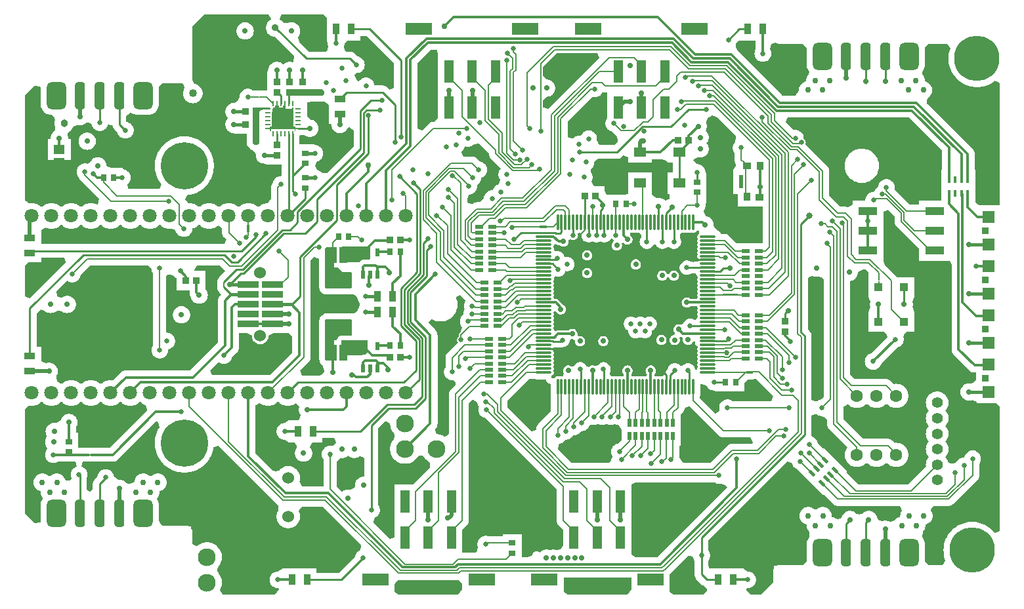
<source format=gtl>
G04 Layer_Physical_Order=1*
G04 Layer_Color=255*
%FSLAX25Y25*%
%MOIN*%
G70*
G01*
G75*
%ADD10R,0.03543X0.03150*%
%ADD11R,0.03150X0.00984*%
%ADD12R,0.00984X0.03150*%
%ADD13R,0.10630X0.10236*%
%ADD14R,0.03150X0.03543*%
%ADD15R,0.03347X0.03740*%
%ADD16R,0.03543X0.05512*%
%ADD17R,0.04134X0.02165*%
%ADD18R,0.02165X0.04134*%
%ADD19R,0.03740X0.03347*%
%ADD20R,0.05512X0.03543*%
%ADD21R,0.02362X0.04134*%
%ADD22R,0.10512X0.03200*%
%ADD23R,0.04134X0.04134*%
%ADD24R,0.01772X0.03543*%
%ADD25R,0.02165X0.06693*%
%ADD26R,0.03937X0.03543*%
%ADD27R,0.03543X0.03937*%
%ADD28R,0.09606X0.04449*%
%ADD29R,0.05512X0.04528*%
%ADD30R,0.06102X0.04921*%
G04:AMPARAMS|DCode=31|XSize=17.72mil|YSize=35.43mil|CornerRadius=0mil|HoleSize=0mil|Usage=FLASHONLY|Rotation=225.000|XOffset=0mil|YOffset=0mil|HoleType=Round|Shape=Rectangle|*
%AMROTATEDRECTD31*
4,1,4,-0.00626,0.01879,0.01879,-0.00626,0.00626,-0.01879,-0.01879,0.00626,-0.00626,0.01879,0.0*
%
%ADD31ROTATEDRECTD31*%

%ADD32R,0.05906X0.05906*%
%ADD33R,0.03543X0.03543*%
G04:AMPARAMS|DCode=34|XSize=137.8mil|YSize=50mil|CornerRadius=12.5mil|HoleSize=0mil|Usage=FLASHONLY|Rotation=90.000|XOffset=0mil|YOffset=0mil|HoleType=Round|Shape=RoundedRectangle|*
%AMROUNDEDRECTD34*
21,1,0.13780,0.02500,0,0,90.0*
21,1,0.11280,0.05000,0,0,90.0*
1,1,0.02500,0.01250,0.05640*
1,1,0.02500,0.01250,-0.05640*
1,1,0.02500,-0.01250,-0.05640*
1,1,0.02500,-0.01250,0.05640*
%
%ADD34ROUNDEDRECTD34*%
G04:AMPARAMS|DCode=35|XSize=137.8mil|YSize=100mil|CornerRadius=25mil|HoleSize=0mil|Usage=FLASHONLY|Rotation=90.000|XOffset=0mil|YOffset=0mil|HoleType=Round|Shape=RoundedRectangle|*
%AMROUNDEDRECTD35*
21,1,0.13780,0.05000,0,0,90.0*
21,1,0.08780,0.10000,0,0,90.0*
1,1,0.05000,0.02500,0.04390*
1,1,0.05000,0.02500,-0.04390*
1,1,0.05000,-0.02500,-0.04390*
1,1,0.05000,-0.02500,0.04390*
%
%ADD35ROUNDEDRECTD35*%
%ADD36R,0.13504X0.06496*%
%ADD37R,0.05000X0.11496*%
%ADD38O,0.08268X0.01181*%
%ADD39O,0.01181X0.08268*%
G04:AMPARAMS|DCode=40|XSize=20mil|YSize=12mil|CornerRadius=0.3mil|HoleSize=0mil|Usage=FLASHONLY|Rotation=270.000|XOffset=0mil|YOffset=0mil|HoleType=Round|Shape=RoundedRectangle|*
%AMROUNDEDRECTD40*
21,1,0.02000,0.01140,0,0,270.0*
21,1,0.01940,0.01200,0,0,270.0*
1,1,0.00060,-0.00570,-0.00970*
1,1,0.00060,-0.00570,0.00970*
1,1,0.00060,0.00570,0.00970*
1,1,0.00060,0.00570,-0.00970*
%
%ADD40ROUNDEDRECTD40*%
G04:AMPARAMS|DCode=41|XSize=20mil|YSize=12mil|CornerRadius=0.3mil|HoleSize=0mil|Usage=FLASHONLY|Rotation=0.000|XOffset=0mil|YOffset=0mil|HoleType=Round|Shape=RoundedRectangle|*
%AMROUNDEDRECTD41*
21,1,0.02000,0.01140,0,0,0.0*
21,1,0.01940,0.01200,0,0,0.0*
1,1,0.00060,0.00970,-0.00570*
1,1,0.00060,-0.00970,-0.00570*
1,1,0.00060,-0.00970,0.00570*
1,1,0.00060,0.00970,0.00570*
%
%ADD41ROUNDEDRECTD41*%
G04:AMPARAMS|DCode=42|XSize=10mil|YSize=8mil|CornerRadius=0.2mil|HoleSize=0mil|Usage=FLASHONLY|Rotation=0.000|XOffset=0mil|YOffset=0mil|HoleType=Round|Shape=RoundedRectangle|*
%AMROUNDEDRECTD42*
21,1,0.01000,0.00760,0,0,0.0*
21,1,0.00960,0.00800,0,0,0.0*
1,1,0.00040,0.00480,-0.00380*
1,1,0.00040,-0.00480,-0.00380*
1,1,0.00040,-0.00480,0.00380*
1,1,0.00040,0.00480,0.00380*
%
%ADD42ROUNDEDRECTD42*%
G04:AMPARAMS|DCode=43|XSize=10mil|YSize=8mil|CornerRadius=0.2mil|HoleSize=0mil|Usage=FLASHONLY|Rotation=90.000|XOffset=0mil|YOffset=0mil|HoleType=Round|Shape=RoundedRectangle|*
%AMROUNDEDRECTD43*
21,1,0.01000,0.00760,0,0,90.0*
21,1,0.00960,0.00800,0,0,90.0*
1,1,0.00040,0.00380,0.00480*
1,1,0.00040,0.00380,-0.00480*
1,1,0.00040,-0.00380,-0.00480*
1,1,0.00040,-0.00380,0.00480*
%
%ADD43ROUNDEDRECTD43*%
G04:AMPARAMS|DCode=44|XSize=10mil|YSize=8mil|CornerRadius=0.2mil|HoleSize=0mil|Usage=FLASHONLY|Rotation=315.000|XOffset=0mil|YOffset=0mil|HoleType=Round|Shape=RoundedRectangle|*
%AMROUNDEDRECTD44*
21,1,0.01000,0.00760,0,0,315.0*
21,1,0.00960,0.00800,0,0,315.0*
1,1,0.00040,0.00071,-0.00608*
1,1,0.00040,-0.00608,0.00071*
1,1,0.00040,-0.00071,0.00608*
1,1,0.00040,0.00608,-0.00071*
%
%ADD44ROUNDEDRECTD44*%
%ADD45R,0.03937X0.07874*%
%ADD46C,0.01600*%
%ADD47C,0.02000*%
%ADD48C,0.01000*%
%ADD49C,0.01200*%
%ADD50C,0.01400*%
%ADD51C,0.01100*%
%ADD52C,0.00800*%
%ADD53C,0.00900*%
%ADD54C,0.01800*%
%ADD55C,0.00600*%
%ADD56C,0.06000*%
%ADD57C,0.06299*%
%ADD58C,0.05512*%
%ADD59C,0.09055*%
%ADD60C,0.24000*%
%ADD61C,0.23000*%
%ADD62C,0.07087*%
%ADD63C,0.02700*%
%ADD64C,0.02500*%
%ADD65C,0.02800*%
%ADD66C,0.03000*%
%ADD67C,0.04000*%
%ADD68C,0.03200*%
%ADD69C,0.02700*%
%ADD70C,0.03800*%
%ADD71C,0.03500*%
G36*
X230627Y44894D02*
Y42050D01*
X230656Y41605D01*
X230743Y41168D01*
X230887Y40746D01*
X231084Y40346D01*
X231331Y39975D01*
X231625Y39640D01*
X243126Y28139D01*
Y22276D01*
X258732D01*
X259530Y20106D01*
Y-22882D01*
X259561Y-23352D01*
X259653Y-23815D01*
X259804Y-24262D01*
X260013Y-24685D01*
X260275Y-25078D01*
X260586Y-25433D01*
X268107Y-32954D01*
X268302Y-33245D01*
X268622Y-33610D01*
X268987Y-33930D01*
X269390Y-34199D01*
X269825Y-34414D01*
X270284Y-34570D01*
X270760Y-34664D01*
X271244Y-34696D01*
X271882D01*
Y-38575D01*
X271835Y-38654D01*
X271219Y-39288D01*
X269661Y-40186D01*
X269382Y-40204D01*
X269001Y-40128D01*
X268425Y-40091D01*
X267850Y-40128D01*
X267284Y-40241D01*
X266738Y-40426D01*
X266220Y-40681D01*
X265741Y-41002D01*
X265307Y-41382D01*
X264927Y-41816D01*
X264606Y-42295D01*
X264351Y-42813D01*
X264166Y-43359D01*
X264054Y-43924D01*
X264016Y-44500D01*
X264054Y-45076D01*
X264166Y-45641D01*
X264351Y-46187D01*
X264606Y-46705D01*
X264927Y-47184D01*
X265307Y-47618D01*
X265741Y-47998D01*
X266220Y-48319D01*
X266738Y-48574D01*
X267284Y-48759D01*
X267850Y-48872D01*
X268425Y-48909D01*
X269001Y-48872D01*
X269566Y-48759D01*
X270113Y-48574D01*
X272434Y-49702D01*
X272472Y-49732D01*
Y-50343D01*
X282232D01*
X284000Y-52110D01*
X284000Y-115082D01*
X281838Y-116171D01*
X281500Y-116162D01*
X280965Y-115498D01*
X280260Y-114740D01*
X279502Y-114035D01*
X278695Y-113385D01*
X277844Y-112794D01*
X276954Y-112266D01*
X276027Y-111802D01*
X275071Y-111406D01*
X274088Y-111079D01*
X273084Y-110822D01*
X272065Y-110638D01*
X271035Y-110528D01*
X270000Y-110491D01*
X268965Y-110528D01*
X267935Y-110638D01*
X266916Y-110822D01*
X265912Y-111079D01*
X264930Y-111406D01*
X263973Y-111802D01*
X263047Y-112266D01*
X262156Y-112794D01*
X261305Y-113385D01*
X260498Y-114035D01*
X259740Y-114740D01*
X259035Y-115498D01*
X258385Y-116305D01*
X257794Y-117156D01*
X257265Y-118046D01*
X256802Y-118973D01*
X256406Y-119930D01*
X256079Y-120912D01*
X255822Y-121916D01*
X255638Y-122935D01*
X255528Y-123965D01*
X255491Y-125000D01*
X255528Y-126035D01*
X255638Y-127065D01*
X255822Y-128084D01*
X256079Y-129088D01*
X256406Y-130070D01*
X255247Y-132183D01*
X254765Y-132542D01*
X248235D01*
X248006Y-132474D01*
X247506Y-132170D01*
X245977Y-130602D01*
Y-121823D01*
X245942Y-121206D01*
X245839Y-120597D01*
X245668Y-120003D01*
X245432Y-119433D01*
X245133Y-118892D01*
X244953Y-118639D01*
X244808Y-118291D01*
X244757Y-118084D01*
X244896Y-115797D01*
X245159Y-115341D01*
X245310Y-115168D01*
X245638Y-114678D01*
X245899Y-114148D01*
X246089Y-113590D01*
X246204Y-113011D01*
X246242Y-112423D01*
X246208Y-111902D01*
X246633Y-111817D01*
X247191Y-111628D01*
X247720Y-111367D01*
X248211Y-111039D01*
X248654Y-110650D01*
X249043Y-110207D01*
X249371Y-109716D01*
X249632Y-109187D01*
X249821Y-108628D01*
X249937Y-108050D01*
X249975Y-107461D01*
X249937Y-106873D01*
X249821Y-106294D01*
X249632Y-105736D01*
X249371Y-105207D01*
X249171Y-104907D01*
X249390Y-103954D01*
X249867Y-102906D01*
X250310Y-102407D01*
X258000D01*
X258445Y-102378D01*
X258882Y-102291D01*
X259304Y-102148D01*
X259704Y-101951D01*
X260074Y-101703D01*
X260409Y-101409D01*
X272659Y-89159D01*
X272953Y-88824D01*
X273201Y-88454D01*
X273398Y-88054D01*
X273541Y-87632D01*
X273628Y-87195D01*
X273657Y-86750D01*
Y-81027D01*
X273938Y-80606D01*
X274185Y-80107D01*
X274364Y-79579D01*
X274473Y-79033D01*
X274509Y-78477D01*
X274473Y-77921D01*
X274364Y-77374D01*
X274185Y-76847D01*
X273938Y-76347D01*
X273629Y-75884D01*
X273262Y-75465D01*
X272843Y-75098D01*
X272380Y-74788D01*
X271880Y-74542D01*
X271352Y-74363D01*
X270806Y-74254D01*
X270250Y-74218D01*
X269694Y-74254D01*
X269148Y-74363D01*
X268620Y-74542D01*
X268120Y-74788D01*
X267657Y-75098D01*
X267238Y-75465D01*
X266871Y-75884D01*
X266562Y-76347D01*
X266315Y-76847D01*
X266136Y-77374D01*
X266063Y-77741D01*
X265875Y-77729D01*
X265319Y-77766D01*
X264773Y-77874D01*
X264245Y-78053D01*
X263745Y-78300D01*
X263282Y-78609D01*
X262863Y-78977D01*
X262496Y-79396D01*
X262187Y-79859D01*
X262012Y-80212D01*
X260619Y-80726D01*
X259856Y-80939D01*
X259274Y-80955D01*
X258516Y-80563D01*
X258093Y-80250D01*
X257780Y-79868D01*
X257701Y-79592D01*
X257453Y-78995D01*
X257140Y-78429D01*
X256766Y-77902D01*
X256461Y-77560D01*
X256768Y-77216D01*
X257142Y-76689D01*
X257455Y-76123D01*
X257702Y-75526D01*
X257881Y-74905D01*
X257990Y-74268D01*
X258026Y-73622D01*
X257990Y-72977D01*
X257881Y-72339D01*
X257702Y-71718D01*
X257455Y-71121D01*
X257142Y-70555D01*
X256768Y-70028D01*
X256463Y-69686D01*
X256770Y-69342D01*
X257144Y-68815D01*
X257457Y-68249D01*
X257704Y-67652D01*
X257883Y-67031D01*
X257992Y-66394D01*
X258028Y-65748D01*
X257992Y-65103D01*
X257883Y-64465D01*
X257704Y-63844D01*
X257457Y-63247D01*
X257144Y-62681D01*
X256770Y-62154D01*
X256463Y-61810D01*
X256768Y-61468D01*
X257142Y-60941D01*
X257455Y-60375D01*
X257702Y-59778D01*
X257881Y-59157D01*
X257990Y-58520D01*
X258026Y-57874D01*
X257990Y-57228D01*
X257881Y-56591D01*
X257702Y-55970D01*
X257455Y-55373D01*
X257142Y-54807D01*
X256768Y-54280D01*
X256462Y-53937D01*
X256768Y-53594D01*
X257142Y-53067D01*
X257455Y-52501D01*
X257702Y-51904D01*
X257881Y-51283D01*
X257990Y-50646D01*
X258026Y-50000D01*
X257990Y-49354D01*
X257881Y-48717D01*
X257702Y-48096D01*
X257455Y-47499D01*
X257142Y-46933D01*
X256768Y-46406D01*
X256337Y-45924D01*
X255855Y-45493D01*
X255328Y-45119D01*
X254762Y-44806D01*
X254165Y-44559D01*
X253544Y-44380D01*
X252906Y-44271D01*
X252261Y-44235D01*
X251616Y-44271D01*
X250978Y-44380D01*
X250357Y-44559D01*
X249760Y-44806D01*
X249194Y-45119D01*
X248667Y-45493D01*
X248185Y-45924D01*
X247754Y-46406D01*
X247380Y-46933D01*
X247067Y-47499D01*
X246820Y-48096D01*
X246641Y-48717D01*
X246532Y-49354D01*
X246496Y-50000D01*
X246532Y-50646D01*
X246641Y-51283D01*
X246820Y-51904D01*
X247067Y-52501D01*
X247380Y-53067D01*
X247754Y-53594D01*
X248060Y-53937D01*
X247754Y-54280D01*
X247380Y-54807D01*
X247067Y-55373D01*
X246820Y-55970D01*
X246641Y-56591D01*
X246532Y-57228D01*
X246496Y-57874D01*
X246532Y-58520D01*
X246641Y-59157D01*
X246820Y-59778D01*
X247067Y-60375D01*
X247380Y-60941D01*
X247754Y-61468D01*
X248061Y-61812D01*
X247756Y-62154D01*
X247382Y-62681D01*
X247069Y-63247D01*
X246821Y-63844D01*
X246642Y-64465D01*
X246534Y-65103D01*
X246498Y-65748D01*
X246534Y-66394D01*
X246642Y-67031D01*
X246821Y-67652D01*
X247069Y-68249D01*
X247382Y-68815D01*
X247756Y-69342D01*
X248061Y-69684D01*
X247754Y-70028D01*
X247380Y-70555D01*
X247067Y-71121D01*
X246820Y-71718D01*
X246641Y-72339D01*
X246532Y-72977D01*
X246496Y-73622D01*
X246532Y-74268D01*
X246641Y-74905D01*
X246820Y-75526D01*
X247067Y-76123D01*
X247380Y-76689D01*
X247754Y-77216D01*
X248059Y-77558D01*
X247752Y-77902D01*
X247378Y-78429D01*
X247065Y-78995D01*
X246818Y-79592D01*
X246639Y-80213D01*
X246530Y-80851D01*
X246494Y-81496D01*
X246530Y-82142D01*
X246569Y-82368D01*
X237544Y-91393D01*
X212393D01*
X206468Y-85468D01*
X206468Y-84791D01*
X206468Y-84791D01*
X199720Y-78043D01*
X194709Y-73032D01*
X194370Y-73370D01*
X191537Y-70537D01*
X191438Y-70041D01*
X191259Y-69513D01*
X191013Y-69013D01*
X190703Y-68550D01*
X190336Y-68131D01*
X189917Y-67764D01*
X189454Y-67454D01*
X188954Y-67208D01*
X188427Y-67029D01*
X188402Y-67024D01*
X188388Y-67000D01*
X188478Y-66550D01*
X188507Y-66092D01*
Y-56689D01*
X190115Y-55904D01*
X191007Y-55761D01*
X191211Y-55940D01*
X191675Y-56249D01*
X192174Y-56495D01*
X192702Y-56675D01*
X193248Y-56783D01*
X193804Y-56820D01*
X193830Y-56818D01*
X195322Y-57622D01*
X195869Y-58099D01*
X196330Y-58782D01*
Y-60783D01*
X196359Y-61228D01*
X196446Y-61665D01*
X196590Y-62087D01*
X196787Y-62487D01*
X197034Y-62857D01*
X197328Y-63192D01*
X206737Y-72601D01*
X206684Y-72660D01*
X206285Y-73223D01*
X205951Y-73828D01*
X205686Y-74466D01*
X205495Y-75129D01*
X205379Y-75810D01*
X205341Y-76500D01*
X205379Y-77190D01*
X205495Y-77871D01*
X205686Y-78534D01*
X205951Y-79172D01*
X206285Y-79777D01*
X206684Y-80340D01*
X207145Y-80855D01*
X207660Y-81315D01*
X208223Y-81715D01*
X208828Y-82049D01*
X209466Y-82314D01*
X210129Y-82505D01*
X210810Y-82621D01*
X211500Y-82659D01*
X212190Y-82621D01*
X212871Y-82505D01*
X213534Y-82314D01*
X214172Y-82049D01*
X214777Y-81715D01*
X215340Y-81315D01*
X215975Y-80855D01*
X217025D01*
X217660Y-81315D01*
X218223Y-81715D01*
X218828Y-82049D01*
X219466Y-82314D01*
X220129Y-82505D01*
X220810Y-82621D01*
X221500Y-82659D01*
X222190Y-82621D01*
X222871Y-82505D01*
X223534Y-82314D01*
X224172Y-82049D01*
X224777Y-81715D01*
X225340Y-81315D01*
X225975Y-80855D01*
X227025D01*
X227660Y-81315D01*
X228223Y-81715D01*
X228828Y-82049D01*
X229466Y-82314D01*
X230129Y-82505D01*
X230810Y-82621D01*
X231500Y-82659D01*
X232190Y-82621D01*
X232871Y-82505D01*
X233534Y-82314D01*
X234172Y-82049D01*
X234777Y-81715D01*
X235340Y-81315D01*
X235855Y-80855D01*
X236315Y-80340D01*
X236715Y-79777D01*
X237049Y-79172D01*
X237314Y-78534D01*
X237505Y-77871D01*
X237621Y-77190D01*
X237659Y-76500D01*
X237621Y-75810D01*
X237505Y-75129D01*
X237314Y-74466D01*
X237049Y-73828D01*
X236715Y-73223D01*
X236315Y-72660D01*
X235855Y-72145D01*
X235340Y-71684D01*
X234777Y-71285D01*
X234172Y-70951D01*
X233534Y-70686D01*
X232871Y-70495D01*
X232190Y-70379D01*
X231500Y-70341D01*
X230810Y-70379D01*
X230728Y-70394D01*
X229675Y-69341D01*
X229340Y-69047D01*
X228970Y-68800D01*
X228570Y-68603D01*
X228148Y-68459D01*
X227711Y-68372D01*
X227266Y-68343D01*
X214662D01*
X204745Y-58426D01*
Y-51849D01*
X204897Y-51731D01*
X206801Y-50989D01*
X207245Y-50945D01*
X207660Y-51315D01*
X208223Y-51715D01*
X208828Y-52049D01*
X209466Y-52314D01*
X210129Y-52505D01*
X210810Y-52621D01*
X211500Y-52659D01*
X212190Y-52621D01*
X212871Y-52505D01*
X213534Y-52314D01*
X214172Y-52049D01*
X214777Y-51715D01*
X215340Y-51315D01*
X215975Y-50855D01*
X217025D01*
X217660Y-51315D01*
X218223Y-51715D01*
X218828Y-52049D01*
X219466Y-52314D01*
X220129Y-52505D01*
X220810Y-52621D01*
X221500Y-52659D01*
X222190Y-52621D01*
X222871Y-52505D01*
X223534Y-52314D01*
X224172Y-52049D01*
X224777Y-51715D01*
X225340Y-51315D01*
X225975Y-50855D01*
X227025D01*
X227660Y-51315D01*
X228223Y-51715D01*
X228828Y-52049D01*
X229466Y-52314D01*
X230129Y-52505D01*
X230810Y-52621D01*
X231500Y-52659D01*
X232190Y-52621D01*
X232871Y-52505D01*
X233534Y-52314D01*
X234172Y-52049D01*
X234777Y-51715D01*
X235340Y-51315D01*
X235855Y-50855D01*
X236315Y-50340D01*
X236715Y-49777D01*
X237049Y-49172D01*
X237314Y-48534D01*
X237505Y-47871D01*
X237621Y-47190D01*
X237659Y-46500D01*
X237621Y-45810D01*
X237505Y-45129D01*
X237314Y-44466D01*
X237049Y-43828D01*
X236715Y-43223D01*
X236315Y-42660D01*
X235855Y-42145D01*
X235340Y-41684D01*
X234777Y-41285D01*
X234172Y-40951D01*
X233534Y-40686D01*
X232871Y-40495D01*
X232190Y-40379D01*
X231500Y-40341D01*
X230810Y-40379D01*
X230287Y-40468D01*
X228771Y-38953D01*
X228436Y-38659D01*
X228066Y-38411D01*
X227666Y-38214D01*
X227244Y-38071D01*
X226807Y-37984D01*
X226362Y-37955D01*
X210237D01*
X207945Y-35663D01*
Y11926D01*
X208157Y11940D01*
X208722Y12052D01*
X209268Y12238D01*
X209786Y12493D01*
X210265Y12813D01*
X210699Y13194D01*
X211079Y13627D01*
X211400Y14107D01*
X211655Y14624D01*
X211840Y15170D01*
X211953Y15736D01*
X211990Y16311D01*
X213873Y17558D01*
X214336Y17720D01*
X216097D01*
X217405Y16412D01*
X217437Y13925D01*
X217437Y13925D01*
X217437Y13925D01*
Y3791D01*
X217437Y3791D01*
X217437D01*
X218296Y1291D01*
X218245Y1141D01*
X218132Y575D01*
X218094Y0D01*
X218132Y-575D01*
X218245Y-1141D01*
X218296Y-1291D01*
X217437Y-3791D01*
X217437D01*
Y-13925D01*
X225452D01*
X226136Y-14557D01*
X226343Y-14910D01*
X226969Y-16425D01*
X226886Y-16669D01*
X226858Y-16811D01*
X218811Y-24858D01*
X218669Y-24886D01*
X218141Y-25065D01*
X217642Y-25311D01*
X217178Y-25621D01*
X216759Y-25988D01*
X216392Y-26407D01*
X216083Y-26870D01*
X215836Y-27370D01*
X215657Y-27898D01*
X215548Y-28444D01*
X215512Y-29000D01*
X215548Y-29556D01*
X215657Y-30102D01*
X215836Y-30630D01*
X216083Y-31130D01*
X216392Y-31593D01*
X216759Y-32012D01*
X217178Y-32379D01*
X217642Y-32689D01*
X218141Y-32935D01*
X218669Y-33114D01*
X219215Y-33223D01*
X219771Y-33259D01*
X220327Y-33223D01*
X220873Y-33114D01*
X221401Y-32935D01*
X221901Y-32689D01*
X222364Y-32379D01*
X222783Y-32012D01*
X223150Y-31593D01*
X223460Y-31130D01*
X223706Y-30630D01*
X223885Y-30102D01*
X223914Y-29960D01*
X231960Y-21914D01*
X232102Y-21885D01*
X232630Y-21706D01*
X233130Y-21460D01*
X233593Y-21150D01*
X234012Y-20783D01*
X234379Y-20364D01*
X234688Y-19901D01*
X234935Y-19401D01*
X235114Y-18873D01*
X235223Y-18327D01*
X235259Y-17771D01*
X235223Y-17215D01*
X235114Y-16669D01*
X235031Y-16425D01*
X235657Y-14910D01*
X235864Y-14557D01*
X236548Y-13925D01*
X240563D01*
Y-3791D01*
X240563Y-3791D01*
X240563D01*
X239704Y-1291D01*
X239755Y-1141D01*
X239868Y-575D01*
X239906Y0D01*
X239868Y575D01*
X239755Y1141D01*
X239704Y1291D01*
X240563Y3791D01*
X240563D01*
Y13925D01*
X231804D01*
X231727Y14041D01*
X231433Y14376D01*
X225694Y20115D01*
X224874Y22276D01*
X224874D01*
X224874Y22276D01*
Y32276D01*
Y42276D01*
Y47112D01*
X227374Y48147D01*
X230627Y44894D01*
D02*
G37*
G36*
X-37000Y-24218D02*
X-38256Y-25474D01*
X-38444D01*
X-39227Y-25577D01*
X-39957Y-25879D01*
X-40114Y-26000D01*
X-49908Y-26000D01*
X-50191Y-25717D01*
Y-18269D01*
X-49812Y-18218D01*
X-37000Y-18218D01*
X-37000Y-24218D01*
D02*
G37*
G36*
X-77004Y-14600D02*
X-75267Y-16244D01*
X-75218Y-16334D01*
X-75208Y-16369D01*
Y-24494D01*
X-86712Y-35999D01*
X-115989D01*
X-116945Y-33689D01*
X-112613Y-29357D01*
X-112589Y-29379D01*
X-112126Y-29689D01*
X-111626Y-29935D01*
X-111098Y-30114D01*
X-110552Y-30223D01*
X-109996Y-30259D01*
X-109440Y-30223D01*
X-108894Y-30114D01*
X-108366Y-29935D01*
X-107867Y-29689D01*
X-107403Y-29379D01*
X-106984Y-29012D01*
X-106617Y-28593D01*
X-106307Y-28130D01*
X-106061Y-27630D01*
X-105882Y-27102D01*
X-105854Y-26960D01*
X-103449Y-24555D01*
X-103138Y-24200D01*
X-102876Y-23808D01*
X-102667Y-23384D01*
X-102515Y-22938D01*
X-102423Y-22475D01*
X-102392Y-22004D01*
Y-14600D01*
X-98052D01*
X-97561Y-14776D01*
X-95709Y-16004D01*
X-95673Y-16553D01*
X-95566Y-17093D01*
X-95389Y-17615D01*
X-95145Y-18108D01*
X-94839Y-18566D01*
X-94476Y-18980D01*
X-94062Y-19343D01*
X-93604Y-19649D01*
X-93111Y-19893D01*
X-92589Y-20069D01*
X-92049Y-20177D01*
X-91500Y-20213D01*
X-90951Y-20177D01*
X-90411Y-20069D01*
X-89889Y-19893D01*
X-89395Y-19649D01*
X-88938Y-19343D01*
X-88524Y-18980D01*
X-88161Y-18566D01*
X-87855Y-18108D01*
X-87611Y-17615D01*
X-87434Y-17093D01*
X-87327Y-16553D01*
X-87291Y-16004D01*
X-85439Y-14776D01*
X-84948Y-14600D01*
X-77004D01*
D02*
G37*
G36*
X-81656Y-50064D02*
X-81140Y-50447D01*
X-80588Y-50778D01*
X-80007Y-51052D01*
X-79402Y-51269D01*
X-78778Y-51425D01*
X-78142Y-51520D01*
X-77500Y-51551D01*
X-76858Y-51520D01*
X-76222Y-51425D01*
X-75598Y-51269D01*
X-74993Y-51052D01*
X-74412Y-50778D01*
X-73860Y-50447D01*
X-73344Y-50064D01*
X-71574Y-51813D01*
X-71759Y-52359D01*
X-71872Y-52925D01*
X-71909Y-53500D01*
X-71872Y-54075D01*
X-71759Y-54641D01*
X-71574Y-55187D01*
X-71319Y-55705D01*
X-70998Y-56184D01*
X-70946Y-56244D01*
X-71269Y-57630D01*
X-71985Y-58744D01*
X-77110D01*
Y-58744D01*
X-79016Y-60241D01*
X-79572Y-60277D01*
X-80118Y-60386D01*
X-80646Y-60565D01*
X-81145Y-60812D01*
X-81608Y-61121D01*
X-82027Y-61488D01*
X-82395Y-61907D01*
X-82704Y-62370D01*
X-82951Y-62870D01*
X-83130Y-63398D01*
X-83238Y-63944D01*
X-83275Y-64500D01*
X-83238Y-65056D01*
X-83130Y-65602D01*
X-82951Y-66130D01*
X-82704Y-66630D01*
X-82395Y-67093D01*
X-82027Y-67512D01*
X-81608Y-67879D01*
X-81145Y-68189D01*
X-80646Y-68435D01*
X-80118Y-68614D01*
X-79572Y-68723D01*
X-79016Y-68759D01*
X-77110Y-70256D01*
Y-70256D01*
X-73865D01*
X-73043Y-71727D01*
X-72853Y-72756D01*
X-72998Y-72922D01*
X-73319Y-73401D01*
X-73574Y-73918D01*
X-73759Y-74465D01*
X-73872Y-75030D01*
X-73909Y-75606D01*
X-73872Y-76181D01*
X-73759Y-76747D01*
X-73574Y-77293D01*
X-73319Y-77811D01*
X-72998Y-78290D01*
X-72618Y-78724D01*
X-72184Y-79104D01*
X-71705Y-79425D01*
X-71187Y-79680D01*
X-70641Y-79865D01*
X-70076Y-79978D01*
X-69500Y-80015D01*
X-68924Y-79978D01*
X-68359Y-79865D01*
X-67813Y-79680D01*
X-67295Y-79425D01*
X-66816Y-79104D01*
X-66382Y-78724D01*
X-66002Y-78290D01*
X-65681Y-77811D01*
X-65426Y-77293D01*
X-65241Y-76747D01*
X-65128Y-76181D01*
X-65091Y-75606D01*
X-65128Y-75030D01*
X-65241Y-74465D01*
X-65426Y-73918D01*
X-65681Y-73401D01*
X-66002Y-72922D01*
X-66147Y-72756D01*
X-65957Y-71727D01*
X-65136Y-70256D01*
X-59890D01*
Y-68007D01*
X-53832D01*
X-53181Y-69143D01*
X-53003Y-70232D01*
X-54752Y-71996D01*
X-54872Y-71956D01*
X-55431Y-71844D01*
X-56000Y-71807D01*
X-56569Y-71844D01*
X-57128Y-71956D01*
X-57668Y-72139D01*
X-58180Y-72391D01*
X-58654Y-72708D01*
X-59083Y-73084D01*
X-59459Y-73513D01*
X-59775Y-73987D01*
X-60027Y-74498D01*
X-60211Y-75038D01*
X-60322Y-75597D01*
X-60359Y-76166D01*
X-60322Y-76736D01*
X-60211Y-77295D01*
X-60027Y-77835D01*
X-59775Y-78346D01*
X-59459Y-78820D01*
X-59407Y-78879D01*
Y-92409D01*
X-69888D01*
X-70550Y-91851D01*
X-71424Y-90397D01*
X-71511Y-89909D01*
X-71391Y-89495D01*
X-71278Y-88830D01*
X-71241Y-88157D01*
X-71278Y-87485D01*
X-71391Y-86820D01*
X-71578Y-86173D01*
X-71836Y-85550D01*
X-72162Y-84960D01*
X-72552Y-84411D01*
X-73001Y-83908D01*
X-73503Y-83459D01*
X-74053Y-83069D01*
X-74643Y-82743D01*
X-75265Y-82485D01*
X-75913Y-82299D01*
X-76577Y-82186D01*
X-77250Y-82148D01*
X-77923Y-82186D01*
X-78587Y-82299D01*
X-79235Y-82485D01*
X-79857Y-82743D01*
X-80447Y-83069D01*
X-80997Y-83459D01*
X-81499Y-83908D01*
X-81799Y-84244D01*
X-82077Y-84433D01*
X-84053Y-84777D01*
X-84724Y-84705D01*
X-84977Y-84601D01*
X-93921Y-75657D01*
Y-62291D01*
X-93920Y-62270D01*
Y-58730D01*
X-93921Y-58709D01*
Y-51341D01*
X-93714Y-51144D01*
X-92015Y-50253D01*
X-91568Y-50129D01*
X-91140Y-50447D01*
X-90588Y-50778D01*
X-90007Y-51052D01*
X-89402Y-51269D01*
X-88778Y-51425D01*
X-88142Y-51520D01*
X-87500Y-51551D01*
X-86858Y-51520D01*
X-86222Y-51425D01*
X-85598Y-51269D01*
X-84993Y-51052D01*
X-84412Y-50778D01*
X-83860Y-50447D01*
X-83344Y-50064D01*
X-82868Y-49632D01*
X-82132D01*
X-81656Y-50064D01*
D02*
G37*
G36*
X189313Y14426D02*
X189859Y14241D01*
X190425Y14128D01*
X191000Y14091D01*
X191576Y14128D01*
X192141Y14241D01*
X192230Y14271D01*
X193940Y13501D01*
X194334Y13211D01*
X194730Y12694D01*
Y-46816D01*
X193198Y-48348D01*
X192702Y-48447D01*
X192174Y-48626D01*
X191675Y-48872D01*
X191211Y-49182D01*
X191007Y-49360D01*
X190115Y-49218D01*
X188507Y-48432D01*
Y-15998D01*
X188478Y-15540D01*
X188388Y-15090D01*
X188241Y-14655D01*
X188038Y-14244D01*
X187783Y-13862D01*
X187480Y-13517D01*
X186608Y-12645D01*
Y13175D01*
X187075Y13674D01*
X187725Y14055D01*
X189108Y14527D01*
X189313Y14426D01*
D02*
G37*
G36*
X169092Y-46653D02*
X168056Y-49153D01*
X148416D01*
X148380Y-49121D01*
X147916Y-48812D01*
X147417Y-48565D01*
X146889Y-48386D01*
X146343Y-48277D01*
X145787Y-48241D01*
X145231Y-48277D01*
X144684Y-48386D01*
X144157Y-48565D01*
X143657Y-48812D01*
X143194Y-49121D01*
X142775Y-49488D01*
X142408Y-49907D01*
X142098Y-50370D01*
X141852Y-50870D01*
X141673Y-51398D01*
X141564Y-51944D01*
X141527Y-52500D01*
X141564Y-53056D01*
X141673Y-53602D01*
X141852Y-54130D01*
X139713Y-55446D01*
X131856Y-47589D01*
Y-46408D01*
X131924Y-46207D01*
X132016Y-45745D01*
X132047Y-45276D01*
Y-40683D01*
X132323Y-40415D01*
X132340Y-40407D01*
X133053Y-40462D01*
X135053Y-41130D01*
X135299Y-41630D01*
X135609Y-42093D01*
X135976Y-42512D01*
X136395Y-42879D01*
X136858Y-43189D01*
X137358Y-43435D01*
X137885Y-43614D01*
X137939Y-43625D01*
X140171Y-44272D01*
Y-44272D01*
X154439D01*
Y-39744D01*
X156124Y-38058D01*
X158770D01*
X159246Y-38021D01*
X159709Y-37909D01*
X160017Y-37782D01*
X160220D01*
X169092Y-46653D01*
D02*
G37*
G36*
X-109234Y17145D02*
X-109231Y17033D01*
X-112345Y13919D01*
X-112643Y13579D01*
X-112894Y13203D01*
X-113094Y12798D01*
X-113240Y12370D01*
X-113328Y11926D01*
X-113357Y11475D01*
X-113328Y11023D01*
X-113307Y10920D01*
Y9283D01*
X-113328Y9179D01*
X-113357Y8728D01*
X-113328Y8277D01*
X-113240Y7833D01*
X-113094Y7405D01*
X-112894Y6999D01*
X-112643Y6623D01*
X-112345Y6283D01*
X-111239Y5177D01*
X-111932Y4483D01*
X-112252Y4119D01*
X-112522Y3715D01*
X-112736Y3280D01*
X-112892Y2821D01*
X-112987Y2345D01*
X-113019Y1861D01*
Y-19275D01*
X-127243Y-33499D01*
X-159707D01*
X-160191Y-33531D01*
X-160666Y-33625D01*
X-161126Y-33781D01*
X-161561Y-33996D01*
X-161964Y-34265D01*
X-162329Y-34585D01*
X-166306Y-38562D01*
X-166858Y-38480D01*
X-167500Y-38449D01*
X-168142Y-38480D01*
X-168778Y-38575D01*
X-169402Y-38731D01*
X-170007Y-38947D01*
X-170588Y-39222D01*
X-171140Y-39553D01*
X-171656Y-39936D01*
X-172132Y-40368D01*
X-172868D01*
X-173344Y-39936D01*
X-173860Y-39553D01*
X-174412Y-39222D01*
X-174993Y-38947D01*
X-175598Y-38731D01*
X-176222Y-38575D01*
X-176858Y-38480D01*
X-177500Y-38449D01*
X-178142Y-38480D01*
X-178778Y-38575D01*
X-179402Y-38731D01*
X-180007Y-38947D01*
X-180588Y-39222D01*
X-181140Y-39553D01*
X-181656Y-39936D01*
X-182132Y-40368D01*
X-182868D01*
X-183344Y-39936D01*
X-183860Y-39553D01*
X-184412Y-39222D01*
X-184993Y-38947D01*
X-185598Y-38731D01*
X-186222Y-38575D01*
X-186858Y-38480D01*
X-187500Y-38449D01*
X-188142Y-38480D01*
X-188778Y-38575D01*
X-189402Y-38731D01*
X-190007Y-38947D01*
X-190588Y-39222D01*
X-191140Y-39553D01*
X-191656Y-39936D01*
X-192132Y-40368D01*
X-192868D01*
X-193344Y-39936D01*
X-193860Y-39553D01*
X-194412Y-39222D01*
X-194599Y-38897D01*
X-194995Y-37524D01*
X-195012Y-37446D01*
X-195023Y-36502D01*
X-194976Y-36317D01*
X-194912Y-36222D01*
X-194657Y-35705D01*
X-194472Y-35158D01*
X-194359Y-34593D01*
X-194322Y-34017D01*
X-194359Y-33442D01*
X-194472Y-32876D01*
X-194657Y-32330D01*
X-194912Y-31812D01*
X-195233Y-31333D01*
X-195613Y-30899D01*
X-196047Y-30519D01*
X-196526Y-30198D01*
X-197044Y-29943D01*
X-197590Y-29758D01*
X-198155Y-29645D01*
X-198731Y-29608D01*
X-199306Y-29645D01*
X-199872Y-29758D01*
X-200418Y-29943D01*
X-202744Y-29007D01*
Y-21390D01*
X-204993D01*
Y-4418D01*
X-203155Y-2824D01*
X-202821Y-2628D01*
X-201134Y-3100D01*
X-201118Y-3118D01*
X-200684Y-3498D01*
X-200205Y-3819D01*
X-199687Y-4074D01*
X-199141Y-4259D01*
X-198575Y-4372D01*
X-198000Y-4409D01*
X-197424Y-4372D01*
X-196859Y-4259D01*
X-196313Y-4074D01*
X-195795Y-3819D01*
X-195333Y-3510D01*
X-195315Y-3498D01*
X-194233Y-3118D01*
X-193267D01*
X-192185Y-3498D01*
X-192167Y-3510D01*
X-191705Y-3819D01*
X-191187Y-4074D01*
X-190641Y-4259D01*
X-190076Y-4372D01*
X-189500Y-4409D01*
X-188925Y-4372D01*
X-188359Y-4259D01*
X-187813Y-4074D01*
X-187295Y-3819D01*
X-186816Y-3498D01*
X-186382Y-3118D01*
X-186002Y-2684D01*
X-185681Y-2205D01*
X-185426Y-1687D01*
X-185241Y-1141D01*
X-185128Y-575D01*
X-185091Y0D01*
X-185128Y575D01*
X-185241Y1141D01*
X-185426Y1687D01*
X-185681Y2205D01*
X-186002Y2684D01*
X-186382Y3118D01*
X-186816Y3498D01*
X-187295Y3819D01*
X-187813Y4074D01*
X-188359Y4259D01*
X-188925Y4372D01*
X-189500Y4409D01*
X-190076Y4372D01*
X-190641Y4259D01*
X-191187Y4074D01*
X-191705Y3819D01*
X-192167Y3510D01*
X-192185Y3498D01*
X-192647Y3336D01*
X-194522Y4121D01*
X-194831Y6739D01*
X-189511Y12060D01*
X-189134Y11808D01*
X-188634Y11561D01*
X-188106Y11382D01*
X-187560Y11273D01*
X-187004Y11237D01*
X-186448Y11273D01*
X-185902Y11382D01*
X-185374Y11561D01*
X-184874Y11808D01*
X-184411Y12117D01*
X-183992Y12484D01*
X-183625Y12903D01*
X-183315Y13366D01*
X-183069Y13866D01*
X-182890Y14394D01*
X-182791Y14890D01*
X-177835Y19847D01*
X-149171D01*
X-148734Y19702D01*
X-146816Y18500D01*
X-146779Y17944D01*
X-146671Y17398D01*
X-146492Y16870D01*
X-146245Y16370D01*
X-145964Y15950D01*
Y-20730D01*
X-146188Y-21067D01*
X-146435Y-21566D01*
X-146614Y-22094D01*
X-146723Y-22640D01*
X-146759Y-23196D01*
X-146723Y-23752D01*
X-146614Y-24298D01*
X-146435Y-24826D01*
X-146188Y-25326D01*
X-145879Y-25789D01*
X-145512Y-26208D01*
X-145093Y-26575D01*
X-144630Y-26885D01*
X-144130Y-27131D01*
X-143602Y-27310D01*
X-143056Y-27419D01*
X-142500Y-27455D01*
X-141944Y-27419D01*
X-141398Y-27310D01*
X-140870Y-27131D01*
X-140370Y-26885D01*
X-139907Y-26575D01*
X-139488Y-26208D01*
X-139121Y-25789D01*
X-138812Y-25326D01*
X-138565Y-24826D01*
X-138386Y-24298D01*
X-138277Y-23752D01*
X-138241Y-23196D01*
X-138266Y-22811D01*
X-137898Y-22738D01*
X-137370Y-22559D01*
X-136870Y-22312D01*
X-136407Y-22003D01*
X-135988Y-21636D01*
X-135621Y-21217D01*
X-135311Y-20753D01*
X-135065Y-20254D01*
X-134886Y-19726D01*
X-134777Y-19180D01*
X-134741Y-18624D01*
X-134777Y-18068D01*
X-134886Y-17522D01*
X-135065Y-16994D01*
X-135311Y-16494D01*
X-135621Y-16031D01*
X-135988Y-15612D01*
X-136407Y-15245D01*
X-136870Y-14935D01*
X-137370Y-14689D01*
X-137898Y-14510D01*
X-138444Y-14401D01*
X-139000Y-14365D01*
X-139149Y-14225D01*
Y14466D01*
X-138480Y15092D01*
X-137558Y15193D01*
X-136998Y15096D01*
X-135445Y14507D01*
X-135379Y14407D01*
X-135012Y13988D01*
X-134593Y13621D01*
X-134130Y13311D01*
X-133831Y13164D01*
Y7237D01*
X-127450D01*
Y6024D01*
X-127419Y5553D01*
X-127327Y5090D01*
X-127176Y4643D01*
X-126967Y4220D01*
X-126913Y4139D01*
X-126803Y3583D01*
X-126617Y3037D01*
X-126362Y2520D01*
X-126041Y2040D01*
X-125661Y1606D01*
X-125228Y1226D01*
X-124748Y906D01*
X-124231Y651D01*
X-123685Y465D01*
X-123119Y353D01*
X-122543Y315D01*
X-121968Y353D01*
X-121402Y465D01*
X-120856Y651D01*
X-120339Y906D01*
X-119859Y1226D01*
X-119425Y1606D01*
X-119045Y2040D01*
X-118725Y2520D01*
X-118470Y3037D01*
X-118284Y3583D01*
X-118172Y4149D01*
X-118134Y4724D01*
X-118172Y5300D01*
X-118284Y5866D01*
X-118470Y6412D01*
X-118725Y6929D01*
X-119045Y7409D01*
X-119169Y7550D01*
Y16977D01*
X-124727D01*
X-125003Y17347D01*
X-123752Y19847D01*
X-111936D01*
X-109234Y17145D01*
D02*
G37*
G36*
X-190154Y21337D02*
X-208500Y2991D01*
X-211000Y4026D01*
Y19622D01*
X-209232Y21390D01*
X-202744D01*
Y23646D01*
X-191111D01*
X-190154Y21337D01*
D02*
G37*
G36*
X-53809Y29000D02*
Y18663D01*
X-52091D01*
X-49500Y16500D01*
X-45500D01*
X-45000Y16000D01*
X-45000Y8500D01*
X-45500Y8000D01*
X-58000Y8000D01*
X-58500Y8500D01*
Y28500D01*
X-58000Y29000D01*
X-53809Y29000D01*
D02*
G37*
G36*
X-45500Y-7524D02*
X-45000Y-8024D01*
X-45000Y-15524D01*
X-45247Y-15771D01*
X-49812Y-15771D01*
X-49975Y-15803D01*
X-50141Y-15793D01*
X-50520Y-15845D01*
X-50818Y-15947D01*
X-51127Y-16009D01*
X-51265Y-16101D01*
X-51423Y-16155D01*
X-51659Y-16364D01*
X-51921Y-16539D01*
X-52013Y-16677D01*
X-52138Y-16787D01*
X-52276Y-17071D01*
X-52451Y-17333D01*
X-52484Y-17496D01*
X-52557Y-17645D01*
X-52576Y-17960D01*
X-52638Y-18269D01*
X-53809D01*
Y-28524D01*
X-58000Y-28524D01*
X-58500Y-28024D01*
Y-8024D01*
X-58000Y-7524D01*
X-45500Y-7524D01*
D02*
G37*
G36*
X12961Y1935D02*
X12792Y1742D01*
X12482Y1278D01*
X12236Y779D01*
X12057Y251D01*
X11948Y-295D01*
X11912Y-851D01*
X11948Y-1407D01*
X12057Y-1953D01*
X12236Y-2481D01*
X12249Y-2509D01*
X12189Y-2599D01*
X11943Y-3098D01*
X11764Y-3626D01*
X11655Y-4172D01*
X11618Y-4728D01*
X11649Y-5202D01*
X11582Y-5247D01*
X11163Y-5614D01*
X10796Y-6033D01*
X10486Y-6496D01*
X10240Y-6996D01*
X10061Y-7524D01*
X9952Y-8070D01*
X9916Y-8626D01*
X9952Y-9182D01*
X10061Y-9728D01*
X10240Y-10256D01*
X10486Y-10756D01*
X10796Y-11219D01*
X11163Y-11638D01*
X10215Y-13980D01*
X9647Y-14547D01*
X9497Y-14730D01*
X9386Y-14939D01*
X9317Y-15165D01*
X9294Y-15400D01*
X9294Y-15400D01*
Y-16338D01*
X9043Y-16543D01*
X8787Y-16856D01*
X8597Y-17212D01*
X8480Y-17598D01*
X8440Y-18000D01*
X8480Y-18402D01*
X8597Y-18788D01*
X8787Y-19144D01*
X8929Y-19317D01*
X3591Y-24656D01*
X3297Y-24991D01*
X3049Y-25362D01*
X2852Y-25761D01*
X2709Y-26184D01*
X2622Y-26621D01*
X2593Y-27065D01*
Y-31729D01*
X2311Y-32150D01*
X2065Y-32650D01*
X1886Y-33177D01*
X1777Y-33724D01*
X1741Y-34280D01*
X1777Y-34835D01*
X1886Y-35382D01*
X2065Y-35909D01*
X2311Y-36409D01*
X2621Y-36872D01*
X2988Y-37291D01*
X3407Y-37659D01*
X3870Y-37968D01*
X4370Y-38214D01*
X4898Y-38394D01*
X5444Y-38502D01*
X6000Y-38539D01*
X6556Y-38502D01*
X7557Y-39863D01*
X7833Y-40756D01*
X5380Y-43209D01*
X5086Y-43544D01*
X4839Y-43914D01*
X4642Y-44314D01*
X4498Y-44736D01*
X4411Y-45173D01*
X4382Y-45618D01*
Y-65794D01*
X4275Y-65920D01*
X3000Y-66722D01*
X1882Y-67051D01*
X1553Y-66853D01*
X884Y-66537D01*
X188Y-66288D01*
X-530Y-66108D01*
X-1261Y-66000D01*
X-1699Y-65978D01*
X-2208Y-65283D01*
X-2754Y-63497D01*
X-2540Y-63283D01*
X-2220Y-62919D01*
X-1950Y-62515D01*
X-1736Y-62081D01*
X-1580Y-61621D01*
X-1485Y-61146D01*
X-1454Y-60662D01*
Y-15586D01*
X-1485Y-15102D01*
X-1580Y-14626D01*
X-1736Y-14167D01*
X-1950Y-13732D01*
X-2220Y-13328D01*
X-2540Y-12964D01*
X-6127Y-9376D01*
X-4553Y-7415D01*
X-4354Y-7542D01*
X-3680Y-7892D01*
X-2978Y-8183D01*
X-2254Y-8412D01*
X-1512Y-8576D01*
X-759Y-8675D01*
X0Y-8708D01*
X759Y-8675D01*
X1512Y-8576D01*
X2254Y-8412D01*
X2978Y-8183D01*
X3680Y-7892D01*
X4354Y-7542D01*
X4995Y-7133D01*
X5598Y-6671D01*
X6158Y-6158D01*
X6671Y-5598D01*
X7133Y-4995D01*
X7542Y-4354D01*
X7892Y-3680D01*
X8183Y-2978D01*
X8412Y-2254D01*
X8576Y-1512D01*
X8675Y-759D01*
X8708Y0D01*
X8675Y759D01*
X8576Y1512D01*
X8412Y2254D01*
X8183Y2978D01*
X7892Y3680D01*
X10114Y4782D01*
X12961Y1935D01*
D02*
G37*
G36*
X-61509Y23242D02*
Y8500D01*
X-61472Y8029D01*
X-61362Y7570D01*
X-61181Y7134D01*
X-60935Y6731D01*
X-60628Y6372D01*
X-60128Y5872D01*
X-59769Y5565D01*
X-59366Y5319D01*
X-58930Y5138D01*
X-58471Y5028D01*
X-58000Y4991D01*
X-45500Y4991D01*
X-45029Y5028D01*
X-44570Y5138D01*
X-44570Y5138D01*
X-44271Y5064D01*
X-43007Y4432D01*
X-42428Y3884D01*
X-42228Y3625D01*
X-42216Y3444D01*
X-42107Y2898D01*
X-41928Y2370D01*
X-41682Y1870D01*
X-41372Y1407D01*
X-41005Y460D01*
Y-460D01*
X-41372Y-1407D01*
X-41682Y-1870D01*
X-41928Y-2370D01*
X-42107Y-2898D01*
X-42162Y-3171D01*
X-42496Y-3579D01*
X-42952Y-3931D01*
X-43269Y-4121D01*
X-44058Y-4516D01*
X-44570Y-4662D01*
X-44570Y-4662D01*
X-45029Y-4552D01*
X-45500Y-4515D01*
X-58000Y-4515D01*
X-58471Y-4552D01*
X-58930Y-4662D01*
X-59366Y-4843D01*
X-59769Y-5090D01*
X-60128Y-5396D01*
X-60628Y-5896D01*
X-60935Y-6255D01*
X-61181Y-6658D01*
X-61362Y-7094D01*
X-61472Y-7553D01*
X-61509Y-8024D01*
Y-28024D01*
X-61472Y-28495D01*
X-61362Y-28954D01*
X-61269Y-29179D01*
X-61181Y-29390D01*
X-61016Y-29660D01*
X-60935Y-29793D01*
X-60346Y-30525D01*
X-59528Y-31543D01*
X-59528D01*
X-58971Y-33813D01*
X-58942Y-34043D01*
X-58969Y-34449D01*
X-60561Y-35873D01*
X-61189Y-36199D01*
X-70345D01*
X-71381Y-33699D01*
X-66941Y-29259D01*
X-66647Y-28924D01*
X-66399Y-28554D01*
X-66202Y-28154D01*
X-66059Y-27732D01*
X-65972Y-27295D01*
X-65943Y-26850D01*
Y22344D01*
X-64009Y24277D01*
X-61509Y23242D01*
D02*
G37*
G36*
X-151656Y-50064D02*
X-151140Y-50447D01*
X-150588Y-50778D01*
X-150007Y-51052D01*
X-149774Y-51136D01*
X-149151Y-52467D01*
X-148965Y-53356D01*
X-149019Y-53917D01*
X-167900Y-72798D01*
X-177281D01*
X-177752Y-72829D01*
X-177981Y-72874D01*
X-178210Y-72829D01*
X-178681Y-72798D01*
X-183856D01*
Y-65152D01*
X-185020D01*
Y-62520D01*
X-184809Y-62205D01*
X-184554Y-61687D01*
X-184369Y-61141D01*
X-184256Y-60575D01*
X-184218Y-60000D01*
X-184256Y-59425D01*
X-184369Y-58859D01*
X-184554Y-58313D01*
X-184809Y-57795D01*
X-185129Y-57316D01*
X-185510Y-56882D01*
X-185943Y-56502D01*
X-186423Y-56181D01*
X-186940Y-55926D01*
X-187487Y-55741D01*
X-188052Y-55628D01*
X-188628Y-55591D01*
X-189203Y-55628D01*
X-189769Y-55741D01*
X-190315Y-55926D01*
X-190832Y-56181D01*
X-191312Y-56502D01*
X-191746Y-56882D01*
X-192126Y-57316D01*
X-192446Y-57795D01*
X-192701Y-58313D01*
X-192779Y-58540D01*
X-193260Y-59125D01*
X-194310Y-59876D01*
X-195248Y-60198D01*
X-195519Y-60223D01*
X-196095Y-60185D01*
X-196670Y-60223D01*
X-197236Y-60335D01*
X-197782Y-60521D01*
X-198300Y-60776D01*
X-198779Y-61096D01*
X-199213Y-61477D01*
X-199593Y-61910D01*
X-199914Y-62390D01*
X-200169Y-62907D01*
X-200354Y-63453D01*
X-200467Y-64019D01*
X-200504Y-64595D01*
X-200467Y-65170D01*
X-200354Y-65736D01*
X-200169Y-66282D01*
X-199914Y-66799D01*
X-199708Y-67107D01*
X-199891Y-67316D01*
X-200211Y-67795D01*
X-200466Y-68313D01*
X-200652Y-68859D01*
X-200764Y-69424D01*
X-200802Y-70000D01*
X-200764Y-70576D01*
X-200652Y-71141D01*
X-200466Y-71688D01*
X-200211Y-72205D01*
X-199891Y-72684D01*
X-199510Y-73118D01*
X-199879Y-73813D01*
X-200188Y-74276D01*
X-200435Y-74776D01*
X-200614Y-75303D01*
X-200723Y-75850D01*
X-200759Y-76406D01*
X-200723Y-76961D01*
X-200614Y-77508D01*
X-200435Y-78035D01*
X-200188Y-78535D01*
X-199879Y-78998D01*
X-199512Y-79417D01*
X-199093Y-79785D01*
X-198629Y-80094D01*
X-198130Y-80340D01*
X-197602Y-80519D01*
X-197056Y-80628D01*
X-196500Y-80665D01*
X-195944Y-80628D01*
X-195398Y-80519D01*
X-194870Y-80340D01*
X-194370Y-80094D01*
X-194249Y-80013D01*
X-185171D01*
X-184587Y-82401D01*
X-185115Y-82580D01*
X-185615Y-82827D01*
X-186078Y-83136D01*
X-186497Y-83503D01*
X-186864Y-83922D01*
X-187173Y-84385D01*
X-187420Y-84885D01*
X-187599Y-85413D01*
X-187708Y-85959D01*
X-187744Y-86515D01*
X-187708Y-87071D01*
X-187599Y-87617D01*
X-187420Y-88145D01*
X-187173Y-88644D01*
X-187191Y-88717D01*
X-187311Y-88864D01*
X-188393Y-89470D01*
X-189952Y-89701D01*
X-190209Y-89621D01*
X-190339Y-89525D01*
X-190377Y-89333D01*
X-190566Y-88774D01*
X-190827Y-88245D01*
X-191155Y-87755D01*
X-191544Y-87311D01*
X-191987Y-86922D01*
X-192478Y-86594D01*
X-193007Y-86334D01*
X-193566Y-86144D01*
X-194144Y-86029D01*
X-194733Y-85990D01*
X-195321Y-86029D01*
X-195900Y-86144D01*
X-196458Y-86334D01*
X-196988Y-86594D01*
X-197478Y-86922D01*
X-198012Y-87311D01*
X-198919D01*
X-199453Y-86922D01*
X-199943Y-86594D01*
X-200472Y-86334D01*
X-201031Y-86144D01*
X-201610Y-86029D01*
X-202198Y-85990D01*
X-202787Y-86029D01*
X-203365Y-86144D01*
X-203924Y-86334D01*
X-204453Y-86594D01*
X-204944Y-86922D01*
X-205387Y-87311D01*
X-205776Y-87755D01*
X-206104Y-88245D01*
X-206365Y-88774D01*
X-206554Y-89333D01*
X-206669Y-89911D01*
X-206708Y-90500D01*
X-206669Y-91089D01*
X-206554Y-91667D01*
X-206365Y-92226D01*
X-206104Y-92755D01*
X-205776Y-93245D01*
X-205387Y-93689D01*
X-204944Y-94078D01*
X-204453Y-94406D01*
X-203924Y-94666D01*
X-203365Y-94856D01*
X-202941Y-94940D01*
X-202975Y-95461D01*
X-202937Y-96050D01*
X-202821Y-96628D01*
X-202632Y-97187D01*
X-202371Y-97716D01*
X-202043Y-98207D01*
X-201824Y-98457D01*
X-202133Y-98892D01*
X-202432Y-99433D01*
X-202668Y-100003D01*
X-202839Y-100597D01*
X-202942Y-101206D01*
X-202977Y-101823D01*
Y-110602D01*
X-203275Y-110928D01*
X-206065Y-111231D01*
X-211000Y-106296D01*
Y-53316D01*
X-210955Y-53213D01*
X-210447Y-52578D01*
X-209015Y-51589D01*
X-208500Y-51467D01*
X-208142Y-51520D01*
X-207500Y-51551D01*
X-206858Y-51520D01*
X-206222Y-51425D01*
X-205598Y-51269D01*
X-204993Y-51052D01*
X-204412Y-50778D01*
X-203860Y-50447D01*
X-203344Y-50064D01*
X-202868Y-49632D01*
X-202132D01*
X-201656Y-50064D01*
X-201140Y-50447D01*
X-200588Y-50778D01*
X-200007Y-51052D01*
X-199402Y-51269D01*
X-198778Y-51425D01*
X-198142Y-51520D01*
X-197500Y-51551D01*
X-196858Y-51520D01*
X-196222Y-51425D01*
X-195598Y-51269D01*
X-194993Y-51052D01*
X-194412Y-50778D01*
X-193860Y-50447D01*
X-193344Y-50064D01*
X-192868Y-49632D01*
X-192132D01*
X-191656Y-50064D01*
X-191140Y-50447D01*
X-190588Y-50778D01*
X-190007Y-51052D01*
X-189402Y-51269D01*
X-188778Y-51425D01*
X-188142Y-51520D01*
X-187500Y-51551D01*
X-186858Y-51520D01*
X-186222Y-51425D01*
X-185598Y-51269D01*
X-184993Y-51052D01*
X-184412Y-50778D01*
X-183860Y-50447D01*
X-183344Y-50064D01*
X-182868Y-49632D01*
X-182132D01*
X-181656Y-50064D01*
X-181140Y-50447D01*
X-180588Y-50778D01*
X-180007Y-51052D01*
X-179402Y-51269D01*
X-178778Y-51425D01*
X-178142Y-51520D01*
X-177500Y-51551D01*
X-176858Y-51520D01*
X-176222Y-51425D01*
X-175598Y-51269D01*
X-174993Y-51052D01*
X-174412Y-50778D01*
X-173860Y-50447D01*
X-173344Y-50064D01*
X-172868Y-49632D01*
X-172132D01*
X-171656Y-50064D01*
X-171140Y-50447D01*
X-170588Y-50778D01*
X-170007Y-51052D01*
X-169402Y-51269D01*
X-168778Y-51425D01*
X-168142Y-51520D01*
X-167500Y-51551D01*
X-166858Y-51520D01*
X-166222Y-51425D01*
X-165598Y-51269D01*
X-164993Y-51052D01*
X-164412Y-50778D01*
X-163860Y-50447D01*
X-163344Y-50064D01*
X-162868Y-49632D01*
X-162132D01*
X-161656Y-50064D01*
X-161140Y-50447D01*
X-160588Y-50778D01*
X-160007Y-51052D01*
X-159402Y-51269D01*
X-158778Y-51425D01*
X-158142Y-51520D01*
X-157500Y-51551D01*
X-156858Y-51520D01*
X-156222Y-51425D01*
X-155598Y-51269D01*
X-154993Y-51052D01*
X-154412Y-50778D01*
X-153860Y-50447D01*
X-153344Y-50064D01*
X-152868Y-49632D01*
X-152132D01*
X-151656Y-50064D01*
D02*
G37*
G36*
X139370Y-90689D02*
X139870Y-90935D01*
X140398Y-91114D01*
X140944Y-91223D01*
X141500Y-91259D01*
X142056Y-91223D01*
X142602Y-91114D01*
X142646Y-91099D01*
X144737Y-91809D01*
X144834Y-91862D01*
X145460Y-92472D01*
X145558Y-92978D01*
X145521Y-93080D01*
X110122Y-128479D01*
X98929D01*
X96954Y-127213D01*
Y-111484D01*
X96954Y-109717D01*
X96954D01*
Y-108984D01*
X96954Y-108984D01*
Y-91488D01*
X99006Y-90407D01*
X138950D01*
X139370Y-90689D01*
D02*
G37*
G36*
X16737Y-48430D02*
X18767Y-49896D01*
X18777Y-50056D01*
X18886Y-50602D01*
X19065Y-51130D01*
X19311Y-51630D01*
X19534Y-51962D01*
X19386Y-52398D01*
X19277Y-52944D01*
X19241Y-53500D01*
X19277Y-54056D01*
X19386Y-54602D01*
X19565Y-55130D01*
X19812Y-55630D01*
X20121Y-56093D01*
X20488Y-56512D01*
X20907Y-56879D01*
X21370Y-57188D01*
X21870Y-57435D01*
X22398Y-57614D01*
X22894Y-57713D01*
X59025Y-93844D01*
Y-109818D01*
X59055Y-110262D01*
X59141Y-110699D01*
X59285Y-111121D01*
X59482Y-111521D01*
X59729Y-111892D01*
X60023Y-112227D01*
X62332Y-114535D01*
Y-122233D01*
X62197Y-122649D01*
X60982Y-124591D01*
X60407Y-124628D01*
X59841Y-124741D01*
X59295Y-124926D01*
X59172Y-124987D01*
X59050Y-124926D01*
X58504Y-124741D01*
X57938Y-124628D01*
X57362Y-124591D01*
X56787Y-124628D01*
X56221Y-124741D01*
X55675Y-124926D01*
X55552Y-124987D01*
X55429Y-124926D01*
X54883Y-124741D01*
X54318Y-124628D01*
X53742Y-124591D01*
X53166Y-124628D01*
X52601Y-124741D01*
X52055Y-124926D01*
X51537Y-125181D01*
X51058Y-125502D01*
X50624Y-125882D01*
X50413Y-126122D01*
X50239Y-125973D01*
X49919Y-125777D01*
X49573Y-125634D01*
X49208Y-125547D01*
X48835Y-125517D01*
X48461Y-125547D01*
X48097Y-125634D01*
X47750Y-125777D01*
X47431Y-125973D01*
X47146Y-126217D01*
X46902Y-126502D01*
X46707Y-126821D01*
X46563Y-127167D01*
X46476Y-127532D01*
X46446Y-127905D01*
X43985Y-128479D01*
X41272D01*
Y-125910D01*
Y-116761D01*
X31728D01*
Y-117928D01*
X24558D01*
X24149Y-117790D01*
X23603Y-117681D01*
X23047Y-117645D01*
X22491Y-117681D01*
X21945Y-117790D01*
X21417Y-117969D01*
X20918Y-118215D01*
X20454Y-118525D01*
X20036Y-118892D01*
X19668Y-119311D01*
X19359Y-119774D01*
X19112Y-120274D01*
X18933Y-120801D01*
X18824Y-121348D01*
X18788Y-121904D01*
X18824Y-122460D01*
X18933Y-123006D01*
X19112Y-123534D01*
X19175Y-123661D01*
X18639Y-125163D01*
X18265Y-125749D01*
X17803Y-126161D01*
X11168D01*
Y-114560D01*
X13399Y-112330D01*
X13693Y-111995D01*
X13940Y-111624D01*
X14137Y-111224D01*
X14281Y-110802D01*
X14368Y-110365D01*
X14397Y-109921D01*
Y-50200D01*
X16001Y-48596D01*
X16394Y-48432D01*
X16663Y-48391D01*
X16737Y-48430D01*
D02*
G37*
G36*
X-27453Y-59496D02*
X-25618Y-60458D01*
X-25535Y-60531D01*
X-25500Y-61239D01*
X-25392Y-61970D01*
X-25212Y-62688D01*
X-24963Y-63384D01*
X-24647Y-64053D01*
X-24266Y-64687D01*
X-23826Y-65281D01*
X-23796Y-65314D01*
X-23329Y-66400D01*
Y-67600D01*
X-23796Y-68686D01*
X-23826Y-68719D01*
X-24266Y-69313D01*
X-24647Y-69947D01*
X-24963Y-70616D01*
X-25212Y-71312D01*
X-25392Y-72030D01*
X-25500Y-72761D01*
X-25537Y-73500D01*
X-25500Y-74239D01*
X-25392Y-74970D01*
X-25212Y-75688D01*
X-24963Y-76384D01*
X-24647Y-77053D01*
X-24419Y-77433D01*
X-24211Y-77854D01*
X-23942Y-78257D01*
X-23622Y-78622D01*
X-23257Y-78942D01*
X-23059Y-79074D01*
X-22781Y-79326D01*
X-22187Y-79766D01*
X-21553Y-80147D01*
X-20884Y-80463D01*
X-20188Y-80712D01*
X-19470Y-80892D01*
X-18739Y-81000D01*
X-18000Y-81037D01*
X-17261Y-81000D01*
X-16530Y-80892D01*
X-15812Y-80712D01*
X-15116Y-80463D01*
X-14447Y-80147D01*
X-13813Y-79766D01*
X-13219Y-79326D01*
X-12671Y-78829D01*
X-12174Y-78281D01*
X-11733Y-77687D01*
X-11353Y-77053D01*
X-10595Y-76841D01*
X-9405D01*
X-8647Y-77053D01*
X-8266Y-77687D01*
X-7826Y-78281D01*
X-7329Y-78829D01*
X-6781Y-79326D01*
X-6187Y-79766D01*
X-5833Y-79979D01*
X-5419Y-80896D01*
X-5175Y-82257D01*
X-5291Y-82973D01*
X-13807Y-91488D01*
X-23454D01*
Y-108984D01*
X-23454Y-108984D01*
Y-109717D01*
X-23454D01*
X-23454Y-111484D01*
Y-118416D01*
X-25763Y-119373D01*
X-33963Y-111173D01*
X-33934Y-110059D01*
X-33375Y-108449D01*
X-33233Y-108367D01*
X-32870Y-108188D01*
X-32407Y-107879D01*
X-31988Y-107512D01*
X-31621Y-107093D01*
X-31312Y-106630D01*
X-31065Y-106130D01*
X-30886Y-105602D01*
X-30777Y-105056D01*
X-30741Y-104500D01*
X-30777Y-103944D01*
X-30886Y-103398D01*
X-31065Y-102870D01*
X-31312Y-102370D01*
X-31492Y-102100D01*
Y-62953D01*
X-27965Y-59426D01*
X-27453Y-59496D01*
D02*
G37*
G36*
X127072Y-127983D02*
X128369Y-128674D01*
X128382Y-128739D01*
X128565Y-129279D01*
X128817Y-129790D01*
X129085Y-130191D01*
Y-137284D01*
X129115Y-137742D01*
X129204Y-138192D01*
X129352Y-138627D01*
X129555Y-139038D01*
X129810Y-139420D01*
X130112Y-139764D01*
X132828Y-142480D01*
X133173Y-142783D01*
X133554Y-143038D01*
X133966Y-143240D01*
X134400Y-143388D01*
X134500Y-143408D01*
X135366Y-144825D01*
X135496Y-145166D01*
X135524Y-145412D01*
X133778Y-147500D01*
X118443Y-147500D01*
X116462Y-146248D01*
Y-137045D01*
X125741Y-127766D01*
X127072Y-127983D01*
D02*
G37*
G36*
X96958Y-145000D02*
X94976Y-147500D01*
X64565D01*
X62584Y-146248D01*
Y-138894D01*
X96958D01*
Y-145000D01*
D02*
G37*
G36*
X10802Y-141559D02*
X10941Y-141744D01*
X11139Y-142167D01*
X11172Y-142260D01*
Y-145000D01*
X9191Y-147500D01*
X-21220Y-147500D01*
X-23202Y-146248D01*
Y-142261D01*
X-22953Y-141720D01*
X-22832Y-141560D01*
X-21268Y-140094D01*
X9236D01*
X10802Y-141559D01*
D02*
G37*
G36*
X-46461Y-77178D02*
X-45981Y-77499D01*
X-45464Y-77754D01*
X-44918Y-77939D01*
X-44352Y-78052D01*
X-43777Y-78089D01*
X-43201Y-78052D01*
X-42635Y-77939D01*
X-42089Y-77754D01*
X-41572Y-77499D01*
X-41092Y-77178D01*
X-41008Y-77104D01*
X-39702Y-77393D01*
X-38508Y-78137D01*
Y-87129D01*
X-39000Y-87591D01*
X-39575Y-87628D01*
X-40141Y-87741D01*
X-40687Y-87926D01*
X-41205Y-88181D01*
X-41684Y-88502D01*
X-42118Y-88882D01*
X-42498Y-89316D01*
X-42819Y-89795D01*
X-43074Y-90313D01*
X-43259Y-90859D01*
X-43372Y-91425D01*
X-43409Y-92000D01*
X-43372Y-92576D01*
X-43360Y-92633D01*
X-43908Y-93416D01*
X-44172Y-93659D01*
X-45483Y-94368D01*
X-45859Y-94241D01*
X-46424Y-94128D01*
X-47000Y-94091D01*
X-47576Y-94128D01*
X-48141Y-94241D01*
X-48687Y-94426D01*
X-49205Y-94681D01*
X-49684Y-95002D01*
X-49924Y-95212D01*
X-52593Y-92543D01*
Y-80002D01*
X-52532Y-79867D01*
X-52089Y-79293D01*
X-50543Y-78102D01*
X-50434Y-78054D01*
X-49902Y-78089D01*
X-49326Y-78052D01*
X-48760Y-77939D01*
X-48214Y-77754D01*
X-47697Y-77499D01*
X-47217Y-77178D01*
X-46839Y-76846D01*
X-46461Y-77178D01*
D02*
G37*
G36*
X47793Y-37925D02*
X48255Y-38016D01*
X48724Y-38047D01*
X53546D01*
X53638Y-38430D01*
X53819Y-38866D01*
X54065Y-39269D01*
X54372Y-39628D01*
X54731Y-39935D01*
X55134Y-40181D01*
X55570Y-40362D01*
X55953Y-40454D01*
Y-45276D01*
X55984Y-45745D01*
X56076Y-46207D01*
X56144Y-46408D01*
Y-54234D01*
X49605Y-60773D01*
X49311Y-61108D01*
X49064Y-61479D01*
X48866Y-61879D01*
X48723Y-62301D01*
X48636Y-62738D01*
X48607Y-63183D01*
Y-63734D01*
X46297Y-64690D01*
X34019Y-52412D01*
Y-48951D01*
X45114Y-37856D01*
X47592D01*
X47793Y-37925D01*
D02*
G37*
G36*
X84370Y-60760D02*
X84870Y-61007D01*
X85398Y-61186D01*
X85944Y-61294D01*
X86500Y-61331D01*
X87056Y-61294D01*
X87602Y-61186D01*
X88130Y-61007D01*
X88500Y-60824D01*
X88870Y-61007D01*
X89398Y-61186D01*
X89944Y-61294D01*
X90500Y-61331D01*
X91727Y-63202D01*
X91894Y-63677D01*
Y-68893D01*
X90075Y-70712D01*
X89799Y-70767D01*
X89272Y-70946D01*
X88772Y-71192D01*
X88309Y-71501D01*
X87890Y-71869D01*
X87523Y-72288D01*
X87213Y-72751D01*
X86967Y-73251D01*
X86788Y-73778D01*
X86679Y-74325D01*
X86642Y-74880D01*
X86679Y-75437D01*
X86788Y-75983D01*
X86967Y-76510D01*
X87213Y-77010D01*
X87523Y-77473D01*
X86511Y-79759D01*
X86116Y-80089D01*
X85487Y-80393D01*
X66525D01*
X59549Y-73417D01*
X59551Y-73259D01*
X59863Y-72014D01*
X60522Y-70854D01*
X60681Y-70823D01*
X61209Y-70644D01*
X61708Y-70397D01*
X62172Y-70088D01*
X62590Y-69721D01*
X62958Y-69302D01*
X63267Y-68838D01*
X63302Y-68769D01*
X63579Y-68787D01*
X64135Y-68750D01*
X64681Y-68642D01*
X65209Y-68463D01*
X65708Y-68216D01*
X66171Y-67907D01*
X66590Y-67539D01*
X66958Y-67120D01*
X67267Y-66657D01*
X67302Y-66588D01*
X67579Y-66606D01*
X68135Y-66569D01*
X68681Y-66461D01*
X69209Y-66281D01*
X69708Y-66035D01*
X70171Y-65726D01*
X70590Y-65358D01*
X70958Y-64939D01*
X71267Y-64476D01*
X71302Y-64407D01*
X71579Y-64425D01*
X72135Y-64388D01*
X72681Y-64280D01*
X73209Y-64100D01*
X73708Y-63854D01*
X74172Y-63544D01*
X74590Y-63177D01*
X74958Y-62758D01*
X75267Y-62295D01*
X75514Y-61795D01*
X76170Y-61237D01*
X76969Y-61186D01*
X77516Y-61294D01*
X78072Y-61331D01*
X78628Y-61294D01*
X79174Y-61186D01*
X79702Y-61007D01*
X80130Y-60795D01*
X80559Y-61007D01*
X81087Y-61186D01*
X81633Y-61294D01*
X82189Y-61331D01*
X82745Y-61294D01*
X83291Y-61186D01*
X83819Y-61007D01*
X84319Y-60760D01*
X84345Y-60743D01*
X84370Y-60760D01*
D02*
G37*
G36*
X176271Y-79958D02*
X177506Y-80271D01*
X178660Y-80928D01*
X178693Y-81090D01*
X178872Y-81618D01*
X179118Y-82117D01*
X179428Y-82581D01*
X179795Y-82999D01*
X180214Y-83367D01*
X180669Y-83671D01*
X182532Y-85209D01*
X182532D01*
X187543Y-90220D01*
X189280Y-91957D01*
X194291Y-96968D01*
X194291Y-96968D01*
X194968Y-96968D01*
X199409Y-101409D01*
X199744Y-101703D01*
X200115Y-101951D01*
X200515Y-102148D01*
X200937Y-102291D01*
X201374Y-102378D01*
X201819Y-102407D01*
X233156D01*
X233598Y-102906D01*
X234076Y-103954D01*
X234295Y-104907D01*
X234095Y-105207D01*
X233834Y-105736D01*
X233644Y-106294D01*
X233529Y-106873D01*
X233490Y-107461D01*
X233524Y-107982D01*
X233100Y-108067D01*
X232541Y-108256D01*
X232012Y-108517D01*
X231522Y-108845D01*
X231078Y-109234D01*
X230850Y-109494D01*
X230845Y-109499D01*
X230398Y-109776D01*
X228516Y-110409D01*
X227687Y-110259D01*
X227141Y-110074D01*
X226576Y-109961D01*
X226000Y-109924D01*
X225424Y-109961D01*
X224859Y-110074D01*
X224313Y-110259D01*
X224304Y-110264D01*
X222944Y-109772D01*
X221873Y-108837D01*
X221872Y-108822D01*
X221759Y-108256D01*
X221574Y-107710D01*
X221319Y-107193D01*
X220998Y-106713D01*
X220618Y-106280D01*
X220184Y-105899D01*
X219705Y-105579D01*
X219187Y-105324D01*
X218641Y-105138D01*
X218076Y-105026D01*
X217500Y-104988D01*
X216924Y-105026D01*
X216359Y-105138D01*
X215813Y-105324D01*
X215295Y-105579D01*
X214816Y-105899D01*
X214382Y-106280D01*
X214237Y-106445D01*
X213502Y-106672D01*
X212750Y-106712D01*
X211998Y-106672D01*
X211263Y-106445D01*
X211118Y-106280D01*
X210684Y-105899D01*
X210205Y-105579D01*
X209687Y-105324D01*
X209141Y-105138D01*
X208576Y-105026D01*
X208000Y-104988D01*
X207424Y-105026D01*
X206859Y-105138D01*
X206313Y-105324D01*
X205795Y-105579D01*
X205316Y-105899D01*
X204882Y-106280D01*
X204502Y-106713D01*
X204181Y-107193D01*
X203926Y-107710D01*
X203741Y-108256D01*
X203709Y-108418D01*
X202793Y-108951D01*
X202035Y-109082D01*
X200888Y-108906D01*
X200604Y-108774D01*
X200220Y-108517D01*
X199691Y-108256D01*
X199133Y-108067D01*
X198708Y-107982D01*
X198742Y-107461D01*
X198704Y-106873D01*
X198589Y-106294D01*
X198399Y-105736D01*
X198138Y-105207D01*
X197810Y-104716D01*
X197422Y-104272D01*
X196978Y-103884D01*
X196488Y-103556D01*
X195958Y-103295D01*
X195400Y-103105D01*
X194821Y-102990D01*
X194233Y-102952D01*
X193644Y-102990D01*
X193066Y-103105D01*
X192507Y-103295D01*
X191978Y-103556D01*
X191487Y-103884D01*
X190954Y-104272D01*
X190046D01*
X189513Y-103884D01*
X189022Y-103556D01*
X188493Y-103295D01*
X187934Y-103105D01*
X187356Y-102990D01*
X186767Y-102952D01*
X186179Y-102990D01*
X185600Y-103105D01*
X185041Y-103295D01*
X184512Y-103556D01*
X184022Y-103884D01*
X183578Y-104272D01*
X183189Y-104716D01*
X182862Y-105207D01*
X182601Y-105736D01*
X182411Y-106294D01*
X182296Y-106873D01*
X182258Y-107461D01*
X182296Y-108050D01*
X182411Y-108628D01*
X182601Y-109187D01*
X182862Y-109716D01*
X183189Y-110207D01*
X183578Y-110650D01*
X184022Y-111039D01*
X184512Y-111367D01*
X185041Y-111628D01*
X185600Y-111817D01*
X186024Y-111902D01*
X185990Y-112423D01*
X186029Y-113011D01*
X186144Y-113590D01*
X186334Y-114148D01*
X186594Y-114678D01*
X186922Y-115168D01*
X186985Y-115240D01*
X187311Y-115908D01*
X187313Y-117992D01*
X187255Y-118249D01*
X187222Y-118334D01*
X187115Y-118543D01*
X186867Y-118892D01*
X186568Y-119433D01*
X186332Y-120003D01*
X186161Y-120597D01*
X186057Y-121206D01*
X186023Y-121823D01*
Y-130602D01*
X184494Y-132170D01*
X183994Y-132474D01*
X183765Y-132542D01*
X172000D01*
X171529Y-132579D01*
X171070Y-132690D01*
X170634Y-132870D01*
X170422Y-133000D01*
X169500D01*
Y-133889D01*
X169319Y-134185D01*
X169138Y-134622D01*
X169028Y-135081D01*
X168991Y-135552D01*
Y-141262D01*
X162752Y-147500D01*
X157386D01*
X155262Y-145144D01*
X155316Y-144673D01*
X156000Y-144259D01*
X156556Y-144223D01*
X157102Y-144114D01*
X157630Y-143935D01*
X158130Y-143688D01*
X158593Y-143379D01*
X159012Y-143012D01*
X159379Y-142593D01*
X159688Y-142130D01*
X159935Y-141630D01*
X160114Y-141102D01*
X160223Y-140556D01*
X160259Y-140000D01*
X160223Y-139444D01*
X160114Y-138898D01*
X159935Y-138370D01*
X159688Y-137870D01*
X159379Y-137407D01*
X159012Y-136988D01*
X158593Y-136621D01*
X158130Y-136311D01*
X157630Y-136065D01*
X157102Y-135886D01*
X156556Y-135777D01*
X156000Y-135741D01*
X153529Y-134244D01*
Y-134244D01*
X136308D01*
X136100Y-131830D01*
Y-130191D01*
X136368Y-129790D01*
X136620Y-129279D01*
X136803Y-128739D01*
X136915Y-128179D01*
X136952Y-127610D01*
X136915Y-127041D01*
X136803Y-126482D01*
X136620Y-125942D01*
X136368Y-125431D01*
X136100Y-125030D01*
Y-119953D01*
X176097Y-79956D01*
X176271Y-79958D01*
D02*
G37*
G36*
X141253Y-66623D02*
X141588Y-66917D01*
X141958Y-67164D01*
X142358Y-67361D01*
X142780Y-67505D01*
X143218Y-67592D01*
X143662Y-67621D01*
X157335D01*
X158624Y-70121D01*
X158142Y-70799D01*
X148031D01*
X147586Y-70828D01*
X147149Y-70915D01*
X146727Y-71058D01*
X146327Y-71255D01*
X145957Y-71503D01*
X145622Y-71797D01*
X137026Y-80393D01*
X123665D01*
X123191Y-80226D01*
X122595Y-79836D01*
X121431Y-78036D01*
Y-71880D01*
X122106D01*
Y-65187D01*
Y-55736D01*
X122984Y-54858D01*
X123278Y-54523D01*
X123526Y-54153D01*
X123723Y-53753D01*
X123866Y-53331D01*
X123953Y-52894D01*
X123957Y-52827D01*
X124799Y-52254D01*
X126482Y-51852D01*
X141253Y-66623D01*
D02*
G37*
G36*
X-143733Y-59652D02*
X-143378Y-60035D01*
X-142627Y-62385D01*
X-143174Y-63307D01*
X-143653Y-64265D01*
X-144063Y-65255D01*
X-144402Y-66271D01*
X-144667Y-67309D01*
X-144857Y-68364D01*
X-144971Y-69429D01*
X-145010Y-70500D01*
X-144971Y-71571D01*
X-144857Y-72636D01*
X-144667Y-73690D01*
X-144402Y-74729D01*
X-144063Y-75745D01*
X-143653Y-76735D01*
X-143174Y-77693D01*
X-142627Y-78615D01*
X-142016Y-79495D01*
X-141343Y-80329D01*
X-140613Y-81113D01*
X-139829Y-81844D01*
X-138995Y-82516D01*
X-138115Y-83127D01*
X-137193Y-83674D01*
X-136235Y-84153D01*
X-135245Y-84563D01*
X-134229Y-84902D01*
X-133191Y-85167D01*
X-132136Y-85357D01*
X-131071Y-85471D01*
X-130000Y-85510D01*
X-128929Y-85471D01*
X-127864Y-85357D01*
X-126810Y-85167D01*
X-125771Y-84902D01*
X-124755Y-84563D01*
X-123765Y-84153D01*
X-122807Y-83674D01*
X-121885Y-83127D01*
X-121005Y-82516D01*
X-120171Y-81844D01*
X-119387Y-81113D01*
X-118657Y-80329D01*
X-117984Y-79495D01*
X-117373Y-78615D01*
X-116826Y-77693D01*
X-116347Y-76735D01*
X-115937Y-75745D01*
X-115598Y-74729D01*
X-115333Y-73690D01*
X-115153Y-72690D01*
X-115012Y-72590D01*
X-112588Y-71739D01*
X-112567Y-71741D01*
X-82855Y-101452D01*
X-82401Y-102170D01*
X-82197Y-103038D01*
X-82263Y-104231D01*
X-82430Y-104811D01*
X-82664Y-105235D01*
X-82922Y-105858D01*
X-83109Y-106505D01*
X-83222Y-107170D01*
X-83259Y-107843D01*
X-83222Y-108515D01*
X-83109Y-109180D01*
X-82922Y-109827D01*
X-82664Y-110450D01*
X-82338Y-111040D01*
X-81948Y-111589D01*
X-81499Y-112092D01*
X-80997Y-112541D01*
X-80447Y-112931D01*
X-79857Y-113257D01*
X-79235Y-113515D01*
X-78587Y-113701D01*
X-77923Y-113814D01*
X-77250Y-113852D01*
X-76577Y-113814D01*
X-75913Y-113701D01*
X-75265Y-113515D01*
X-74643Y-113257D01*
X-74053Y-112931D01*
X-73503Y-112541D01*
X-73001Y-112092D01*
X-72552Y-111589D01*
X-72162Y-111040D01*
X-71836Y-110450D01*
X-71578Y-109827D01*
X-71391Y-109180D01*
X-71278Y-108515D01*
X-71241Y-107843D01*
X-71278Y-107170D01*
X-71391Y-106505D01*
X-71578Y-105858D01*
X-71836Y-105235D01*
X-71049Y-103502D01*
X-70388Y-102824D01*
X-59949D01*
X-40414Y-122360D01*
X-40372Y-123275D01*
X-40472Y-123669D01*
X-41106Y-125203D01*
X-41327Y-125312D01*
X-41790Y-125621D01*
X-42209Y-125988D01*
X-42577Y-126407D01*
X-42886Y-126870D01*
X-43132Y-127370D01*
X-43312Y-127898D01*
X-43375Y-128217D01*
X-51650Y-136493D01*
X-62808D01*
Y-134244D01*
X-80029D01*
Y-134244D01*
X-82500Y-135741D01*
X-83056Y-135777D01*
X-83602Y-135886D01*
X-84130Y-136065D01*
X-84630Y-136311D01*
X-85093Y-136621D01*
X-85512Y-136988D01*
X-85879Y-137407D01*
X-86189Y-137870D01*
X-86435Y-138370D01*
X-86614Y-138898D01*
X-86723Y-139444D01*
X-86759Y-140000D01*
X-86723Y-140556D01*
X-86614Y-141102D01*
X-86435Y-141630D01*
X-86189Y-142130D01*
X-85879Y-142593D01*
X-85512Y-143012D01*
X-85093Y-143379D01*
X-84630Y-143688D01*
X-84130Y-143935D01*
X-83602Y-144114D01*
X-83056Y-144223D01*
X-82500Y-144259D01*
X-81975Y-144577D01*
X-81888Y-145000D01*
X-83923Y-147500D01*
X-110466Y-147500D01*
X-111065Y-146885D01*
X-111853Y-145053D01*
X-111537Y-144384D01*
X-111288Y-143688D01*
X-111108Y-142970D01*
X-111000Y-142239D01*
X-110963Y-141500D01*
X-111000Y-140761D01*
X-111108Y-140030D01*
X-111288Y-139312D01*
X-111537Y-138616D01*
X-111853Y-137947D01*
X-112233Y-137313D01*
X-112674Y-136719D01*
X-112704Y-136686D01*
X-113171Y-135600D01*
Y-134400D01*
X-112704Y-133314D01*
X-112674Y-133281D01*
X-112233Y-132687D01*
X-111853Y-132053D01*
X-111537Y-131384D01*
X-111288Y-130688D01*
X-111108Y-129970D01*
X-111000Y-129239D01*
X-110963Y-128500D01*
X-111000Y-127761D01*
X-111108Y-127030D01*
X-111288Y-126312D01*
X-111537Y-125616D01*
X-111853Y-124947D01*
X-112233Y-124313D01*
X-112674Y-123719D01*
X-113171Y-123171D01*
X-113719Y-122674D01*
X-114313Y-122233D01*
X-114947Y-121853D01*
X-115616Y-121537D01*
X-116312Y-121288D01*
X-117030Y-121108D01*
X-117761Y-121000D01*
X-118500Y-120963D01*
X-119239Y-121000D01*
X-119970Y-121108D01*
X-120688Y-121288D01*
X-121384Y-121537D01*
X-122053Y-121853D01*
X-122687Y-122233D01*
X-123281Y-122674D01*
X-123491Y-122864D01*
X-124753Y-122599D01*
X-125991Y-121833D01*
X-125991Y-115551D01*
X-126028Y-115081D01*
X-126138Y-114622D01*
X-126319Y-114185D01*
X-126500Y-113890D01*
Y-113000D01*
X-127422D01*
X-127634Y-112870D01*
X-128070Y-112690D01*
X-128529Y-112579D01*
X-129000Y-112542D01*
X-140765D01*
X-140994Y-112474D01*
X-141494Y-112170D01*
X-142343Y-111300D01*
X-143023Y-110042D01*
Y-101823D01*
X-143058Y-101206D01*
X-143161Y-100597D01*
X-143332Y-100003D01*
X-143568Y-99433D01*
X-143867Y-98892D01*
X-144041Y-98647D01*
X-143655Y-98207D01*
X-143327Y-97716D01*
X-143066Y-97187D01*
X-142877Y-96628D01*
X-142762Y-96050D01*
X-142723Y-95461D01*
X-142757Y-94940D01*
X-142333Y-94856D01*
X-141774Y-94666D01*
X-141245Y-94406D01*
X-140755Y-94078D01*
X-140311Y-93689D01*
X-139922Y-93245D01*
X-139594Y-92755D01*
X-139334Y-92226D01*
X-139144Y-91667D01*
X-139029Y-91089D01*
X-138990Y-90500D01*
X-139029Y-89911D01*
X-139144Y-89333D01*
X-139334Y-88774D01*
X-139594Y-88245D01*
X-139922Y-87755D01*
X-140311Y-87311D01*
X-140755Y-86922D01*
X-141245Y-86594D01*
X-141774Y-86334D01*
X-142333Y-86144D01*
X-142911Y-86029D01*
X-143500Y-85990D01*
X-144089Y-86029D01*
X-144667Y-86144D01*
X-145226Y-86334D01*
X-145755Y-86594D01*
X-146245Y-86922D01*
X-146779Y-87311D01*
X-147686D01*
X-148220Y-86922D01*
X-148711Y-86594D01*
X-149240Y-86334D01*
X-149798Y-86144D01*
X-150377Y-86029D01*
X-150965Y-85990D01*
X-151554Y-86029D01*
X-152133Y-86144D01*
X-152691Y-86334D01*
X-153220Y-86594D01*
X-153711Y-86922D01*
X-154154Y-87311D01*
X-154543Y-87755D01*
X-154871Y-88245D01*
X-155132Y-88774D01*
X-155322Y-89333D01*
X-155437Y-89911D01*
X-155475Y-90500D01*
X-157854Y-91350D01*
X-158525Y-91322D01*
X-159399Y-90869D01*
X-159699Y-90591D01*
X-159882Y-90382D01*
X-160316Y-90002D01*
X-160795Y-89681D01*
X-161313Y-89426D01*
X-161859Y-89241D01*
X-162425Y-89128D01*
X-163000Y-89091D01*
X-163281Y-89109D01*
X-163649Y-89026D01*
X-163918Y-88916D01*
X-165460Y-87714D01*
X-165649Y-87436D01*
X-165772Y-87183D01*
X-165829Y-86898D01*
X-166008Y-86370D01*
X-166254Y-85870D01*
X-166564Y-85407D01*
X-166931Y-84988D01*
X-167350Y-84621D01*
X-167813Y-84311D01*
X-168313Y-84065D01*
X-168840Y-83886D01*
X-169387Y-83777D01*
X-169943Y-83741D01*
X-170499Y-83777D01*
X-171045Y-83886D01*
X-171573Y-84065D01*
X-172072Y-84311D01*
X-172536Y-84621D01*
X-172954Y-84988D01*
X-173322Y-85407D01*
X-173631Y-85870D01*
X-173878Y-86370D01*
X-174057Y-86898D01*
X-174165Y-87444D01*
X-174169Y-87501D01*
X-175480Y-88812D01*
X-175783Y-89157D01*
X-176038Y-89538D01*
X-176241Y-89950D01*
X-176388Y-90384D01*
X-176478Y-90834D01*
X-176507Y-91292D01*
Y-94323D01*
X-178000Y-95184D01*
X-179492Y-94323D01*
Y-87975D01*
X-179371Y-87617D01*
X-179262Y-87071D01*
X-179226Y-86515D01*
X-179262Y-85959D01*
X-179371Y-85413D01*
X-179550Y-84885D01*
X-179797Y-84385D01*
X-180106Y-83922D01*
X-180473Y-83503D01*
X-180892Y-83136D01*
X-181355Y-82827D01*
X-181855Y-82580D01*
X-182383Y-82401D01*
X-181799Y-80013D01*
X-178681D01*
X-178210Y-79982D01*
X-177981Y-79937D01*
X-177752Y-79982D01*
X-177281Y-80013D01*
X-166405D01*
X-165935Y-79982D01*
X-165472Y-79890D01*
X-165025Y-79739D01*
X-164602Y-79530D01*
X-164209Y-79268D01*
X-163855Y-78957D01*
X-144410Y-59512D01*
X-143733Y-59652D01*
D02*
G37*
G36*
X95321Y74918D02*
Y72024D01*
X107423D01*
Y73777D01*
X111746D01*
X112230Y73808D01*
X112706Y73903D01*
X112821Y73942D01*
X114556Y73203D01*
X114639Y73152D01*
X115321Y72416D01*
Y72024D01*
X117865D01*
Y67197D01*
X115321D01*
Y56276D01*
X116264D01*
X116510Y53776D01*
X116427Y53759D01*
X115880Y53574D01*
X115363Y53319D01*
X114883Y52998D01*
X114401Y52652D01*
X113417Y53343D01*
X112937Y53664D01*
X112420Y53919D01*
X111873Y54104D01*
X111308Y54217D01*
X110732Y54254D01*
X110157Y54217D01*
X109591Y54104D01*
X107803Y55520D01*
X107529Y55874D01*
X107423Y56276D01*
X107423Y56276D01*
X107423Y56276D01*
Y67197D01*
X95321D01*
Y56276D01*
X93030Y55772D01*
X84504D01*
X83292Y57770D01*
Y60146D01*
X77971D01*
X77237Y61092D01*
X76719Y62621D01*
X76966Y63120D01*
X77145Y63648D01*
X77254Y64194D01*
X77290Y64750D01*
X77254Y65306D01*
X77145Y65852D01*
X76966Y66380D01*
X76719Y66879D01*
X76419Y67611D01*
X76449Y68510D01*
X76882Y69308D01*
X77249Y69727D01*
X77559Y70190D01*
X77805Y70690D01*
X77984Y71217D01*
X78093Y71764D01*
X78130Y72320D01*
X79753Y73686D01*
X80381Y73993D01*
X89677D01*
X90134Y74023D01*
X90584Y74112D01*
X91019Y74260D01*
X91430Y74462D01*
X91812Y74717D01*
X92157Y75020D01*
X93011Y75874D01*
X95321Y74918D01*
D02*
G37*
G36*
X80615Y125435D02*
X54583Y99403D01*
X52369Y100181D01*
X52083Y100431D01*
Y103383D01*
X52092Y103416D01*
X52423Y104021D01*
X53878Y105591D01*
X54453Y105628D01*
X55019Y105741D01*
X55565Y105926D01*
X56082Y106181D01*
X56562Y106502D01*
X56995Y106882D01*
X57376Y107316D01*
X57696Y107795D01*
X57951Y108313D01*
X58137Y108859D01*
X58249Y109424D01*
X58287Y110000D01*
X58249Y110575D01*
X58137Y111141D01*
X57951Y111687D01*
X57696Y112205D01*
X57376Y112684D01*
X56995Y113118D01*
X56562Y113498D01*
X56082Y113819D01*
X55565Y114074D01*
X55019Y114259D01*
X54453Y114372D01*
X53878Y114409D01*
X52423Y115979D01*
X52092Y116585D01*
X52083Y116617D01*
Y120944D01*
X58884Y127745D01*
X79659D01*
X80615Y125435D01*
D02*
G37*
G36*
X254668Y78230D02*
Y70200D01*
Y68315D01*
X254390D01*
Y58772D01*
Y52724D01*
X243126D01*
Y50907D01*
X238211D01*
X230632Y58487D01*
X230723Y58944D01*
X230759Y59500D01*
X230723Y60056D01*
X230614Y60602D01*
X230435Y61130D01*
X230188Y61630D01*
X229879Y62093D01*
X229512Y62512D01*
X229093Y62879D01*
X228630Y63188D01*
X228130Y63435D01*
X227602Y63614D01*
X227056Y63723D01*
X226500Y63759D01*
X225944Y63723D01*
X225398Y63614D01*
X224870Y63435D01*
X224370Y63188D01*
X223907Y62879D01*
X223488Y62512D01*
X223121Y62093D01*
X222812Y61630D01*
X222565Y61130D01*
X222386Y60602D01*
X222277Y60056D01*
X222267Y59897D01*
X222155Y59842D01*
X221692Y59532D01*
X221273Y59165D01*
X220906Y58746D01*
X220596Y58283D01*
X220350Y57783D01*
X220171Y57256D01*
X220169Y57248D01*
X220000Y57259D01*
X219444Y57223D01*
X218898Y57114D01*
X218370Y56935D01*
X217870Y56688D01*
X217407Y56379D01*
X216988Y56012D01*
X216621Y55593D01*
X216312Y55130D01*
X216065Y54630D01*
X215886Y54102D01*
X215777Y53556D01*
X215741Y53000D01*
X215483Y52724D01*
X209268D01*
Y50913D01*
X209058Y50656D01*
X208468Y50174D01*
X207005Y49479D01*
X206768Y49506D01*
X206517Y49591D01*
X206079Y49678D01*
X205635Y49707D01*
X203175D01*
X197457Y55425D01*
Y67885D01*
X197428Y68329D01*
X197341Y68766D01*
X197198Y69189D01*
X197001Y69588D01*
X196753Y69959D01*
X196459Y70294D01*
X185292Y81461D01*
X185403Y81668D01*
X185520Y82055D01*
X185560Y82457D01*
X185520Y82859D01*
X185403Y83245D01*
X185213Y83601D01*
X184957Y83913D01*
X184644Y84169D01*
X184502Y84246D01*
X184519Y84500D01*
X184482Y85056D01*
X184373Y85602D01*
X184194Y86130D01*
X183948Y86630D01*
X183639Y87093D01*
X183271Y87512D01*
X182852Y87879D01*
X182389Y88188D01*
X181889Y88435D01*
X181362Y88614D01*
X180815Y88723D01*
X180260Y88759D01*
X179704Y88723D01*
X179341Y88651D01*
X175298Y92693D01*
X176255Y95003D01*
X237895D01*
X254668Y78230D01*
D02*
G37*
G36*
X82785Y107819D02*
X83222Y107732D01*
X83667Y107703D01*
X84832D01*
Y94946D01*
X84619Y94703D01*
X84310Y94240D01*
X84063Y93740D01*
X83884Y93213D01*
X83775Y92666D01*
X83739Y92110D01*
X83775Y91554D01*
X83884Y91008D01*
X84063Y90481D01*
X84310Y89981D01*
X84619Y89518D01*
X84986Y89099D01*
X85405Y88731D01*
X85869Y88422D01*
X86368Y88175D01*
X86896Y87996D01*
X87392Y87898D01*
X89339Y85951D01*
X89495Y85814D01*
X89709Y85492D01*
X90110Y83600D01*
X90116Y83421D01*
X90053Y83075D01*
X89955Y82739D01*
X88224Y81007D01*
X81182D01*
X80432Y81616D01*
X79894Y82394D01*
X79445Y83508D01*
X79483Y83694D01*
X79519Y84250D01*
X79483Y84806D01*
X79374Y85352D01*
X79195Y85880D01*
X78948Y86380D01*
X78639Y86843D01*
X78272Y87262D01*
X77853Y87629D01*
X77389Y87938D01*
X76890Y88185D01*
X76362Y88364D01*
X75816Y88473D01*
X75260Y88509D01*
X74704Y88473D01*
X74158Y88364D01*
X73630Y88185D01*
X73130Y87938D01*
X72667Y87629D01*
X72248Y87262D01*
X71881Y86843D01*
X71571Y86380D01*
X71325Y85880D01*
X71243Y85638D01*
X70816Y85723D01*
X70260Y85759D01*
X69704Y85723D01*
X69157Y85614D01*
X68630Y85435D01*
X68130Y85189D01*
X67667Y84879D01*
X67248Y84512D01*
X67079Y84319D01*
X66259Y84378D01*
X64579Y85148D01*
Y92974D01*
X77145Y105539D01*
X77270Y105496D01*
X77816Y105388D01*
X78372Y105351D01*
X78928Y105388D01*
X79474Y105496D01*
X80002Y105675D01*
X80502Y105922D01*
X80965Y106231D01*
X81384Y106599D01*
X81751Y107018D01*
X82061Y107481D01*
X82363Y107962D01*
X82785Y107819D01*
D02*
G37*
G36*
X-78739Y99402D02*
X-75355D01*
Y100002D01*
X-74498D01*
Y98329D01*
Y96361D01*
Y94392D01*
Y92424D01*
Y90455D01*
X-73500D01*
Y88000D01*
X-73987D01*
Y88998D01*
X-86013D01*
Y88000D01*
X-86500D01*
Y90455D01*
X-85502D01*
Y92424D01*
Y94392D01*
Y96361D01*
Y97729D01*
X-84902D01*
Y100002D01*
X-83829D01*
Y101000D01*
X-82076D01*
Y100002D01*
X-79892D01*
Y101000D01*
X-78739D01*
Y99402D01*
D02*
G37*
G36*
X-58960Y103080D02*
X-57299Y102214D01*
X-56916Y101828D01*
X-56756Y101616D01*
Y99567D01*
Y91890D01*
X-55774D01*
X-55409Y91500D01*
X-55372Y90925D01*
X-55259Y90359D01*
X-55074Y89813D01*
X-54819Y89295D01*
X-54498Y88816D01*
X-54118Y88382D01*
X-53684Y88002D01*
X-53205Y87681D01*
X-52687Y87426D01*
X-52141Y87241D01*
X-51575Y87128D01*
X-51000Y87091D01*
X-50424Y87128D01*
X-49859Y87241D01*
X-49313Y87426D01*
X-48795Y87681D01*
X-48316Y88002D01*
X-47882Y88382D01*
X-47502Y88816D01*
X-47181Y89295D01*
X-46926Y89813D01*
X-46908Y89866D01*
X-46414Y90028D01*
X-43957Y88602D01*
Y80494D01*
X-57558Y66893D01*
X-58367Y66741D01*
X-59169Y66800D01*
X-60708Y67279D01*
X-60733Y67307D01*
X-61151Y67674D01*
X-61615Y67984D01*
X-62114Y68230D01*
X-62642Y68409D01*
X-63634Y70544D01*
X-62666Y72674D01*
X-62138Y72853D01*
X-61639Y73099D01*
X-61175Y73409D01*
X-60756Y73776D01*
X-60389Y74195D01*
X-60080Y74658D01*
X-59833Y75158D01*
X-59654Y75685D01*
X-59545Y76232D01*
X-59509Y76788D01*
X-59545Y77343D01*
X-59654Y77890D01*
X-59833Y78417D01*
X-60080Y78917D01*
X-60389Y79380D01*
X-60756Y79799D01*
X-61175Y80167D01*
X-61639Y80476D01*
X-62138Y80722D01*
X-62666Y80901D01*
X-63212Y81010D01*
X-63768Y81047D01*
X-64016Y81279D01*
Y81453D01*
X-71571D01*
Y85702D01*
X-71372Y85872D01*
X-71202Y86071D01*
X-68969D01*
X-68503Y85760D01*
X-67986Y85505D01*
X-67440Y85320D01*
X-66874Y85207D01*
X-66299Y85169D01*
X-65723Y85207D01*
X-65158Y85320D01*
X-64611Y85505D01*
X-64094Y85760D01*
X-63614Y86080D01*
X-63181Y86461D01*
X-62801Y86894D01*
X-62480Y87374D01*
X-62225Y87891D01*
X-62040Y88437D01*
X-61927Y89003D01*
X-61889Y89579D01*
X-61927Y90154D01*
X-62040Y90720D01*
X-62225Y91266D01*
X-62480Y91783D01*
X-62801Y92263D01*
X-63181Y92697D01*
X-63614Y93077D01*
X-64094Y93397D01*
X-64611Y93652D01*
X-65158Y93838D01*
X-65723Y93950D01*
X-66299Y93988D01*
X-67083Y95039D01*
X-67544Y95771D01*
X-67748Y96326D01*
Y102913D01*
X-65280Y102991D01*
X-60000D01*
X-59529Y103028D01*
X-59256Y103093D01*
X-58960Y103080D01*
D02*
G37*
G36*
X-1163Y127213D02*
X-1163D01*
Y109717D01*
X-1163Y109717D01*
Y108984D01*
X-1163D01*
X-1163Y107217D01*
Y94675D01*
X-2931Y92907D01*
X-3530D01*
X-3974Y92878D01*
X-4412Y92791D01*
X-4834Y92648D01*
X-5233Y92451D01*
X-5604Y92203D01*
X-5939Y91909D01*
X-9233Y88616D01*
X-11542Y89573D01*
Y122856D01*
X-4884Y129514D01*
X-1643D01*
X-1163Y127213D01*
D02*
G37*
G36*
X19548Y81687D02*
X20048Y81503D01*
X24643Y76909D01*
Y76652D01*
X24672Y76208D01*
X24759Y75770D01*
X24902Y75348D01*
X25099Y74949D01*
X25347Y74578D01*
X25641Y74243D01*
X30653Y69230D01*
X30652Y69173D01*
X30284Y68754D01*
X29975Y68291D01*
X29728Y67791D01*
X29549Y67264D01*
X29440Y66717D01*
X29404Y66161D01*
X29440Y65605D01*
X29549Y65059D01*
X29728Y64531D01*
X29975Y64032D01*
X30208Y63683D01*
X30207Y63235D01*
X29706Y61299D01*
X29636Y61107D01*
X29130Y60935D01*
X28630Y60689D01*
X28167Y60379D01*
X27748Y60012D01*
X27381Y59593D01*
X27071Y59130D01*
X26825Y58630D01*
X26646Y58102D01*
X26635Y58046D01*
X26260Y58070D01*
X25704Y58034D01*
X25157Y57925D01*
X24630Y57746D01*
X24130Y57500D01*
X23667Y57190D01*
X23248Y56823D01*
X22881Y56404D01*
X22571Y55941D01*
X22325Y55441D01*
X22146Y54914D01*
X22037Y54367D01*
X22001Y53811D01*
X20470Y52316D01*
X19970Y52017D01*
X19782Y51957D01*
X18499D01*
X18054Y51928D01*
X17617Y51841D01*
X17195Y51698D01*
X16795Y51501D01*
X16425Y51253D01*
X16273Y51121D01*
X15355Y51254D01*
X13773Y51910D01*
Y53438D01*
X14333Y55907D01*
X14888Y55944D01*
X15435Y56052D01*
X15962Y56231D01*
X16462Y56478D01*
X16925Y56787D01*
X17344Y57155D01*
X17711Y57573D01*
X18021Y58037D01*
X18268Y58536D01*
X18447Y59064D01*
X18555Y59610D01*
X18592Y60166D01*
X18555Y60722D01*
X18546Y60770D01*
X18630Y60812D01*
X19093Y61121D01*
X19512Y61488D01*
X19879Y61907D01*
X20188Y62370D01*
X20435Y62870D01*
X20614Y63398D01*
X20723Y63944D01*
X20755Y64438D01*
X21130Y64565D01*
X21630Y64811D01*
X22093Y65121D01*
X22512Y65488D01*
X22879Y65907D01*
X23189Y66370D01*
X23435Y66870D01*
X23614Y67398D01*
X23723Y67944D01*
X23759Y68500D01*
X23723Y69056D01*
X23614Y69602D01*
X23435Y70130D01*
X23189Y70630D01*
X22879Y71093D01*
X22512Y71512D01*
X22093Y71879D01*
X21630Y72189D01*
X21130Y72435D01*
X20602Y72614D01*
X20106Y72713D01*
X18559Y74259D01*
X18224Y74553D01*
X17854Y74801D01*
X17454Y74998D01*
X17032Y75141D01*
X16595Y75228D01*
X16150Y75257D01*
X11555D01*
X10763Y77203D01*
X10748Y77757D01*
X11012Y77988D01*
X11379Y78407D01*
X11688Y78870D01*
X11935Y79370D01*
X12131Y79908D01*
X12853Y80358D01*
X13444Y80277D01*
X14000Y80241D01*
X14556Y80277D01*
X15102Y80386D01*
X15630Y80565D01*
X16130Y80812D01*
X16593Y81121D01*
X17012Y81488D01*
X19224Y81720D01*
X19548Y81687D01*
D02*
G37*
G36*
X140137Y95389D02*
X140399Y95233D01*
X149861Y85771D01*
X150059Y85099D01*
X150063Y84930D01*
X149696Y82660D01*
X149329Y82241D01*
X149019Y81778D01*
X148773Y81278D01*
X148594Y80751D01*
X148485Y80204D01*
X148448Y79649D01*
X148485Y79093D01*
X148594Y78546D01*
X148773Y78019D01*
X149019Y77519D01*
X149300Y77098D01*
Y73517D01*
X149329Y73072D01*
X149416Y72635D01*
X149560Y72213D01*
X149757Y71813D01*
X150004Y71443D01*
X150089Y71346D01*
X149939Y70470D01*
X149024Y68846D01*
X148716D01*
Y56154D01*
X150882D01*
Y49657D01*
X163593D01*
Y31051D01*
X150471D01*
X146632Y34890D01*
X146297Y35184D01*
X145927Y35431D01*
X145527Y35628D01*
X145105Y35772D01*
X144668Y35859D01*
X144223Y35888D01*
X142569D01*
X142392Y36248D01*
X142130Y36639D01*
X141820Y36993D01*
X141466Y37304D01*
X141075Y37565D01*
X140653Y37773D01*
X140593Y37801D01*
X139450Y38705D01*
X138858Y40084D01*
X138773Y40500D01*
X138735Y41076D01*
X138623Y41641D01*
X138437Y42187D01*
X138182Y42705D01*
X137862Y43184D01*
X137481Y43618D01*
X137048Y43998D01*
X136568Y44319D01*
X136051Y44574D01*
X135505Y44759D01*
X135158Y44828D01*
X134985Y44943D01*
X134550Y45158D01*
X133895Y46368D01*
X133693Y47454D01*
X133707Y47813D01*
X134016Y48276D01*
X134263Y48776D01*
X134442Y49303D01*
X134550Y49850D01*
X134574Y50212D01*
X135144Y52477D01*
X135144D01*
X135144Y52477D01*
Y57595D01*
Y66744D01*
X134996D01*
X134631Y67134D01*
X134595Y67690D01*
X134486Y68236D01*
X134307Y68764D01*
X134061Y69263D01*
X133751Y69727D01*
X133384Y70145D01*
X132965Y70513D01*
X132502Y70822D01*
X132002Y71069D01*
X131474Y71248D01*
X130928Y71356D01*
X130372Y71393D01*
X130290Y71388D01*
X128541Y73133D01*
X128427Y73292D01*
X128426Y73370D01*
X129102Y74011D01*
X129373Y74212D01*
X130626Y74887D01*
X130731Y74851D01*
X131297Y74739D01*
X131872Y74701D01*
X132448Y74739D01*
X133013Y74851D01*
X133560Y75037D01*
X134077Y75292D01*
X134556Y75612D01*
X134990Y75993D01*
X135370Y76426D01*
X135691Y76906D01*
X135946Y77423D01*
X136131Y77969D01*
X136244Y78535D01*
X136282Y79110D01*
X136244Y79686D01*
X136131Y80252D01*
X135946Y80798D01*
X135691Y81315D01*
X135370Y81795D01*
X135187Y82004D01*
X135370Y82213D01*
X135691Y82693D01*
X135946Y83210D01*
X136131Y83756D01*
X136244Y84322D01*
X136282Y84898D01*
X136244Y85473D01*
X136131Y86039D01*
X135946Y86585D01*
X135691Y87102D01*
X135370Y87582D01*
X134990Y88016D01*
X134637Y88325D01*
X134691Y88406D01*
X134946Y88923D01*
X135131Y89469D01*
X135244Y90035D01*
X135282Y90610D01*
X135244Y91186D01*
X135131Y91752D01*
X134946Y92298D01*
X134893Y92405D01*
X135131Y93510D01*
X135219Y93712D01*
X135974Y94996D01*
X136502Y95175D01*
X137002Y95422D01*
X137465Y95731D01*
X137884Y96099D01*
X140137Y95389D01*
D02*
G37*
G36*
X-86613Y100000D02*
Y99402D01*
X-86515D01*
Y99145D01*
X-90452D01*
Y98863D01*
X-90593Y98722D01*
X-91153D01*
X-91888Y97987D01*
X-91888Y82194D01*
X-92888Y81194D01*
X-94388D01*
X-95314Y82120D01*
Y100000D01*
X-92000D01*
X-86613Y100000D01*
D02*
G37*
G36*
X-35704Y29311D02*
X-35704Y23311D01*
X-36125Y22890D01*
X-38584D01*
X-39367Y22787D01*
X-40097Y22485D01*
X-40724Y22004D01*
X-40724Y22004D01*
X-41115Y21612D01*
X-50191Y21614D01*
Y29028D01*
X-49908Y29311D01*
X-35704Y29311D01*
D02*
G37*
G36*
X-23507Y122530D02*
Y110177D01*
X-25817Y109220D01*
X-26920Y110323D01*
X-27265Y110625D01*
X-27646Y110880D01*
X-28058Y111083D01*
X-28492Y111231D01*
X-28942Y111320D01*
X-29400Y111350D01*
X-33518D01*
X-33540Y111691D01*
X-33649Y112238D01*
X-33828Y112766D01*
X-34075Y113265D01*
X-34384Y113728D01*
X-34752Y114147D01*
X-35170Y114515D01*
X-35634Y114824D01*
X-36133Y115070D01*
X-36661Y115250D01*
X-37207Y115358D01*
X-37763Y115395D01*
X-38319Y115358D01*
X-38866Y115250D01*
X-39393Y115070D01*
X-39893Y114824D01*
X-40356Y114515D01*
X-40775Y114147D01*
X-41142Y113728D01*
X-41287Y113511D01*
X-41591Y113485D01*
X-42385Y113746D01*
X-43600Y116313D01*
X-43619Y116548D01*
X-42573Y117634D01*
X-42144Y117662D01*
X-41598Y117771D01*
X-41070Y117950D01*
X-40570Y118196D01*
X-40107Y118506D01*
X-39688Y118873D01*
X-39321Y119292D01*
X-39011Y119755D01*
X-38765Y120255D01*
X-38586Y120783D01*
X-38477Y121329D01*
X-38441Y121885D01*
X-38477Y122441D01*
X-38586Y122987D01*
X-38765Y123515D01*
X-39011Y124014D01*
X-39321Y124478D01*
X-39688Y124897D01*
X-40107Y125264D01*
X-40570Y125573D01*
X-41070Y125820D01*
X-41598Y125999D01*
X-41917Y126062D01*
X-43335Y127480D01*
X-43680Y127783D01*
X-44061Y128038D01*
X-44473Y128241D01*
X-44907Y128388D01*
X-45357Y128478D01*
X-45815Y128507D01*
X-47715D01*
X-48169Y128909D01*
X-48547Y129495D01*
X-49091Y131008D01*
X-49032Y131127D01*
X-48853Y131655D01*
X-48744Y132201D01*
X-48707Y132757D01*
X-46931Y134027D01*
X-46380Y134244D01*
X-40518D01*
Y136493D01*
X-37470D01*
X-23507Y122530D01*
D02*
G37*
G36*
X-59516Y147500D02*
X-57738Y145756D01*
Y134244D01*
X-57738Y134244D01*
X-57226Y132757D01*
X-57189Y132201D01*
X-57081Y131655D01*
X-56901Y131127D01*
X-56842Y131008D01*
X-57386Y129495D01*
X-57764Y128909D01*
X-58218Y128507D01*
X-66558D01*
X-71608Y133558D01*
X-72445Y135945D01*
X-72065Y136379D01*
X-71745Y136859D01*
X-71490Y137376D01*
X-71304Y137922D01*
X-71192Y138488D01*
X-71154Y139063D01*
X-71192Y139639D01*
X-71304Y140205D01*
X-71490Y140751D01*
X-71745Y141268D01*
X-72065Y141748D01*
X-72445Y142181D01*
X-72879Y142562D01*
X-73359Y142882D01*
X-73876Y143137D01*
X-74422Y143323D01*
X-74988Y143435D01*
X-75563Y143473D01*
X-76139Y143435D01*
X-76705Y143323D01*
X-77251Y143137D01*
X-78348Y143015D01*
X-79257Y143225D01*
X-80110Y143785D01*
X-80465Y144183D01*
X-80863Y144538D01*
X-81298Y144847D01*
X-81575Y145000D01*
X-81663Y145269D01*
X-80492Y147500D01*
X-59516D01*
D02*
G37*
G36*
X-87166D02*
X-85995Y145269D01*
X-86083Y145000D01*
X-86360Y144847D01*
X-86795Y144538D01*
X-87193Y144183D01*
X-87549Y143785D01*
X-87857Y143350D01*
X-88116Y142883D01*
X-88320Y142390D01*
X-88467Y141877D01*
X-88557Y141351D01*
X-88587Y140819D01*
X-88557Y140286D01*
X-88467Y139760D01*
X-88320Y139247D01*
X-88116Y138754D01*
X-87857Y138287D01*
X-87549Y137852D01*
X-87193Y137454D01*
X-86795Y137099D01*
X-86360Y136790D01*
X-85893Y136532D01*
X-85400Y136328D01*
X-84888Y136180D01*
X-84362Y136091D01*
X-84044Y136073D01*
X-74361Y126390D01*
X-74478Y123214D01*
X-74684Y123010D01*
X-74813Y123074D01*
X-75359Y123259D01*
X-75924Y123372D01*
X-76500Y123409D01*
X-77075Y123372D01*
X-77641Y123259D01*
X-78187Y123074D01*
X-78705Y122819D01*
X-79184Y122498D01*
X-79618Y122118D01*
X-79882D01*
X-80316Y122498D01*
X-80795Y122819D01*
X-81313Y123074D01*
X-81859Y123259D01*
X-82424Y123372D01*
X-83000Y123409D01*
X-83575Y123372D01*
X-84141Y123259D01*
X-84687Y123074D01*
X-85205Y122819D01*
X-85684Y122498D01*
X-86118Y122118D01*
X-86498Y121684D01*
X-86819Y121205D01*
X-87074Y120687D01*
X-87259Y120141D01*
X-87271Y120082D01*
X-87870Y117831D01*
X-87870D01*
Y109258D01*
X-88244Y108907D01*
X-92041D01*
X-92067Y108909D01*
X-93427D01*
X-93453Y108907D01*
X-95183D01*
X-95604Y109188D01*
X-96104Y109435D01*
X-96631Y109614D01*
X-97178Y109723D01*
X-97734Y109759D01*
X-98290Y109723D01*
X-98836Y109614D01*
X-99364Y109435D01*
X-99863Y109188D01*
X-100327Y108879D01*
X-100745Y108512D01*
X-101113Y108093D01*
X-101422Y107630D01*
X-101669Y107130D01*
X-101848Y106602D01*
X-101956Y106056D01*
X-101993Y105500D01*
X-101988Y105417D01*
X-102552Y104226D01*
X-103561Y103008D01*
X-103673Y102917D01*
X-104842Y102457D01*
X-105418Y102419D01*
X-105984Y102306D01*
X-106530Y102121D01*
X-107047Y101866D01*
X-107527Y101546D01*
X-107960Y101165D01*
X-108341Y100732D01*
X-108661Y100252D01*
X-108916Y99735D01*
X-109102Y99189D01*
X-109214Y98623D01*
X-109252Y98047D01*
X-109214Y97472D01*
X-109102Y96906D01*
X-108916Y96360D01*
X-108661Y95842D01*
X-108341Y95363D01*
X-107960Y94929D01*
Y94665D01*
X-108341Y94231D01*
X-108661Y93752D01*
X-108916Y93235D01*
X-109102Y92689D01*
X-109214Y92123D01*
X-109252Y91547D01*
X-109214Y90972D01*
X-109102Y90406D01*
X-108916Y89860D01*
X-108661Y89342D01*
X-108341Y88863D01*
X-107960Y88429D01*
X-107527Y88049D01*
X-107047Y87729D01*
X-106530Y87473D01*
X-105984Y87288D01*
X-105925Y87276D01*
X-103673Y86677D01*
Y86677D01*
X-98323D01*
Y82120D01*
X-98286Y81649D01*
X-98176Y81190D01*
X-97995Y80754D01*
X-97748Y80351D01*
X-97442Y79992D01*
X-96516Y79066D01*
X-96306Y78886D01*
X-96157Y78759D01*
X-95754Y78512D01*
X-95586Y78443D01*
X-95318Y78332D01*
X-94569Y77787D01*
X-94070Y77038D01*
X-93770Y75955D01*
X-93732Y75379D01*
X-93620Y74813D01*
X-93434Y74267D01*
X-93179Y73750D01*
X-92859Y73270D01*
X-92478Y72837D01*
X-92045Y72457D01*
X-91565Y72136D01*
X-91048Y71881D01*
X-90502Y71696D01*
X-90179Y71631D01*
X-87870Y71169D01*
Y71169D01*
X-80555D01*
Y65676D01*
X-81000Y65259D01*
X-81556Y65223D01*
X-82102Y65114D01*
X-82630Y64935D01*
X-83130Y64688D01*
X-83593Y64379D01*
X-84012Y64012D01*
X-84379Y63593D01*
X-84689Y63130D01*
X-84935Y62630D01*
X-85114Y62102D01*
X-85222Y61561D01*
X-85260Y61518D01*
X-85508Y61147D01*
X-85705Y60747D01*
X-85848Y60325D01*
X-85935Y59888D01*
X-85964Y59443D01*
Y53914D01*
X-86164Y53378D01*
X-87500Y51551D01*
X-88142Y51520D01*
X-88778Y51425D01*
X-89402Y51269D01*
X-90007Y51052D01*
X-90588Y50778D01*
X-91140Y50447D01*
X-91656Y50064D01*
X-92132Y49632D01*
X-92868D01*
X-93344Y50064D01*
X-93860Y50447D01*
X-94412Y50778D01*
X-94993Y51052D01*
X-95598Y51269D01*
X-96222Y51425D01*
X-96858Y51520D01*
X-97500Y51551D01*
X-98142Y51520D01*
X-98778Y51425D01*
X-99402Y51269D01*
X-100007Y51052D01*
X-100588Y50778D01*
X-101140Y50447D01*
X-101656Y50064D01*
X-102132Y49632D01*
X-102868D01*
X-103344Y50064D01*
X-103860Y50447D01*
X-104412Y50778D01*
X-104993Y51052D01*
X-105598Y51269D01*
X-106222Y51425D01*
X-106858Y51520D01*
X-107500Y51551D01*
X-108142Y51520D01*
X-108778Y51425D01*
X-109402Y51269D01*
X-110007Y51052D01*
X-110588Y50778D01*
X-111140Y50447D01*
X-111656Y50064D01*
X-112132Y49632D01*
X-112868D01*
X-113344Y50064D01*
X-113860Y50447D01*
X-114412Y50778D01*
X-114993Y51052D01*
X-115598Y51269D01*
X-116222Y51425D01*
X-116858Y51520D01*
X-117500Y51551D01*
X-118142Y51520D01*
X-118778Y51425D01*
X-119402Y51269D01*
X-120007Y51052D01*
X-120588Y50778D01*
X-121140Y50447D01*
X-121656Y50064D01*
X-122132Y49632D01*
X-122868D01*
X-123344Y50064D01*
X-123860Y50447D01*
X-124412Y50778D01*
X-124993Y51052D01*
X-125598Y51269D01*
X-126222Y51425D01*
X-126858Y51520D01*
X-127500Y51551D01*
X-128082Y51523D01*
X-128407Y51859D01*
X-129583Y53365D01*
X-128588Y55565D01*
X-127864Y55643D01*
X-126810Y55834D01*
X-125771Y56098D01*
X-124755Y56437D01*
X-123765Y56847D01*
X-122807Y57326D01*
X-121885Y57873D01*
X-121005Y58484D01*
X-120171Y59157D01*
X-119387Y59887D01*
X-118657Y60671D01*
X-117984Y61505D01*
X-117373Y62385D01*
X-116826Y63307D01*
X-116347Y64265D01*
X-115937Y65255D01*
X-115598Y66271D01*
X-115333Y67309D01*
X-115143Y68364D01*
X-115029Y69429D01*
X-114990Y70500D01*
X-115029Y71571D01*
X-115143Y72636D01*
X-115333Y73690D01*
X-115598Y74729D01*
X-115937Y75745D01*
X-116347Y76735D01*
X-116826Y77693D01*
X-117373Y78615D01*
X-117984Y79495D01*
X-118657Y80329D01*
X-119387Y81113D01*
X-120171Y81844D01*
X-121005Y82516D01*
X-121885Y83127D01*
X-122807Y83674D01*
X-123765Y84153D01*
X-124755Y84563D01*
X-125771Y84902D01*
X-126810Y85167D01*
X-127864Y85357D01*
X-128929Y85471D01*
X-130000Y85510D01*
X-131071Y85471D01*
X-132136Y85357D01*
X-133191Y85167D01*
X-134229Y84902D01*
X-135245Y84563D01*
X-136235Y84153D01*
X-137193Y83674D01*
X-138115Y83127D01*
X-138995Y82516D01*
X-139829Y81844D01*
X-140613Y81113D01*
X-141343Y80329D01*
X-142016Y79495D01*
X-142627Y78615D01*
X-143174Y77693D01*
X-143653Y76735D01*
X-144063Y75745D01*
X-144402Y74729D01*
X-144667Y73690D01*
X-144857Y72636D01*
X-144971Y71571D01*
X-145010Y70500D01*
X-144971Y69429D01*
X-144857Y68364D01*
X-144667Y67309D01*
X-144402Y66271D01*
X-144063Y65255D01*
X-143653Y64265D01*
X-143174Y63307D01*
X-142627Y62385D01*
X-142016Y61505D01*
X-141735Y61157D01*
X-142217Y59529D01*
X-142885Y58657D01*
X-158188D01*
X-158479Y59187D01*
X-158874Y60972D01*
X-158866Y61157D01*
X-158488Y61488D01*
X-158121Y61907D01*
X-157811Y62370D01*
X-157565Y62870D01*
X-157386Y63398D01*
X-157277Y63944D01*
X-157241Y64500D01*
X-157277Y65056D01*
X-157386Y65602D01*
X-157565Y66130D01*
X-157811Y66630D01*
X-158121Y67093D01*
X-158488Y67512D01*
X-158907Y67879D01*
X-159370Y68189D01*
X-159870Y68435D01*
X-160398Y68614D01*
X-160944Y68723D01*
X-161366Y68750D01*
Y69366D01*
X-167296D01*
X-169559Y70500D01*
X-169596Y71075D01*
X-169709Y71641D01*
X-169894Y72187D01*
X-170149Y72705D01*
X-170470Y73184D01*
X-170850Y73618D01*
X-171284Y73998D01*
X-171763Y74319D01*
X-172281Y74574D01*
X-172827Y74759D01*
X-173392Y74872D01*
X-173968Y74909D01*
X-174544Y74872D01*
X-175109Y74759D01*
X-175655Y74574D01*
X-176173Y74319D01*
X-176652Y73998D01*
X-177086Y73618D01*
X-177466Y73184D01*
X-177787Y72705D01*
X-178042Y72187D01*
X-179398Y71614D01*
X-179944Y71723D01*
X-180500Y71759D01*
X-181056Y71723D01*
X-181602Y71614D01*
X-182130Y71435D01*
X-182630Y71188D01*
X-183093Y70879D01*
X-183512Y70512D01*
X-183879Y70093D01*
X-184188Y69630D01*
X-184435Y69130D01*
X-184614Y68602D01*
X-184723Y68056D01*
X-184759Y67500D01*
X-184723Y66944D01*
X-184614Y66398D01*
X-184435Y65870D01*
X-184188Y65370D01*
X-183879Y64907D01*
X-183765Y64777D01*
X-183648Y64433D01*
X-183451Y64033D01*
X-183203Y63663D01*
X-182909Y63328D01*
X-173350Y53768D01*
X-174053Y50936D01*
X-174412Y50778D01*
X-174993Y51052D01*
X-175598Y51269D01*
X-176222Y51425D01*
X-176858Y51520D01*
X-177500Y51551D01*
X-178142Y51520D01*
X-178778Y51425D01*
X-179402Y51269D01*
X-180007Y51052D01*
X-180588Y50778D01*
X-181140Y50447D01*
X-181656Y50064D01*
X-182132Y49632D01*
X-182868D01*
X-183344Y50064D01*
X-183860Y50447D01*
X-184412Y50778D01*
X-184993Y51052D01*
X-185598Y51269D01*
X-186222Y51425D01*
X-186858Y51520D01*
X-187500Y51551D01*
X-188142Y51520D01*
X-188778Y51425D01*
X-189402Y51269D01*
X-190007Y51052D01*
X-190588Y50778D01*
X-191140Y50447D01*
X-191656Y50064D01*
X-192132Y49632D01*
X-192868D01*
X-193344Y50064D01*
X-193860Y50447D01*
X-194412Y50778D01*
X-194993Y51052D01*
X-195598Y51269D01*
X-196222Y51425D01*
X-196858Y51520D01*
X-197500Y51551D01*
X-198142Y51520D01*
X-198778Y51425D01*
X-199402Y51269D01*
X-200007Y51052D01*
X-200588Y50778D01*
X-201140Y50447D01*
X-201656Y50064D01*
X-202132Y49632D01*
X-202868D01*
X-203344Y50064D01*
X-203860Y50447D01*
X-204412Y50778D01*
X-204993Y51052D01*
X-205598Y51269D01*
X-206222Y51425D01*
X-206858Y51520D01*
X-207500Y51551D01*
X-208142Y51520D01*
X-208500Y51467D01*
X-209015Y51589D01*
X-210447Y52578D01*
X-210955Y53213D01*
X-211000Y53316D01*
Y106296D01*
X-206008Y111288D01*
X-203354Y110738D01*
X-202977Y110042D01*
Y101823D01*
X-202942Y101206D01*
X-202839Y100597D01*
X-202668Y100003D01*
X-202432Y99433D01*
X-202133Y98892D01*
X-201775Y98388D01*
X-201364Y97928D01*
X-200903Y97516D01*
X-200399Y97158D01*
X-199859Y96860D01*
X-199288Y96623D01*
X-198694Y96452D01*
X-198085Y96349D01*
X-197468Y96314D01*
X-197198D01*
X-196639Y95842D01*
X-196354Y95417D01*
X-195713Y93814D01*
X-195758Y93705D01*
X-195911Y93176D01*
X-196003Y92633D01*
X-196034Y92084D01*
X-196003Y91534D01*
X-195911Y90992D01*
X-195758Y90463D01*
X-195561Y89816D01*
X-195652Y88874D01*
X-196184Y88015D01*
X-196618Y87634D01*
X-196998Y87201D01*
X-197319Y86721D01*
X-197574Y86204D01*
X-197759Y85658D01*
X-197872Y85092D01*
X-197909Y84517D01*
X-198290Y84110D01*
X-199256D01*
Y73583D01*
X-187744D01*
Y84110D01*
X-188710D01*
X-189091Y84517D01*
X-189128Y85092D01*
X-189241Y85658D01*
X-189241Y85658D01*
X-189356Y86441D01*
X-189095Y87328D01*
X-188515Y87928D01*
X-188066Y88247D01*
X-187656Y88614D01*
X-187289Y89024D01*
X-186970Y89473D01*
X-186817Y89751D01*
X-186557Y90062D01*
X-185605Y90757D01*
X-184499Y91123D01*
X-183797Y91172D01*
X-183575Y91128D01*
X-183000Y91091D01*
X-182424Y91128D01*
X-181859Y91241D01*
X-181313Y91426D01*
X-180795Y91681D01*
X-180316Y92002D01*
X-179882Y92382D01*
X-179721Y92566D01*
X-178976Y92546D01*
X-178676Y92500D01*
X-177999Y92241D01*
X-177189Y91777D01*
X-177114Y91398D01*
X-176935Y90870D01*
X-176689Y90370D01*
X-176379Y89907D01*
X-176012Y89488D01*
X-175593Y89121D01*
X-175130Y88811D01*
X-174630Y88565D01*
X-174102Y88386D01*
X-173556Y88277D01*
X-173000Y88241D01*
X-172444Y88277D01*
X-171898Y88386D01*
X-171370Y88565D01*
X-170870Y88811D01*
X-170407Y89121D01*
X-169988Y89488D01*
X-169621Y89907D01*
X-169311Y90370D01*
X-169065Y90870D01*
X-168886Y91398D01*
X-166478Y91042D01*
X-166388Y90592D01*
X-166241Y90158D01*
X-166038Y89746D01*
X-165783Y89365D01*
X-165480Y89020D01*
X-164157Y87696D01*
X-164114Y87481D01*
X-163935Y86954D01*
X-163689Y86454D01*
X-163379Y85991D01*
X-163012Y85572D01*
X-162593Y85205D01*
X-162130Y84895D01*
X-161630Y84649D01*
X-161102Y84470D01*
X-160556Y84361D01*
X-160000Y84325D01*
X-159444Y84361D01*
X-158898Y84470D01*
X-158370Y84649D01*
X-157870Y84895D01*
X-157407Y85205D01*
X-156988Y85572D01*
X-156621Y85991D01*
X-156312Y86454D01*
X-156065Y86954D01*
X-155886Y87481D01*
X-155777Y88028D01*
X-155741Y88584D01*
X-155777Y89140D01*
X-155886Y89686D01*
X-156065Y90214D01*
X-156312Y90713D01*
X-156621Y91177D01*
X-156988Y91596D01*
X-157407Y91963D01*
X-157870Y92272D01*
X-158370Y92519D01*
X-158898Y92698D01*
X-159322Y92782D01*
X-159493Y92953D01*
Y95687D01*
X-157423Y97528D01*
X-157313Y97525D01*
X-156462Y97158D01*
X-155922Y96860D01*
X-155351Y96623D01*
X-154757Y96452D01*
X-154148Y96349D01*
X-153532Y96314D01*
X-148531D01*
X-147915Y96349D01*
X-147306Y96452D01*
X-146712Y96623D01*
X-146141Y96860D01*
X-145601Y97158D01*
X-145097Y97516D01*
X-144636Y97928D01*
X-144225Y98388D01*
X-143867Y98892D01*
X-143568Y99433D01*
X-143332Y100003D01*
X-143161Y100597D01*
X-143058Y101206D01*
X-143023Y101823D01*
Y110602D01*
X-141494Y112170D01*
X-140994Y112474D01*
X-140765Y112542D01*
X-131062D01*
X-130293Y111381D01*
X-129922Y110042D01*
X-129980Y109960D01*
X-130252Y109468D01*
X-130467Y108949D01*
X-130622Y108410D01*
X-130717Y107856D01*
X-130748Y107295D01*
X-130717Y106735D01*
X-130622Y106181D01*
X-130467Y105641D01*
X-130252Y105122D01*
X-129980Y104631D01*
X-129656Y104173D01*
X-129281Y103754D01*
X-128863Y103380D01*
X-128404Y103055D01*
X-127913Y102783D01*
X-127394Y102568D01*
X-126855Y102413D01*
X-126301Y102319D01*
X-125740Y102287D01*
X-125180Y102319D01*
X-124626Y102413D01*
X-124086Y102568D01*
X-123567Y102783D01*
X-123076Y103055D01*
X-122618Y103380D01*
X-122199Y103754D01*
X-121825Y104173D01*
X-121500Y104631D01*
X-121228Y105122D01*
X-121013Y105641D01*
X-120858Y106181D01*
X-120764Y106735D01*
X-120732Y107295D01*
X-120764Y107856D01*
X-120858Y108410D01*
X-121013Y108949D01*
X-121228Y109468D01*
X-121500Y109960D01*
X-121825Y110418D01*
X-122199Y110836D01*
X-122618Y111211D01*
X-123076Y111536D01*
X-123567Y111807D01*
X-124086Y112022D01*
X-124371Y112104D01*
X-124738Y112259D01*
X-125082Y112507D01*
X-125378Y112909D01*
X-125609Y113314D01*
X-126105Y114517D01*
X-126098Y114787D01*
X-126028Y115081D01*
X-125991Y115551D01*
X-125991Y141305D01*
X-119796Y147500D01*
X-87166D01*
D02*
G37*
G36*
X160149Y129861D02*
X160069Y129740D01*
X159822Y129240D01*
X159643Y128713D01*
X159535Y128166D01*
X159498Y127610D01*
X159535Y127055D01*
X159643Y126508D01*
X159822Y125980D01*
X160069Y125481D01*
X160378Y125018D01*
X160746Y124599D01*
X161164Y124231D01*
X161628Y123922D01*
X162127Y123676D01*
X162655Y123496D01*
X163201Y123388D01*
X163757Y123351D01*
X164313Y123388D01*
X164859Y123496D01*
X165387Y123676D01*
X165887Y123922D01*
X166350Y124231D01*
X166769Y124599D01*
X167136Y125018D01*
X167446Y125481D01*
X167692Y125980D01*
X167871Y126508D01*
X167980Y127055D01*
X168016Y127610D01*
X167980Y128166D01*
X167871Y128713D01*
X167692Y129240D01*
X167446Y129740D01*
X167403Y129804D01*
X167874Y132299D01*
X169865Y133000D01*
X170422Y133000D01*
X170634Y132870D01*
X171070Y132690D01*
X171529Y132579D01*
X172000Y132542D01*
X183765D01*
X183994Y132474D01*
X184494Y132170D01*
X186023Y130602D01*
Y121823D01*
X186057Y121206D01*
X186161Y120597D01*
X186332Y120003D01*
X186568Y119433D01*
X186867Y118892D01*
X187201Y118182D01*
X187078Y117112D01*
X186689Y116668D01*
X186362Y116177D01*
X186101Y115648D01*
X185911Y115090D01*
X185796Y114511D01*
X185758Y113923D01*
X185792Y113402D01*
X185367Y113317D01*
X184809Y113128D01*
X184280Y112867D01*
X183789Y112539D01*
X183346Y112150D01*
X182957Y111707D01*
X182629Y111216D01*
X182368Y110687D01*
X182178Y110128D01*
X182063Y109550D01*
X182025Y108961D01*
X182041Y108718D01*
X181823Y108051D01*
X180838Y106733D01*
X180279Y106290D01*
X180120Y106218D01*
X173842D01*
X150686Y129375D01*
X149945Y130687D01*
X150107Y132477D01*
X151308Y134244D01*
X160149D01*
Y129861D01*
D02*
G37*
G36*
X131500Y37342D02*
Y36111D01*
X131189Y35945D01*
X130917Y35721D01*
X130693Y35448D01*
X130527Y35137D01*
X130424Y34800D01*
X130390Y34449D01*
X130424Y34098D01*
X130527Y33760D01*
X130685Y33465D01*
X130527Y33169D01*
X130424Y32831D01*
X130390Y32480D01*
X130424Y32129D01*
X130527Y31792D01*
X130685Y31496D01*
X130527Y31200D01*
X130424Y30863D01*
X130390Y30512D01*
X130424Y30161D01*
X130527Y29823D01*
X130685Y29528D01*
X130527Y29232D01*
X130424Y28894D01*
X130390Y28543D01*
X130424Y28192D01*
X130527Y27855D01*
X130685Y27559D01*
X130527Y27263D01*
X130424Y26926D01*
X130390Y26575D01*
X130424Y26224D01*
X130527Y25886D01*
X130685Y25591D01*
X130527Y25295D01*
X130424Y24957D01*
X130390Y24606D01*
X130424Y24255D01*
X130527Y23918D01*
X130693Y23607D01*
X130917Y23334D01*
X131060Y23216D01*
X131131Y22638D01*
X131060Y22059D01*
X130917Y21941D01*
X130693Y21669D01*
X130688Y21660D01*
X127270D01*
X126958Y21869D01*
X126529Y22080D01*
X126076Y22234D01*
X125606Y22327D01*
X125129Y22359D01*
X124651Y22327D01*
X124182Y22234D01*
X123729Y22080D01*
X123300Y21869D01*
X122902Y21603D01*
X122542Y21287D01*
X122227Y20928D01*
X121961Y20530D01*
X121749Y20101D01*
X121596Y19647D01*
X121502Y19178D01*
X121471Y18701D01*
X121502Y18223D01*
X121596Y17754D01*
X121749Y17301D01*
X121961Y16872D01*
X122227Y16474D01*
X122542Y16114D01*
X122902Y15799D01*
X123300Y15533D01*
X123729Y15321D01*
X124182Y15168D01*
X124651Y15074D01*
X125129Y15043D01*
X125606Y15074D01*
X126076Y15168D01*
X126529Y15321D01*
X126958Y15533D01*
X127270Y15742D01*
X129569D01*
X129859Y15529D01*
X130390Y14764D01*
X130424Y14413D01*
X130527Y14075D01*
X130685Y13780D01*
X130527Y13484D01*
X130424Y13146D01*
X130390Y12795D01*
X130424Y12444D01*
X130527Y12107D01*
X130685Y11811D01*
X130527Y11515D01*
X130424Y11178D01*
X130390Y10827D01*
X130424Y10476D01*
X130527Y10138D01*
X130685Y9843D01*
X130527Y9547D01*
X130424Y9209D01*
X130390Y8858D01*
X130424Y8507D01*
X130527Y8170D01*
X130685Y7874D01*
X130527Y7578D01*
X130424Y7241D01*
X130390Y6890D01*
X130424Y6539D01*
X130527Y6201D01*
X130685Y5906D01*
X130527Y5610D01*
X130424Y5272D01*
X130390Y4921D01*
X130424Y4570D01*
X130527Y4233D01*
X130685Y3937D01*
X130527Y3641D01*
X130424Y3304D01*
X130390Y2953D01*
X130245Y2793D01*
X127003D01*
X126973Y2828D01*
X126662Y3094D01*
X126313Y3308D01*
X125935Y3465D01*
X125537Y3560D01*
X125129Y3592D01*
X124721Y3560D01*
X124323Y3465D01*
X123945Y3308D01*
X123596Y3094D01*
X123285Y2828D01*
X123019Y2517D01*
X122805Y2168D01*
X122649Y1790D01*
X122553Y1392D01*
X122521Y984D01*
X122553Y576D01*
X122649Y178D01*
X122805Y-200D01*
X123019Y-549D01*
X123285Y-860D01*
X123596Y-1126D01*
X123945Y-1340D01*
X124323Y-1496D01*
X124721Y-1592D01*
X125129Y-1624D01*
X125537Y-1592D01*
X125935Y-1496D01*
X126313Y-1340D01*
X126662Y-1126D01*
X126973Y-860D01*
X127003Y-824D01*
X130245D01*
X130390Y-984D01*
X130424Y-1335D01*
X130527Y-1673D01*
X130685Y-1969D01*
X130527Y-2264D01*
X130424Y-2602D01*
X130390Y-2953D01*
X130424Y-3304D01*
X130527Y-3641D01*
X130685Y-3937D01*
X130527Y-4233D01*
X130424Y-4570D01*
X130390Y-4921D01*
X130424Y-5272D01*
X130527Y-5610D01*
X130685Y-5906D01*
X130527Y-6201D01*
X130424Y-6539D01*
X130390Y-6890D01*
X129859Y-7655D01*
X129569Y-7868D01*
X128968D01*
X128656Y-7659D01*
X128227Y-7447D01*
X127773Y-7294D01*
X127304Y-7200D01*
X126827Y-7169D01*
X126349Y-7200D01*
X125880Y-7294D01*
X125427Y-7447D01*
X124998Y-7659D01*
X124600Y-7925D01*
X124240Y-8240D01*
X123925Y-8600D01*
X123659Y-8998D01*
X123447Y-9427D01*
X123294Y-9880D01*
X123123Y-10022D01*
X122336Y-10315D01*
X122201Y-10310D01*
X122184Y-10299D01*
X121806Y-10143D01*
X121408Y-10047D01*
X121000Y-10015D01*
X120592Y-10047D01*
X120194Y-10143D01*
X119816Y-10299D01*
X119467Y-10513D01*
X119156Y-10779D01*
X118890Y-11090D01*
X118676Y-11439D01*
X118520Y-11817D01*
X118424Y-12215D01*
X118392Y-12623D01*
X118424Y-13031D01*
X118520Y-13429D01*
X118676Y-13807D01*
X118890Y-14156D01*
X119150Y-14460D01*
X119141Y-14561D01*
X119083Y-14924D01*
X118788Y-15468D01*
X118592Y-15484D01*
X118194Y-15579D01*
X117816Y-15736D01*
X117467Y-15949D01*
X117156Y-16215D01*
X116890Y-16526D01*
X116676Y-16875D01*
X116520Y-17254D01*
X116424Y-17651D01*
X116392Y-18059D01*
X116424Y-18467D01*
X116520Y-18865D01*
X116676Y-19243D01*
X116890Y-19592D01*
X117156Y-19904D01*
X117467Y-20169D01*
X117816Y-20383D01*
X118194Y-20540D01*
X118592Y-20635D01*
X119000Y-20667D01*
X119408Y-20635D01*
X119806Y-20540D01*
X120184Y-20383D01*
X120533Y-20169D01*
X120844Y-19904D01*
X121110Y-19592D01*
X121324Y-19243D01*
X121480Y-18865D01*
X121576Y-18467D01*
X121608Y-18059D01*
X121576Y-17651D01*
X121480Y-17254D01*
X121324Y-16875D01*
X122112Y-16248D01*
X122136Y-16268D01*
X122449Y-16435D01*
X122496Y-16449D01*
X122918Y-16855D01*
X123175Y-17486D01*
X123179Y-17572D01*
X123174Y-17592D01*
X123142Y-18000D01*
X123174Y-18408D01*
X123270Y-18806D01*
X123426Y-19184D01*
X123640Y-19533D01*
X123906Y-19844D01*
X124217Y-20110D01*
X124566Y-20324D01*
X124944Y-20480D01*
X125342Y-20576D01*
X125750Y-20608D01*
X126158Y-20576D01*
X126556Y-20480D01*
X126934Y-20324D01*
X127283Y-20110D01*
X127594Y-19844D01*
X127860Y-19533D01*
X128074Y-19184D01*
X128230Y-18806D01*
X129213Y-18998D01*
X129226Y-19170D01*
X129336Y-19628D01*
X129516Y-20063D01*
X129762Y-20464D01*
X130068Y-20822D01*
X130426Y-21128D01*
X130464Y-21151D01*
X130527Y-21358D01*
X130685Y-21654D01*
X130527Y-21949D01*
X130424Y-22287D01*
X130390Y-22638D01*
X130424Y-22989D01*
X130527Y-23326D01*
X130685Y-23622D01*
X130527Y-23918D01*
X130424Y-24255D01*
X130390Y-24606D01*
X130424Y-24957D01*
X130527Y-25295D01*
X130685Y-25591D01*
X130527Y-25886D01*
X130424Y-26224D01*
X130390Y-26575D01*
X130424Y-26926D01*
X130527Y-27263D01*
X130685Y-27559D01*
X130527Y-27855D01*
X130424Y-28192D01*
X130390Y-28543D01*
X130424Y-28894D01*
X130527Y-29232D01*
X130685Y-29528D01*
X130527Y-29823D01*
X130424Y-30161D01*
X130390Y-30512D01*
X130424Y-30863D01*
X130527Y-31200D01*
X130685Y-31496D01*
X130527Y-31792D01*
X130424Y-32129D01*
X130390Y-32480D01*
X130424Y-32831D01*
X130492Y-33056D01*
X130275Y-33358D01*
X129380Y-33145D01*
X129376Y-33087D01*
X129283Y-32618D01*
X129129Y-32165D01*
X128918Y-31736D01*
X128652Y-31338D01*
X128337Y-30978D01*
X127977Y-30663D01*
X127579Y-30397D01*
X127150Y-30185D01*
X126697Y-30031D01*
X126227Y-29938D01*
X125750Y-29907D01*
X125273Y-29938D01*
X124803Y-30031D01*
X124350Y-30185D01*
X123921Y-30397D01*
X123523Y-30663D01*
X123163Y-30978D01*
X123007Y-31156D01*
X122291Y-31232D01*
X121781Y-31135D01*
X121587Y-30913D01*
X121227Y-30598D01*
X120829Y-30332D01*
X120400Y-30121D01*
X119947Y-29967D01*
X119477Y-29873D01*
X119000Y-29842D01*
X118523Y-29873D01*
X118053Y-29967D01*
X117600Y-30121D01*
X117171Y-30332D01*
X116773Y-30598D01*
X116413Y-30913D01*
X116098Y-31273D01*
X115832Y-31671D01*
X115621Y-32100D01*
X115467Y-32553D01*
X115393Y-32922D01*
X114545Y-33770D01*
X114244Y-34123D01*
X114001Y-34519D01*
X113823Y-34948D01*
X113715Y-35399D01*
X113700Y-35587D01*
X113419Y-35950D01*
X113254Y-36091D01*
X112701Y-36390D01*
X112350Y-36424D01*
X112012Y-36527D01*
X111716Y-36685D01*
X111421Y-36527D01*
X111083Y-36424D01*
X110732Y-36390D01*
X110381Y-36424D01*
X110044Y-36527D01*
X109748Y-36685D01*
X109452Y-36527D01*
X109115Y-36424D01*
X108772Y-36391D01*
X108757Y-36308D01*
X108678Y-35398D01*
X108905Y-35132D01*
X109119Y-34783D01*
X109276Y-34405D01*
X109371Y-34007D01*
X109403Y-33599D01*
X109371Y-33191D01*
X109276Y-32793D01*
X109119Y-32415D01*
X108905Y-32066D01*
X108639Y-31755D01*
X108328Y-31489D01*
X107979Y-31275D01*
X107601Y-31119D01*
X107203Y-31023D01*
X106795Y-30991D01*
X106387Y-31023D01*
X105989Y-31119D01*
X105611Y-31275D01*
X105262Y-31489D01*
X104951Y-31755D01*
X104685Y-32066D01*
X104472Y-32415D01*
X104315Y-32793D01*
X104219Y-33191D01*
X104187Y-33599D01*
X104219Y-34007D01*
X104315Y-34405D01*
X104472Y-34783D01*
X104685Y-35132D01*
X104913Y-35398D01*
X104834Y-36308D01*
X104819Y-36391D01*
X104476Y-36424D01*
X104138Y-36527D01*
X103842Y-36685D01*
X103547Y-36527D01*
X103209Y-36424D01*
X102858Y-36390D01*
X102507Y-36424D01*
X102170Y-36527D01*
X101874Y-36685D01*
X101578Y-36527D01*
X101241Y-36424D01*
X100890Y-36390D01*
X100539Y-36424D01*
X100201Y-36527D01*
X99906Y-36685D01*
X99610Y-36527D01*
X99272Y-36424D01*
X98921Y-36390D01*
X98570Y-36424D01*
X98233Y-36527D01*
X97937Y-36685D01*
X97641Y-36527D01*
X97304Y-36424D01*
X96992Y-36394D01*
X96927Y-36044D01*
X96879Y-35402D01*
X97110Y-35132D01*
X97324Y-34783D01*
X97480Y-34405D01*
X97576Y-34007D01*
X97608Y-33599D01*
X97576Y-33191D01*
X97480Y-32793D01*
X97324Y-32415D01*
X97110Y-32066D01*
X96844Y-31755D01*
X96533Y-31489D01*
X96184Y-31275D01*
X95806Y-31119D01*
X95408Y-31023D01*
X95000Y-30991D01*
X94592Y-31023D01*
X94194Y-31119D01*
X93816Y-31275D01*
X93467Y-31489D01*
X93156Y-31755D01*
X92890Y-32066D01*
X92676Y-32415D01*
X92520Y-32793D01*
X92424Y-33191D01*
X92392Y-33599D01*
X92424Y-34007D01*
X92520Y-34405D01*
X92676Y-34783D01*
X92890Y-35132D01*
X93114Y-35395D01*
X93016Y-36390D01*
X92665Y-36424D01*
X92327Y-36527D01*
X92032Y-36685D01*
X91736Y-36527D01*
X91398Y-36424D01*
X91047Y-36390D01*
X90696Y-36424D01*
X90359Y-36527D01*
X90063Y-36685D01*
X89767Y-36527D01*
X89430Y-36424D01*
X89079Y-36390D01*
X88728Y-36424D01*
X88390Y-36527D01*
X88095Y-36685D01*
X87799Y-36527D01*
X87461Y-36424D01*
X87110Y-36390D01*
X86345Y-35859D01*
X86132Y-35570D01*
Y-34607D01*
X86235Y-34400D01*
X86388Y-33947D01*
X86482Y-33477D01*
X86513Y-33000D01*
X86482Y-32523D01*
X86388Y-32053D01*
X86235Y-31600D01*
X86023Y-31171D01*
X85757Y-30773D01*
X85442Y-30413D01*
X85082Y-30098D01*
X84684Y-29832D01*
X84255Y-29621D01*
X83802Y-29467D01*
X83333Y-29373D01*
X82855Y-29342D01*
X82378Y-29373D01*
X81908Y-29467D01*
X81455Y-29621D01*
X81026Y-29832D01*
X80628Y-30098D01*
X80269Y-30413D01*
X79953Y-30773D01*
X79783Y-31028D01*
X79380Y-31218D01*
X78601Y-31338D01*
X78517Y-31313D01*
X78457Y-31275D01*
X78079Y-31119D01*
X77681Y-31023D01*
X77273Y-30991D01*
X76865Y-31023D01*
X76467Y-31119D01*
X76089Y-31275D01*
X75740Y-31489D01*
X75429Y-31755D01*
X74646Y-31638D01*
X74414Y-31561D01*
X74348Y-31516D01*
X74177Y-31171D01*
X73912Y-30773D01*
X73596Y-30413D01*
X73237Y-30098D01*
X72839Y-29832D01*
X72410Y-29621D01*
X71956Y-29467D01*
X71487Y-29373D01*
X71010Y-29342D01*
X70532Y-29373D01*
X70063Y-29467D01*
X69610Y-29621D01*
X69181Y-29832D01*
X68783Y-30098D01*
X68423Y-30413D01*
X68108Y-30773D01*
X67842Y-31171D01*
X67736Y-31386D01*
X67140Y-31606D01*
X66570Y-31613D01*
X66425Y-31489D01*
X66076Y-31275D01*
X65698Y-31119D01*
X65300Y-31023D01*
X64892Y-30991D01*
X64484Y-31023D01*
X64086Y-31119D01*
X63708Y-31275D01*
X63359Y-31489D01*
X63048Y-31755D01*
X62782Y-32066D01*
X62568Y-32415D01*
X62412Y-32793D01*
X62316Y-33191D01*
X62284Y-33599D01*
X62316Y-34007D01*
X62412Y-34405D01*
X62568Y-34783D01*
X62782Y-35132D01*
X62780Y-35204D01*
X62483Y-36193D01*
X61927Y-36442D01*
X61871Y-36424D01*
X61520Y-36390D01*
X61169Y-36424D01*
X60831Y-36527D01*
X60535Y-36685D01*
X60240Y-36527D01*
X59902Y-36424D01*
X59551Y-36390D01*
X59200Y-36424D01*
X58863Y-36527D01*
X58552Y-36693D01*
X58279Y-36917D01*
X58055Y-37189D01*
X57889Y-37500D01*
X56500D01*
Y-36111D01*
X56811Y-35945D01*
X57083Y-35721D01*
X57307Y-35448D01*
X57473Y-35137D01*
X57576Y-34800D01*
X57610Y-34449D01*
X57576Y-34098D01*
X57473Y-33760D01*
X57315Y-33465D01*
X57473Y-33169D01*
X57576Y-32831D01*
X57610Y-32480D01*
X57576Y-32129D01*
X57473Y-31792D01*
X57315Y-31496D01*
X57473Y-31200D01*
X57576Y-30863D01*
X57610Y-30512D01*
X57576Y-30161D01*
X57473Y-29823D01*
X57315Y-29528D01*
X57473Y-29232D01*
X57576Y-28894D01*
X57610Y-28543D01*
X57576Y-28192D01*
X57473Y-27855D01*
X57315Y-27559D01*
X57473Y-27263D01*
X57576Y-26926D01*
X57610Y-26575D01*
X57576Y-26224D01*
X57473Y-25886D01*
X57315Y-25591D01*
X57473Y-25295D01*
X57576Y-24957D01*
X57610Y-24606D01*
X57576Y-24255D01*
X57473Y-23918D01*
X57307Y-23607D01*
X57083Y-23334D01*
X56940Y-23216D01*
X56871Y-22659D01*
X56875Y-22653D01*
X57447Y-21839D01*
X61178D01*
X61641Y-21803D01*
X62003Y-21716D01*
X62477Y-21685D01*
X62947Y-21591D01*
X63400Y-21438D01*
X63829Y-21226D01*
X64227Y-20960D01*
X64586Y-20645D01*
X64902Y-20285D01*
X65168Y-19887D01*
X65379Y-19458D01*
X65533Y-19005D01*
X65627Y-18536D01*
X65640Y-18333D01*
X65786Y-18108D01*
X66146Y-17806D01*
X66585Y-17580D01*
X66628Y-17579D01*
X67000Y-17608D01*
X67408Y-17576D01*
X67460Y-17563D01*
X68161Y-18094D01*
X68311Y-18354D01*
X68290Y-18624D01*
X68322Y-19032D01*
X68417Y-19430D01*
X68574Y-19808D01*
X68788Y-20157D01*
X69054Y-20468D01*
X69365Y-20734D01*
X69714Y-20948D01*
X70092Y-21104D01*
X70490Y-21200D01*
X70898Y-21232D01*
X71306Y-21200D01*
X71704Y-21104D01*
X72082Y-20948D01*
X72431Y-20734D01*
X72742Y-20468D01*
X73008Y-20157D01*
X73221Y-19808D01*
X73378Y-19430D01*
X73474Y-19032D01*
X73506Y-18624D01*
X73474Y-18216D01*
X73378Y-17818D01*
X73221Y-17440D01*
X73008Y-17091D01*
X72742Y-16780D01*
X72431Y-16514D01*
X72082Y-16300D01*
X71704Y-16143D01*
X71306Y-16048D01*
X70898Y-16016D01*
X70490Y-16048D01*
X70437Y-16060D01*
X69737Y-15530D01*
X69587Y-15270D01*
X69608Y-15000D01*
X69576Y-14592D01*
X69480Y-14194D01*
X69324Y-13816D01*
X69110Y-13467D01*
X68844Y-13156D01*
X68533Y-12890D01*
X68184Y-12676D01*
X67806Y-12520D01*
X67408Y-12424D01*
X67000Y-12392D01*
X66592Y-12424D01*
X66194Y-12520D01*
X65816Y-12676D01*
X65467Y-12890D01*
X65156Y-13156D01*
X65126Y-13191D01*
X59559D01*
X59206Y-13226D01*
X58867Y-13329D01*
X58554Y-13496D01*
X58501Y-13539D01*
X57827Y-13253D01*
X57589Y-13007D01*
X57610Y-12795D01*
X57576Y-12444D01*
X57473Y-12107D01*
X57315Y-11811D01*
X57473Y-11515D01*
X57576Y-11178D01*
X57610Y-10827D01*
X57576Y-10476D01*
X57473Y-10138D01*
X57315Y-9843D01*
X57473Y-9547D01*
X57576Y-9209D01*
X57610Y-8858D01*
X57576Y-8507D01*
X57473Y-8170D01*
X57315Y-7874D01*
X57473Y-7578D01*
X57576Y-7241D01*
X57610Y-6890D01*
X57576Y-6539D01*
X57473Y-6201D01*
X57315Y-5906D01*
X57473Y-5610D01*
X57576Y-5272D01*
X57610Y-4921D01*
X57576Y-4570D01*
X57473Y-4233D01*
X57426Y-4144D01*
X57693Y-3585D01*
X57780Y-3559D01*
X58773Y-3645D01*
X58789Y-3684D01*
X59003Y-4033D01*
X59268Y-4344D01*
X59580Y-4610D01*
X59929Y-4824D01*
X60307Y-4980D01*
X60705Y-5076D01*
X61113Y-5108D01*
X61521Y-5076D01*
X61918Y-4980D01*
X62297Y-4824D01*
X62646Y-4610D01*
X62957Y-4344D01*
X63222Y-4033D01*
X63436Y-3684D01*
X63593Y-3306D01*
X63688Y-2908D01*
X63721Y-2500D01*
X63688Y-2092D01*
X63593Y-1694D01*
X63436Y-1316D01*
X63222Y-967D01*
X62957Y-656D01*
X62646Y-390D01*
X62383Y-229D01*
X59891Y2263D01*
X59616Y2488D01*
X59304Y2655D01*
X58964Y2758D01*
X58612Y2793D01*
X57755D01*
X57610Y2953D01*
X57576Y3304D01*
X57473Y3641D01*
X57315Y3937D01*
X57473Y4233D01*
X57576Y4570D01*
X57610Y4921D01*
X57576Y5272D01*
X57473Y5610D01*
X57315Y5906D01*
X57473Y6201D01*
X57576Y6539D01*
X57610Y6890D01*
X57576Y7241D01*
X57473Y7578D01*
X57315Y7874D01*
X57473Y8170D01*
X57576Y8507D01*
X57610Y8858D01*
X57576Y9209D01*
X57473Y9547D01*
X57315Y9843D01*
X57473Y10138D01*
X57576Y10476D01*
X57610Y10827D01*
X57576Y11178D01*
X57473Y11515D01*
X57315Y11811D01*
X57473Y12107D01*
X57576Y12444D01*
X57610Y12795D01*
X57576Y13146D01*
X57564Y13185D01*
X57964Y14062D01*
X58140Y14269D01*
X58466Y14313D01*
X58564Y14302D01*
X58874Y14197D01*
X59343Y14104D01*
X59821Y14073D01*
X60298Y14104D01*
X60768Y14197D01*
X61221Y14351D01*
X61650Y14563D01*
X62047Y14829D01*
X62407Y15144D01*
X62723Y15504D01*
X62989Y15901D01*
X63200Y16331D01*
X63354Y16784D01*
X63386Y16943D01*
X63428Y16967D01*
X63897Y16873D01*
X64374Y16842D01*
X64852Y16873D01*
X65321Y16967D01*
X65774Y17121D01*
X66203Y17332D01*
X66601Y17598D01*
X66961Y17913D01*
X67276Y18273D01*
X67542Y18671D01*
X67754Y19100D01*
X67908Y19553D01*
X68001Y20023D01*
X68032Y20500D01*
X68001Y20977D01*
X67908Y21447D01*
X67754Y21900D01*
X67542Y22329D01*
X67276Y22727D01*
X66961Y23087D01*
X66601Y23402D01*
X66203Y23668D01*
X65774Y23879D01*
X65321Y24033D01*
X64852Y24126D01*
X64374Y24158D01*
X63897Y24126D01*
X63417Y24047D01*
X62765Y24864D01*
X62753Y24900D01*
X62541Y25329D01*
X62275Y25727D01*
X61960Y26086D01*
X61600Y26402D01*
X61203Y26668D01*
X60773Y26879D01*
X60320Y27033D01*
X59851Y27127D01*
X59374Y27158D01*
X58896Y27127D01*
X58552Y27058D01*
X58406Y27038D01*
X58119Y27108D01*
X58007Y27237D01*
X57556Y28128D01*
X57576Y28192D01*
X57610Y28543D01*
X57576Y28894D01*
X57473Y29232D01*
X57315Y29528D01*
X57473Y29823D01*
X57576Y30161D01*
X57593Y30334D01*
X58051Y30618D01*
X58592Y30749D01*
X58620Y30721D01*
X58894Y30496D01*
X59207Y30329D01*
X59546Y30226D01*
X59899Y30191D01*
X60626D01*
X60656Y30156D01*
X60967Y29890D01*
X61316Y29676D01*
X61694Y29520D01*
X62092Y29424D01*
X62500Y29392D01*
X62908Y29424D01*
X63306Y29520D01*
X63684Y29676D01*
X64033Y29890D01*
X64344Y30156D01*
X64610Y30467D01*
X64824Y30816D01*
X64980Y31194D01*
X65076Y31592D01*
X65108Y32000D01*
X65076Y32408D01*
X64998Y32734D01*
X65064Y32817D01*
X65981Y33169D01*
X66309Y32968D01*
X66666Y32820D01*
X67041Y32730D01*
X67425Y32700D01*
X67810Y32730D01*
X68185Y32820D01*
X68541Y32968D01*
X68870Y33169D01*
X69163Y33420D01*
X69413Y33713D01*
X69615Y34042D01*
X69762Y34398D01*
X69853Y34773D01*
X69883Y35157D01*
X69853Y35542D01*
X69798Y35985D01*
X69824Y36034D01*
X70674Y36527D01*
X70876Y36465D01*
X71027Y36407D01*
X71568Y35800D01*
X71702Y35418D01*
X71685Y35157D01*
X71716Y34680D01*
X71809Y34211D01*
X71963Y33758D01*
X72175Y33329D01*
X72441Y32931D01*
X72756Y32571D01*
X73116Y32256D01*
X73514Y31990D01*
X73943Y31778D01*
X74396Y31624D01*
X74865Y31531D01*
X75343Y31500D01*
X75820Y31531D01*
X76289Y31624D01*
X76742Y31778D01*
X77171Y31990D01*
X77289Y32068D01*
X77407Y31990D01*
X77836Y31778D01*
X78290Y31624D01*
X78759Y31531D01*
X79236Y31500D01*
X79714Y31531D01*
X80183Y31624D01*
X80636Y31778D01*
X81065Y31990D01*
X81205Y32083D01*
X81344Y31990D01*
X81773Y31778D01*
X82227Y31624D01*
X82696Y31531D01*
X83173Y31500D01*
X83651Y31531D01*
X84120Y31624D01*
X84573Y31778D01*
X85002Y31990D01*
X85400Y32256D01*
X85760Y32571D01*
X86075Y32931D01*
X86245Y33185D01*
X86342Y33245D01*
X86745Y33334D01*
X87450Y33326D01*
X87634Y33169D01*
X87746Y33101D01*
X87891Y32704D01*
X87913Y32509D01*
X87850Y31932D01*
X87785Y31876D01*
X87519Y31565D01*
X87305Y31216D01*
X87148Y30838D01*
X87053Y30440D01*
X87021Y30032D01*
X87053Y29624D01*
X87148Y29226D01*
X87305Y28848D01*
X87519Y28499D01*
X87785Y28188D01*
X88096Y27922D01*
X88445Y27708D01*
X88823Y27552D01*
X89221Y27456D01*
X89629Y27424D01*
X90037Y27456D01*
X90435Y27552D01*
X90813Y27708D01*
X91162Y27922D01*
X91473Y28188D01*
X91739Y28499D01*
X91953Y28848D01*
X92109Y29226D01*
X92205Y29624D01*
X92237Y30032D01*
X92205Y30440D01*
X92109Y30838D01*
X92039Y31008D01*
X92867Y31548D01*
X93133Y31237D01*
X93444Y30971D01*
X93793Y30757D01*
X94171Y30601D01*
X94569Y30505D01*
X94977Y30473D01*
X95385Y30505D01*
X95783Y30601D01*
X96161Y30757D01*
X96510Y30971D01*
X96821Y31237D01*
X97087Y31548D01*
X97301Y31897D01*
X97457Y32275D01*
X97553Y32673D01*
X97585Y33081D01*
X97553Y33489D01*
X97457Y33887D01*
X97301Y34265D01*
X97087Y34614D01*
X96821Y34925D01*
X96510Y35191D01*
X96434Y36175D01*
X96495Y36349D01*
X96602Y36424D01*
X96953Y36390D01*
X97304Y36424D01*
X97641Y36527D01*
X97937Y36685D01*
X98233Y36527D01*
X98570Y36424D01*
X98921Y36390D01*
X99272Y36424D01*
X99610Y36527D01*
X99906Y36685D01*
X100201Y36527D01*
X100539Y36424D01*
X100890Y36390D01*
X101655Y35859D01*
X101868Y35570D01*
Y34012D01*
X101659Y33700D01*
X101447Y33271D01*
X101294Y32818D01*
X101200Y32349D01*
X101169Y31871D01*
X101200Y31394D01*
X101294Y30924D01*
X101447Y30471D01*
X101659Y30042D01*
X101925Y29644D01*
X102240Y29285D01*
X102600Y28969D01*
X102998Y28703D01*
X103427Y28492D01*
X103880Y28338D01*
X104349Y28245D01*
X104827Y28213D01*
X105304Y28245D01*
X105773Y28338D01*
X106227Y28492D01*
X106656Y28703D01*
X107053Y28969D01*
X107413Y29285D01*
X107729Y29644D01*
X107994Y30042D01*
X108206Y30471D01*
X108230Y30542D01*
X108504Y30615D01*
X109289Y30549D01*
X109363Y30369D01*
X109406Y30299D01*
X109533Y30042D01*
X109799Y29644D01*
X110114Y29285D01*
X110474Y28969D01*
X110872Y28703D01*
X111301Y28492D01*
X111754Y28338D01*
X112223Y28245D01*
X112701Y28213D01*
X113178Y28245D01*
X113647Y28338D01*
X114101Y28492D01*
X114530Y28703D01*
X114927Y28969D01*
X114981Y29016D01*
X115290Y29285D01*
X116017D01*
X116326Y29016D01*
X116379Y28969D01*
X116777Y28703D01*
X117207Y28492D01*
X117660Y28338D01*
X118129Y28245D01*
X118606Y28213D01*
X119084Y28245D01*
X119553Y28338D01*
X120006Y28492D01*
X120435Y28703D01*
X120833Y28969D01*
X121193Y29285D01*
X121508Y29644D01*
X121774Y30042D01*
X121986Y30471D01*
X122140Y30924D01*
X122233Y31394D01*
X122264Y31871D01*
X122233Y32349D01*
X122140Y32818D01*
X121986Y33271D01*
X121774Y33700D01*
X121565Y34012D01*
Y35570D01*
X121778Y35859D01*
X122543Y36390D01*
X122894Y36424D01*
X123232Y36527D01*
X123528Y36685D01*
X123823Y36527D01*
X124161Y36424D01*
X124512Y36390D01*
X124863Y36424D01*
X125200Y36527D01*
X125496Y36685D01*
X125792Y36527D01*
X126129Y36424D01*
X126480Y36390D01*
X126831Y36424D01*
X127169Y36527D01*
X127465Y36685D01*
X127760Y36527D01*
X128098Y36424D01*
X128449Y36390D01*
X128800Y36424D01*
X129137Y36527D01*
X129448Y36693D01*
X129721Y36917D01*
X129945Y37189D01*
X130032Y37352D01*
X131500Y37342D01*
D02*
G37*
G36*
X257747Y132183D02*
X258906Y130070D01*
X258578Y129088D01*
X258322Y128084D01*
X258138Y127065D01*
X258028Y126035D01*
X257991Y125000D01*
X258028Y123965D01*
X258138Y122935D01*
X258322Y121916D01*
X258578Y120912D01*
X258906Y119930D01*
X259302Y118973D01*
X259766Y118046D01*
X260294Y117156D01*
X260885Y116305D01*
X261535Y115498D01*
X262240Y114740D01*
X262999Y114035D01*
X263805Y113385D01*
X264656Y112794D01*
X265546Y112266D01*
X266473Y111802D01*
X267429Y111406D01*
X268412Y111079D01*
X269416Y110822D01*
X270435Y110638D01*
X271465Y110528D01*
X272500Y110491D01*
X273535Y110528D01*
X274565Y110638D01*
X275584Y110822D01*
X276588Y111079D01*
X277571Y111406D01*
X278527Y111802D01*
X279453Y112266D01*
X280344Y112794D01*
X281195Y113385D01*
X281500Y113631D01*
X283169Y113127D01*
X284000Y112480D01*
X284000Y50343D01*
X273554D01*
X272056Y51377D01*
X271610Y52485D01*
Y58772D01*
Y68315D01*
X271332D01*
Y70200D01*
Y76498D01*
X271301Y76969D01*
X271209Y77432D01*
X271058Y77879D01*
X270849Y78302D01*
X270587Y78694D01*
X270275Y79049D01*
X247078Y102246D01*
X247033Y103211D01*
X247442Y104870D01*
X247677Y105183D01*
X247978Y105384D01*
X248422Y105772D01*
X248811Y106216D01*
X249138Y106707D01*
X249399Y107236D01*
X249589Y107794D01*
X249704Y108373D01*
X249742Y108961D01*
X249704Y109550D01*
X249589Y110128D01*
X249399Y110687D01*
X249138Y111216D01*
X248811Y111707D01*
X248422Y112150D01*
X247978Y112539D01*
X247488Y112867D01*
X246958Y113128D01*
X246400Y113317D01*
X245975Y113402D01*
X246010Y113923D01*
X245971Y114511D01*
X245856Y115090D01*
X245666Y115648D01*
X245406Y116177D01*
X245078Y116668D01*
X244689Y117112D01*
X244771Y118325D01*
X245133Y118892D01*
X245432Y119433D01*
X245668Y120003D01*
X245839Y120597D01*
X245942Y121206D01*
X245977Y121823D01*
Y130602D01*
X247506Y132170D01*
X248006Y132474D01*
X248235Y132542D01*
X257264D01*
X257747Y132183D01*
D02*
G37*
G36*
X-121656Y39936D02*
X-121140Y39553D01*
X-120588Y39222D01*
X-120007Y38947D01*
X-119402Y38731D01*
X-118778Y38575D01*
X-118142Y38480D01*
X-117500Y38449D01*
X-116858Y38480D01*
X-116222Y38575D01*
X-115598Y38731D01*
X-114993Y38947D01*
X-114412Y39222D01*
X-113860Y39553D01*
X-113344Y39936D01*
X-113020Y40229D01*
X-112104Y39788D01*
X-110868Y38851D01*
Y36589D01*
X-110839Y36144D01*
X-110752Y35707D01*
X-110608Y35285D01*
X-110411Y34885D01*
X-110164Y34515D01*
X-109870Y34180D01*
X-108661Y32971D01*
X-109618Y30661D01*
X-202744D01*
Y37630D01*
X-202369Y38080D01*
X-201111Y38887D01*
X-200476Y39169D01*
X-200007Y38947D01*
X-199402Y38731D01*
X-198778Y38575D01*
X-198142Y38480D01*
X-197500Y38449D01*
X-196858Y38480D01*
X-196222Y38575D01*
X-195598Y38731D01*
X-194993Y38947D01*
X-194412Y39222D01*
X-193860Y39553D01*
X-193344Y39936D01*
X-192868Y40368D01*
X-192132D01*
X-191656Y39936D01*
X-191140Y39553D01*
X-190588Y39222D01*
X-190007Y38947D01*
X-189402Y38731D01*
X-188778Y38575D01*
X-188142Y38480D01*
X-187500Y38449D01*
X-186858Y38480D01*
X-186222Y38575D01*
X-185598Y38731D01*
X-184993Y38947D01*
X-184412Y39222D01*
X-183860Y39553D01*
X-183344Y39936D01*
X-182868Y40368D01*
X-182132D01*
X-181656Y39936D01*
X-181140Y39553D01*
X-180588Y39222D01*
X-180007Y38947D01*
X-179402Y38731D01*
X-178778Y38575D01*
X-178142Y38480D01*
X-177500Y38449D01*
X-176858Y38480D01*
X-176222Y38575D01*
X-175598Y38731D01*
X-174993Y38947D01*
X-174412Y39222D01*
X-173860Y39553D01*
X-173344Y39936D01*
X-172868Y40368D01*
X-172132D01*
X-171656Y39936D01*
X-171140Y39553D01*
X-170588Y39222D01*
X-170007Y38947D01*
X-169402Y38731D01*
X-168778Y38575D01*
X-168142Y38480D01*
X-167500Y38449D01*
X-166858Y38480D01*
X-166222Y38575D01*
X-165598Y38731D01*
X-164993Y38947D01*
X-164412Y39222D01*
X-163860Y39553D01*
X-163344Y39936D01*
X-162868Y40368D01*
X-162132D01*
X-161656Y39936D01*
X-161140Y39553D01*
X-160588Y39222D01*
X-160007Y38947D01*
X-159402Y38731D01*
X-158778Y38575D01*
X-158142Y38480D01*
X-157500Y38449D01*
X-156858Y38480D01*
X-156222Y38575D01*
X-155598Y38731D01*
X-154993Y38947D01*
X-154412Y39222D01*
X-153860Y39553D01*
X-153344Y39936D01*
X-152868Y40368D01*
X-152132D01*
X-151656Y39936D01*
X-151140Y39553D01*
X-150588Y39222D01*
X-150007Y38947D01*
X-149402Y38731D01*
X-148778Y38575D01*
X-148142Y38480D01*
X-147500Y38449D01*
X-146858Y38480D01*
X-146222Y38575D01*
X-145598Y38731D01*
X-144993Y38947D01*
X-144412Y39222D01*
X-143860Y39553D01*
X-143344Y39936D01*
X-142868Y40368D01*
X-142132D01*
X-141656Y39936D01*
X-141140Y39553D01*
X-140588Y39222D01*
X-140007Y38947D01*
X-139402Y38731D01*
X-138778Y38575D01*
X-138142Y38480D01*
X-137500Y38449D01*
X-136858Y38480D01*
X-136222Y38575D01*
X-134804Y37752D01*
X-134155Y36952D01*
X-133909Y36452D01*
X-133599Y35989D01*
X-133232Y35570D01*
X-132813Y35203D01*
X-132350Y34893D01*
X-131850Y34647D01*
X-131323Y34468D01*
X-130776Y34359D01*
X-130220Y34322D01*
X-129665Y34359D01*
X-129118Y34468D01*
X-128591Y34647D01*
X-128091Y34893D01*
X-127628Y35203D01*
X-127209Y35570D01*
X-126841Y35989D01*
X-126532Y36452D01*
X-126286Y36952D01*
X-126107Y37479D01*
X-125998Y38026D01*
X-125961Y38581D01*
X-125965Y38639D01*
X-125598Y38731D01*
X-124993Y38947D01*
X-124412Y39222D01*
X-123860Y39553D01*
X-123344Y39936D01*
X-122868Y40368D01*
X-122132D01*
X-121656Y39936D01*
D02*
G37*
G36*
X-59000Y108500D02*
Y107000D01*
X-60000Y106000D01*
X-78000D01*
X-78000Y109288D01*
X-77788Y109500D01*
X-60000D01*
X-59000Y108500D01*
D02*
G37*
%LPC*%
G36*
X-99186Y143473D02*
X-99761Y143435D01*
X-100327Y143323D01*
X-100873Y143137D01*
X-101390Y142882D01*
X-101870Y142562D01*
X-102303Y142181D01*
X-102684Y141748D01*
X-103004Y141268D01*
X-103259Y140751D01*
X-103445Y140205D01*
X-103557Y139639D01*
X-103595Y139063D01*
X-103557Y138488D01*
X-103445Y137922D01*
X-103259Y137376D01*
X-103004Y136859D01*
X-102684Y136379D01*
X-102303Y135945D01*
X-101870Y135565D01*
X-101390Y135245D01*
X-100873Y134990D01*
X-100327Y134804D01*
X-99761Y134692D01*
X-99186Y134654D01*
X-98610Y134692D01*
X-98044Y134804D01*
X-97498Y134990D01*
X-96981Y135245D01*
X-96501Y135565D01*
X-96068Y135945D01*
X-95687Y136379D01*
X-95367Y136859D01*
X-95112Y137376D01*
X-94926Y137922D01*
X-94814Y138488D01*
X-94776Y139063D01*
X-94814Y139639D01*
X-94926Y140205D01*
X-95112Y140751D01*
X-95367Y141268D01*
X-95687Y141748D01*
X-96068Y142181D01*
X-96501Y142562D01*
X-96981Y142882D01*
X-97498Y143137D01*
X-98044Y143323D01*
X-98610Y143435D01*
X-99186Y143473D01*
D02*
G37*
G36*
X74500Y27620D02*
X74092Y27588D01*
X73694Y27492D01*
X73316Y27336D01*
X72967Y27122D01*
X72656Y26856D01*
X72390Y26545D01*
X72176Y26196D01*
X72020Y25818D01*
X71924Y25420D01*
X71892Y25012D01*
X71924Y24604D01*
X72020Y24206D01*
X72176Y23828D01*
X72390Y23479D01*
X72656Y23168D01*
X72967Y22902D01*
X73316Y22688D01*
X73694Y22531D01*
X74092Y22436D01*
X74500Y22404D01*
X74908Y22436D01*
X75306Y22531D01*
X75684Y22688D01*
X76033Y22902D01*
X76344Y23168D01*
X76610Y23479D01*
X76824Y23828D01*
X76980Y24206D01*
X77076Y24604D01*
X77108Y25012D01*
X77076Y25420D01*
X76980Y25818D01*
X76824Y26196D01*
X76610Y26545D01*
X76344Y26856D01*
X76033Y27122D01*
X75684Y27336D01*
X75306Y27492D01*
X74908Y27588D01*
X74500Y27620D01*
D02*
G37*
G36*
X106240Y-6154D02*
X105763Y-6185D01*
X105293Y-6278D01*
X104840Y-6432D01*
X104411Y-6644D01*
X104013Y-6910D01*
X103865Y-7040D01*
X103717Y-6910D01*
X103319Y-6644D01*
X102890Y-6432D01*
X102437Y-6278D01*
X101968Y-6185D01*
X101490Y-6154D01*
X101013Y-6185D01*
X100543Y-6278D01*
X100090Y-6432D01*
X99661Y-6644D01*
X99263Y-6910D01*
X99115Y-7040D01*
X98967Y-6910D01*
X98569Y-6644D01*
X98140Y-6432D01*
X97687Y-6278D01*
X97218Y-6185D01*
X96740Y-6154D01*
X96263Y-6185D01*
X95793Y-6278D01*
X95340Y-6432D01*
X94911Y-6644D01*
X94513Y-6910D01*
X94154Y-7225D01*
X93838Y-7585D01*
X93572Y-7983D01*
X93361Y-8412D01*
X93207Y-8865D01*
X93114Y-9334D01*
X93082Y-9812D01*
X93114Y-10289D01*
X93207Y-10758D01*
X93361Y-11211D01*
X93572Y-11641D01*
X93838Y-12038D01*
X94154Y-12398D01*
X94513Y-12714D01*
X94911Y-12979D01*
X95340Y-13191D01*
X95479Y-13238D01*
X95457Y-13575D01*
X95489Y-14053D01*
X95582Y-14522D01*
X95736Y-14975D01*
X95947Y-15404D01*
X96213Y-15802D01*
X96529Y-16162D01*
X96888Y-16477D01*
X97286Y-16743D01*
X97715Y-16955D01*
X98168Y-17109D01*
X98638Y-17202D01*
X99115Y-17233D01*
X99593Y-17202D01*
X100062Y-17109D01*
X100515Y-16955D01*
X100944Y-16743D01*
X101342Y-16477D01*
X101477Y-16359D01*
X101638Y-16500D01*
X102036Y-16766D01*
X102465Y-16977D01*
X102918Y-17131D01*
X103388Y-17224D01*
X103865Y-17256D01*
X104343Y-17224D01*
X104812Y-17131D01*
X105265Y-16977D01*
X105694Y-16766D01*
X106092Y-16500D01*
X106452Y-16184D01*
X106767Y-15825D01*
X107033Y-15427D01*
X107245Y-14998D01*
X107398Y-14545D01*
X107492Y-14075D01*
X107523Y-13598D01*
X107499Y-13239D01*
X107640Y-13191D01*
X108069Y-12979D01*
X108467Y-12714D01*
X108827Y-12398D01*
X109142Y-12038D01*
X109408Y-11641D01*
X109619Y-11211D01*
X109773Y-10758D01*
X109867Y-10289D01*
X109898Y-9812D01*
X109867Y-9334D01*
X109773Y-8865D01*
X109619Y-8412D01*
X109408Y-7983D01*
X109142Y-7585D01*
X108827Y-7225D01*
X108467Y-6910D01*
X108069Y-6644D01*
X107640Y-6432D01*
X107187Y-6278D01*
X106718Y-6185D01*
X106240Y-6154D01*
D02*
G37*
G36*
X99216Y23003D02*
X98808Y22971D01*
X98410Y22875D01*
X98032Y22719D01*
X97684Y22505D01*
X97372Y22239D01*
X97106Y21928D01*
X96893Y21579D01*
X96736Y21201D01*
X96640Y20803D01*
X96608Y20395D01*
X96640Y19987D01*
X96736Y19589D01*
X96893Y19211D01*
X97106Y18862D01*
X97372Y18551D01*
X97684Y18285D01*
X98032Y18071D01*
X98410Y17915D01*
X98808Y17819D01*
X99216Y17787D01*
X99624Y17819D01*
X100022Y17915D01*
X100400Y18071D01*
X100749Y18285D01*
X101061Y18551D01*
X101326Y18862D01*
X101540Y19211D01*
X101697Y19589D01*
X101792Y19987D01*
X101824Y20395D01*
X101792Y20803D01*
X101697Y21201D01*
X101540Y21579D01*
X101326Y21928D01*
X101061Y22239D01*
X100749Y22505D01*
X100400Y22719D01*
X100022Y22875D01*
X99624Y22971D01*
X99216Y23003D01*
D02*
G37*
G36*
X74500Y18612D02*
X74092Y18580D01*
X73694Y18484D01*
X73316Y18328D01*
X72967Y18114D01*
X72656Y17848D01*
X72390Y17537D01*
X72176Y17188D01*
X72020Y16810D01*
X71924Y16412D01*
X71892Y16004D01*
X71924Y15596D01*
X72020Y15198D01*
X72176Y14820D01*
X72390Y14471D01*
X72656Y14160D01*
X72967Y13894D01*
X73316Y13680D01*
X73694Y13524D01*
X74092Y13428D01*
X74500Y13396D01*
X74908Y13428D01*
X75306Y13524D01*
X75684Y13680D01*
X76033Y13894D01*
X76344Y14160D01*
X76610Y14471D01*
X76824Y14820D01*
X76980Y15198D01*
X77076Y15596D01*
X77108Y16004D01*
X77076Y16412D01*
X76980Y16810D01*
X76824Y17188D01*
X76610Y17537D01*
X76344Y17848D01*
X76033Y18114D01*
X75684Y18328D01*
X75306Y18484D01*
X74908Y18580D01*
X74500Y18612D01*
D02*
G37*
G36*
X118606Y17242D02*
X118198Y17210D01*
X117800Y17114D01*
X117422Y16958D01*
X117073Y16744D01*
X116762Y16478D01*
X116496Y16167D01*
X116282Y15818D01*
X116179Y15568D01*
X115654Y15452D01*
X115128Y15568D01*
X115025Y15818D01*
X114811Y16167D01*
X114545Y16478D01*
X114234Y16744D01*
X113885Y16958D01*
X113507Y17114D01*
X113109Y17210D01*
X112701Y17242D01*
X112293Y17210D01*
X111895Y17114D01*
X111517Y16958D01*
X111168Y16744D01*
X110857Y16478D01*
X110591Y16167D01*
X110377Y15818D01*
X110220Y15440D01*
X110125Y15042D01*
X110093Y14634D01*
X110125Y14226D01*
X110220Y13828D01*
X110377Y13450D01*
X110591Y13101D01*
X110857Y12790D01*
X111168Y12524D01*
X111517Y12310D01*
X111895Y12153D01*
X112293Y12058D01*
X112701Y12026D01*
X113109Y12058D01*
X113507Y12153D01*
X113885Y12310D01*
X114234Y12524D01*
X114545Y12790D01*
X114811Y13101D01*
X115025Y13450D01*
X115128Y13700D01*
X115654Y13815D01*
X116179Y13700D01*
X116282Y13450D01*
X116496Y13101D01*
X116762Y12790D01*
X117073Y12524D01*
X117422Y12310D01*
X117800Y12153D01*
X118198Y12058D01*
X118606Y12026D01*
X119014Y12058D01*
X119412Y12153D01*
X119790Y12310D01*
X120139Y12524D01*
X120450Y12790D01*
X120716Y13101D01*
X120930Y13450D01*
X121087Y13828D01*
X121182Y14226D01*
X121214Y14634D01*
X121182Y15042D01*
X121087Y15440D01*
X120930Y15818D01*
X120716Y16167D01*
X120450Y16478D01*
X120139Y16744D01*
X119790Y16958D01*
X119412Y17114D01*
X119014Y17210D01*
X118606Y17242D01*
D02*
G37*
G36*
X214000Y79208D02*
X213241Y79175D01*
X212488Y79076D01*
X211746Y78912D01*
X211022Y78683D01*
X210320Y78392D01*
X209646Y78042D01*
X209005Y77633D01*
X208402Y77171D01*
X207842Y76658D01*
X207329Y76098D01*
X206867Y75495D01*
X206458Y74854D01*
X206108Y74180D01*
X205817Y73478D01*
X205588Y72754D01*
X205424Y72012D01*
X205325Y71259D01*
X205292Y70500D01*
X205325Y69741D01*
X205424Y68988D01*
X205588Y68246D01*
X205817Y67522D01*
X206108Y66820D01*
X206458Y66146D01*
X206867Y65505D01*
X207329Y64902D01*
X207842Y64342D01*
X208402Y63829D01*
X209005Y63367D01*
X209646Y62958D01*
X210320Y62608D01*
X211022Y62317D01*
X211746Y62088D01*
X212488Y61924D01*
X213241Y61825D01*
X214000Y61792D01*
X214759Y61825D01*
X215512Y61924D01*
X216254Y62088D01*
X216978Y62317D01*
X217680Y62608D01*
X218354Y62958D01*
X218995Y63367D01*
X219598Y63829D01*
X220158Y64342D01*
X220671Y64902D01*
X221133Y65505D01*
X221542Y66146D01*
X221892Y66820D01*
X222183Y67522D01*
X222412Y68246D01*
X222576Y68988D01*
X222675Y69741D01*
X222708Y70500D01*
X222675Y71259D01*
X222576Y72012D01*
X222412Y72754D01*
X222183Y73478D01*
X221892Y74180D01*
X221542Y74854D01*
X221133Y75495D01*
X220671Y76098D01*
X220158Y76658D01*
X219598Y77171D01*
X218995Y77633D01*
X218354Y78042D01*
X217680Y78392D01*
X216978Y78683D01*
X216254Y78912D01*
X215512Y79076D01*
X214759Y79175D01*
X214000Y79208D01*
D02*
G37*
G36*
X-179373Y87409D02*
X-179948Y87372D01*
X-180514Y87259D01*
X-181060Y87074D01*
X-181578Y86819D01*
X-182057Y86498D01*
X-182491Y86118D01*
X-182871Y85684D01*
X-183192Y85205D01*
X-183447Y84687D01*
X-183632Y84141D01*
X-183745Y83575D01*
X-183782Y83000D01*
X-183745Y82424D01*
X-183632Y81859D01*
X-183447Y81313D01*
X-183192Y80795D01*
X-182871Y80316D01*
X-182491Y79882D01*
X-182057Y79502D01*
X-181578Y79181D01*
X-181060Y78926D01*
X-180514Y78741D01*
X-179948Y78628D01*
X-179373Y78591D01*
X-178797Y78628D01*
X-178232Y78741D01*
X-177685Y78926D01*
X-177168Y79181D01*
X-176689Y79502D01*
X-176255Y79882D01*
X-175874Y80316D01*
X-175554Y80795D01*
X-175299Y81313D01*
X-175114Y81859D01*
X-175001Y82424D01*
X-174963Y83000D01*
X-175001Y83575D01*
X-175114Y84141D01*
X-175299Y84687D01*
X-175554Y85205D01*
X-175874Y85684D01*
X-176255Y86118D01*
X-176689Y86498D01*
X-177168Y86819D01*
X-177685Y87074D01*
X-178232Y87259D01*
X-178797Y87372D01*
X-179373Y87409D01*
D02*
G37*
G36*
X82709Y-16016D02*
X82301Y-16048D01*
X81903Y-16143D01*
X81525Y-16300D01*
X81176Y-16514D01*
X80865Y-16780D01*
X80599Y-17091D01*
X80385Y-17440D01*
X80228Y-17818D01*
X80133Y-18216D01*
X80101Y-18624D01*
X80133Y-19032D01*
X80228Y-19430D01*
X80385Y-19808D01*
X80599Y-20157D01*
X80865Y-20468D01*
X81176Y-20734D01*
X81525Y-20948D01*
X81903Y-21104D01*
X82301Y-21200D01*
X82709Y-21232D01*
X83117Y-21200D01*
X83515Y-21104D01*
X83893Y-20948D01*
X84242Y-20734D01*
X84553Y-20468D01*
X84819Y-20157D01*
X85032Y-19808D01*
X85189Y-19430D01*
X85285Y-19032D01*
X85317Y-18624D01*
X85285Y-18216D01*
X85189Y-17818D01*
X85032Y-17440D01*
X84819Y-17091D01*
X84553Y-16780D01*
X84242Y-16514D01*
X83893Y-16300D01*
X83515Y-16143D01*
X83117Y-16048D01*
X82709Y-16016D01*
D02*
G37*
G36*
X-131500Y-877D02*
X-132076Y-915D01*
X-132641Y-1027D01*
X-133187Y-1213D01*
X-133705Y-1468D01*
X-134184Y-1788D01*
X-134618Y-2168D01*
X-134998Y-2602D01*
X-135319Y-3082D01*
X-135574Y-3599D01*
X-135759Y-4145D01*
X-135872Y-4711D01*
X-135909Y-5286D01*
X-135872Y-5862D01*
X-135759Y-6428D01*
X-135574Y-6974D01*
X-135319Y-7491D01*
X-134998Y-7971D01*
X-134618Y-8404D01*
X-134184Y-8785D01*
X-133705Y-9105D01*
X-133187Y-9360D01*
X-132641Y-9545D01*
X-132076Y-9658D01*
X-131500Y-9696D01*
X-130924Y-9658D01*
X-130359Y-9545D01*
X-129813Y-9360D01*
X-129295Y-9105D01*
X-128816Y-8785D01*
X-128382Y-8404D01*
X-128002Y-7971D01*
X-127681Y-7491D01*
X-127426Y-6974D01*
X-127241Y-6428D01*
X-127128Y-5862D01*
X-127091Y-5286D01*
X-127128Y-4711D01*
X-127241Y-4145D01*
X-127426Y-3599D01*
X-127681Y-3082D01*
X-128002Y-2602D01*
X-128382Y-2168D01*
X-128816Y-1788D01*
X-129295Y-1468D01*
X-129813Y-1213D01*
X-130359Y-1027D01*
X-130924Y-915D01*
X-131500Y-877D01*
D02*
G37*
G36*
X112250Y-15426D02*
X111842Y-15458D01*
X111444Y-15553D01*
X111066Y-15710D01*
X110717Y-15924D01*
X110406Y-16190D01*
X110140Y-16501D01*
X109926Y-16850D01*
X109770Y-17228D01*
X109674Y-17626D01*
X109642Y-18034D01*
X109674Y-18442D01*
X109770Y-18840D01*
X109926Y-19218D01*
X110140Y-19567D01*
X110406Y-19878D01*
X110717Y-20144D01*
X111066Y-20358D01*
X111444Y-20514D01*
X111842Y-20610D01*
X112250Y-20642D01*
X112658Y-20610D01*
X113056Y-20514D01*
X113434Y-20358D01*
X113783Y-20144D01*
X114094Y-19878D01*
X114360Y-19567D01*
X114574Y-19218D01*
X114730Y-18840D01*
X114826Y-18442D01*
X114858Y-18034D01*
X114826Y-17626D01*
X114730Y-17228D01*
X114574Y-16850D01*
X114360Y-16501D01*
X114094Y-16190D01*
X113783Y-15924D01*
X113434Y-15710D01*
X113056Y-15553D01*
X112658Y-15458D01*
X112250Y-15426D01*
D02*
G37*
%LPD*%
D10*
X-68788Y64295D02*
D03*
Y59177D02*
D03*
Y76878D02*
D03*
Y71760D02*
D03*
X130372Y57051D02*
D03*
Y62169D02*
D03*
X-188628Y-74844D02*
D03*
Y-69726D02*
D03*
X36500Y-121336D02*
D03*
Y-126454D02*
D03*
D11*
X-72323Y89579D02*
D03*
Y91547D02*
D03*
Y93516D02*
D03*
Y95484D02*
D03*
Y97453D02*
D03*
Y99421D02*
D03*
X-87677D02*
D03*
Y97453D02*
D03*
Y95484D02*
D03*
Y93516D02*
D03*
Y91547D02*
D03*
Y89579D02*
D03*
D12*
X-75079Y102177D02*
D03*
X-77047D02*
D03*
X-79016D02*
D03*
X-80984D02*
D03*
X-82953D02*
D03*
X-84921D02*
D03*
Y86823D02*
D03*
X-82953D02*
D03*
X-80984D02*
D03*
X-79016D02*
D03*
X-77047D02*
D03*
X-75079D02*
D03*
D13*
X-80000Y94500D02*
D03*
D14*
X89079Y51000D02*
D03*
X94197D02*
D03*
X-25559Y-20912D02*
D03*
X-20441D02*
D03*
X-25559Y26732D02*
D03*
X-20441D02*
D03*
X144746Y-39500D02*
D03*
X149864D02*
D03*
X-51714Y34441D02*
D03*
X-46596D02*
D03*
X-165941Y64595D02*
D03*
X-171059D02*
D03*
D15*
X-25657Y-26925D02*
D03*
X-20343D02*
D03*
X-20343Y32761D02*
D03*
X-25657D02*
D03*
X73304Y55276D02*
D03*
X78619D02*
D03*
X126030Y83610D02*
D03*
X120715D02*
D03*
X-93685Y98047D02*
D03*
X-99000D02*
D03*
X-93685Y91547D02*
D03*
X-99000D02*
D03*
X-129157Y12107D02*
D03*
X-123843D02*
D03*
D16*
X-67580Y-140000D02*
D03*
X-75257D02*
D03*
X-52966Y140000D02*
D03*
X-45289D02*
D03*
X-64661Y-64500D02*
D03*
X-72339D02*
D03*
X141080Y-140000D02*
D03*
X148757D02*
D03*
X156080Y140000D02*
D03*
X163757D02*
D03*
X-24161Y-4000D02*
D03*
X-31839D02*
D03*
X-24161Y4000D02*
D03*
X-31839D02*
D03*
D17*
X28923Y-11024D02*
D03*
Y-7874D02*
D03*
Y-4724D02*
D03*
Y-1575D02*
D03*
Y1575D02*
D03*
Y4724D02*
D03*
Y7874D02*
D03*
Y11024D02*
D03*
X22230Y-11024D02*
D03*
Y-7874D02*
D03*
Y-4724D02*
D03*
Y-1575D02*
D03*
Y1575D02*
D03*
Y4724D02*
D03*
Y7874D02*
D03*
Y11024D02*
D03*
X155154Y4921D02*
D03*
Y8071D02*
D03*
Y11220D02*
D03*
Y20669D02*
D03*
Y23819D02*
D03*
Y14370D02*
D03*
Y17520D02*
D03*
Y26969D02*
D03*
X161846Y4921D02*
D03*
Y8071D02*
D03*
Y11220D02*
D03*
Y14370D02*
D03*
Y20669D02*
D03*
Y23819D02*
D03*
Y17520D02*
D03*
Y26969D02*
D03*
X26346Y17476D02*
D03*
Y20626D02*
D03*
Y23776D02*
D03*
Y26925D02*
D03*
Y30075D02*
D03*
Y33224D02*
D03*
Y36374D02*
D03*
Y39524D02*
D03*
X19654Y17476D02*
D03*
Y20626D02*
D03*
Y23776D02*
D03*
Y26925D02*
D03*
Y30075D02*
D03*
Y33224D02*
D03*
Y36374D02*
D03*
Y39524D02*
D03*
X31500Y-39524D02*
D03*
Y-36374D02*
D03*
Y-33224D02*
D03*
Y-30075D02*
D03*
Y-26925D02*
D03*
Y-23776D02*
D03*
Y-20626D02*
D03*
Y-17476D02*
D03*
X24807Y-39524D02*
D03*
Y-36374D02*
D03*
Y-33224D02*
D03*
Y-30075D02*
D03*
Y-26925D02*
D03*
Y-23776D02*
D03*
Y-20626D02*
D03*
Y-17476D02*
D03*
X161846Y-27524D02*
D03*
Y-24374D02*
D03*
Y-21224D02*
D03*
Y-18075D02*
D03*
Y-14925D02*
D03*
Y-11776D02*
D03*
Y-8626D02*
D03*
Y-5476D02*
D03*
X155154Y-27524D02*
D03*
Y-24374D02*
D03*
Y-21224D02*
D03*
Y-18075D02*
D03*
Y-14925D02*
D03*
Y-11776D02*
D03*
Y-8626D02*
D03*
Y-5476D02*
D03*
D18*
X95976Y-66813D02*
D03*
X99126D02*
D03*
X105425D02*
D03*
X102276D02*
D03*
X99126Y-60120D02*
D03*
X95976D02*
D03*
X102276D02*
D03*
X108575Y-66813D02*
D03*
X114874D02*
D03*
X111724D02*
D03*
X118024D02*
D03*
X105425Y-60120D02*
D03*
X111724D02*
D03*
X108575D02*
D03*
X114874D02*
D03*
X118024D02*
D03*
D19*
X-76500Y107843D02*
D03*
Y113157D02*
D03*
X-70000Y107843D02*
D03*
Y113157D02*
D03*
X-83000Y107843D02*
D03*
Y113157D02*
D03*
Y75842D02*
D03*
Y81157D02*
D03*
X175000Y-13996D02*
D03*
Y-8681D02*
D03*
D20*
X-208500Y-26161D02*
D03*
Y-33839D02*
D03*
Y26161D02*
D03*
Y33839D02*
D03*
X-51000Y104339D02*
D03*
Y96661D02*
D03*
D21*
X-39444Y-32428D02*
D03*
X-35704D02*
D03*
X-31964D02*
D03*
Y-21207D02*
D03*
X-39444D02*
D03*
Y15216D02*
D03*
X-35704D02*
D03*
X-31964D02*
D03*
Y26437D02*
D03*
X-39444D02*
D03*
D22*
X-97740Y-10000D02*
D03*
Y-5000D02*
D03*
Y5000D02*
D03*
Y0D02*
D03*
Y10000D02*
D03*
X-85260Y-5000D02*
D03*
Y-10000D02*
D03*
Y5000D02*
D03*
Y0D02*
D03*
Y10000D02*
D03*
D23*
X222504Y8858D02*
D03*
Y-8858D02*
D03*
X235496D02*
D03*
Y8858D02*
D03*
D24*
X258276Y56457D02*
D03*
X261425D02*
D03*
X264575D02*
D03*
X267724D02*
D03*
X258276Y63543D02*
D03*
X261425D02*
D03*
X264575D02*
D03*
X267724D02*
D03*
D25*
X152799Y62500D02*
D03*
D26*
X162150Y54429D02*
D03*
X155850Y70571D02*
D03*
D27*
X155654Y54626D02*
D03*
X162346Y70374D02*
D03*
D28*
X217071Y27500D02*
D03*
Y37500D02*
D03*
Y47500D02*
D03*
X250929Y27500D02*
D03*
Y37500D02*
D03*
Y47500D02*
D03*
D29*
X-193500Y72154D02*
D03*
Y78847D02*
D03*
D30*
X101372Y77484D02*
D03*
X121372D02*
D03*
X101372Y61736D02*
D03*
X121372D02*
D03*
D31*
X195335Y-79154D02*
D03*
X193108Y-81381D02*
D03*
X190881Y-83608D02*
D03*
X188654Y-85835D02*
D03*
X200346Y-84165D02*
D03*
X198119Y-86392D02*
D03*
X195892Y-88619D02*
D03*
X193665Y-90846D02*
D03*
D32*
X278425Y-19390D02*
D03*
Y-5610D02*
D03*
Y5610D02*
D03*
Y19390D02*
D03*
Y44390D02*
D03*
Y30610D02*
D03*
Y-30610D02*
D03*
Y-44390D02*
D03*
D33*
X276654Y-12500D02*
D03*
Y12500D02*
D03*
Y37500D02*
D03*
Y-37500D02*
D03*
D34*
X216000Y-126213D02*
D03*
X226000D02*
D03*
X206000D02*
D03*
X-173000Y-106213D02*
D03*
X-163000D02*
D03*
X-183000D02*
D03*
X-173000Y106213D02*
D03*
X-183000D02*
D03*
X-163000D02*
D03*
X216000Y126213D02*
D03*
X206000D02*
D03*
X226000D02*
D03*
D35*
X237968Y-126213D02*
D03*
X194032D02*
D03*
X-151031Y-106213D02*
D03*
X-194968D02*
D03*
Y106213D02*
D03*
X-151031D02*
D03*
X194032Y126213D02*
D03*
X237968D02*
D03*
D36*
X128954Y140000D02*
D03*
X75076D02*
D03*
X42959D02*
D03*
X-10919D02*
D03*
X-32954Y-140000D02*
D03*
X20924D02*
D03*
X52832D02*
D03*
X106710D02*
D03*
D37*
X113954Y118465D02*
D03*
X90332D02*
D03*
X102143D02*
D03*
X90332Y100236D02*
D03*
X102143D02*
D03*
X113954D02*
D03*
X27959Y118465D02*
D03*
X4337D02*
D03*
X16148D02*
D03*
X4337Y100236D02*
D03*
X16148D02*
D03*
X27959D02*
D03*
X-17954Y-118465D02*
D03*
X5668D02*
D03*
X-6143D02*
D03*
X5668Y-100236D02*
D03*
X-6143D02*
D03*
X-17954D02*
D03*
X67832Y-118465D02*
D03*
X91454D02*
D03*
X79643D02*
D03*
X91454Y-100236D02*
D03*
X79643D02*
D03*
X67832D02*
D03*
D38*
X52268Y-24606D02*
D03*
Y-26575D02*
D03*
Y-18701D02*
D03*
Y-22638D02*
D03*
Y-20669D02*
D03*
Y-34449D02*
D03*
Y-28543D02*
D03*
Y-32480D02*
D03*
Y-30512D02*
D03*
Y-16732D02*
D03*
Y-10827D02*
D03*
Y-14764D02*
D03*
Y-12795D02*
D03*
Y-4921D02*
D03*
Y-8858D02*
D03*
Y-6890D02*
D03*
Y8858D02*
D03*
Y6890D02*
D03*
Y14764D02*
D03*
Y10827D02*
D03*
Y12795D02*
D03*
Y-984D02*
D03*
Y-2953D02*
D03*
Y4921D02*
D03*
Y984D02*
D03*
Y2953D02*
D03*
Y28543D02*
D03*
Y26575D02*
D03*
Y34449D02*
D03*
Y30512D02*
D03*
Y32480D02*
D03*
Y18701D02*
D03*
Y16732D02*
D03*
Y24606D02*
D03*
Y20669D02*
D03*
Y22638D02*
D03*
X135732Y-34449D02*
D03*
Y-28543D02*
D03*
Y-32480D02*
D03*
Y-30512D02*
D03*
Y-24606D02*
D03*
Y-26575D02*
D03*
Y-18701D02*
D03*
Y-22638D02*
D03*
Y-20669D02*
D03*
Y-16732D02*
D03*
Y-10827D02*
D03*
Y-14764D02*
D03*
Y-12795D02*
D03*
Y-4921D02*
D03*
Y-8858D02*
D03*
Y-6890D02*
D03*
Y8858D02*
D03*
Y6890D02*
D03*
Y14764D02*
D03*
Y10827D02*
D03*
Y12795D02*
D03*
Y-984D02*
D03*
Y-2953D02*
D03*
Y4921D02*
D03*
Y984D02*
D03*
Y2953D02*
D03*
Y30512D02*
D03*
Y28543D02*
D03*
Y32480D02*
D03*
Y34449D02*
D03*
Y20669D02*
D03*
Y16732D02*
D03*
Y18701D02*
D03*
Y26575D02*
D03*
Y22638D02*
D03*
Y24606D02*
D03*
D39*
X59551Y-41732D02*
D03*
X61520D02*
D03*
X63488D02*
D03*
X67425D02*
D03*
X75299D02*
D03*
X77268D02*
D03*
X69394D02*
D03*
X73331D02*
D03*
X71362D02*
D03*
X65457D02*
D03*
X79236D02*
D03*
X81205D02*
D03*
X89079D02*
D03*
X91047D02*
D03*
X83173D02*
D03*
X87110D02*
D03*
X85142D02*
D03*
X59551Y41732D02*
D03*
X61520D02*
D03*
X65457D02*
D03*
X73331D02*
D03*
X75299D02*
D03*
X67425D02*
D03*
X71362D02*
D03*
X69394D02*
D03*
X79236D02*
D03*
X81205D02*
D03*
X63488D02*
D03*
X77268D02*
D03*
X89079D02*
D03*
X91047D02*
D03*
X83173D02*
D03*
X87110D02*
D03*
X85142D02*
D03*
X98921Y-41732D02*
D03*
X100890D02*
D03*
X93016D02*
D03*
X96953D02*
D03*
X94984D02*
D03*
X108764D02*
D03*
X110732D02*
D03*
X102858D02*
D03*
X106795D02*
D03*
X104827D02*
D03*
X118606D02*
D03*
X120575D02*
D03*
X112701D02*
D03*
X116638D02*
D03*
X114669D02*
D03*
X122543D02*
D03*
X124512D02*
D03*
X126480D02*
D03*
X128449D02*
D03*
X93016Y41732D02*
D03*
X96953D02*
D03*
X94984D02*
D03*
X104827D02*
D03*
X106795D02*
D03*
X98921D02*
D03*
X102858D02*
D03*
X100890D02*
D03*
X114669D02*
D03*
X116638D02*
D03*
X108764D02*
D03*
X112701D02*
D03*
X110732D02*
D03*
X124512D02*
D03*
X126480D02*
D03*
X118606D02*
D03*
X122543D02*
D03*
X120575D02*
D03*
X128449D02*
D03*
D40*
X-106000Y-5100D02*
D03*
Y-3500D02*
D03*
X-97529Y-59700D02*
D03*
Y-61300D02*
D03*
X-97500Y37782D02*
D03*
Y39382D02*
D03*
D41*
X156200Y-34449D02*
D03*
X157800D02*
D03*
X51380Y39500D02*
D03*
X52980D02*
D03*
D42*
X-60933Y-53453D02*
D03*
X-60533D02*
D03*
X-178181Y-76406D02*
D03*
X-177781D02*
D03*
X-92547Y105500D02*
D03*
X-92947D02*
D03*
D43*
X222539Y12333D02*
D03*
Y12733D02*
D03*
X258276Y69300D02*
D03*
Y69700D02*
D03*
X264575Y69300D02*
D03*
Y69700D02*
D03*
X267724D02*
D03*
Y69300D02*
D03*
D44*
X64364Y49048D02*
D03*
X64647Y48766D02*
D03*
D45*
X-49441Y-24606D02*
D03*
X-54559D02*
D03*
X-49441Y25000D02*
D03*
X-54559D02*
D03*
D46*
X268425Y30512D02*
X278425D01*
X268425Y5500D02*
X278425D01*
X268425Y-19500D02*
X278425D01*
X268425Y-44500D02*
X278425D01*
X-68812Y76788D02*
X-63768D01*
X-106172Y5000D02*
X-102996D01*
X-107000Y10000D02*
X-102996D01*
X-80004Y0D02*
X-75762D01*
X-37993Y-4000D02*
X-31839D01*
X-37993Y4000D02*
X-31839D01*
X-68788Y64295D02*
X-63744D01*
D47*
X16334Y99414D02*
Y108678D01*
X206089Y115000D02*
Y127667D01*
X4264Y99596D02*
Y108860D01*
X90332Y100236D02*
X93206Y103110D01*
X96372D01*
X102000Y100379D02*
Y107500D01*
X91454Y-109500D02*
Y-100236D01*
X79643Y-109500D02*
Y-100236D01*
X3835Y-108647D02*
X4353D01*
X5668Y-107332D01*
Y-100236D01*
X-6143Y-109500D02*
Y-100236D01*
X-208321Y-34017D02*
X-198731D01*
X-208339Y-34000D02*
X-208321Y-34017D01*
X-51000Y91500D02*
Y96661D01*
X226000Y-127000D02*
Y-114333D01*
X-80004Y-5000D02*
X-77000D01*
X-183000Y95500D02*
Y107000D01*
X-208500Y33839D02*
Y44000D01*
X-162933Y-102921D02*
Y-93724D01*
X-80004Y-10000D02*
X-77252D01*
X-77004Y-9752D01*
X101372Y77484D02*
Y82610D01*
X102088Y83326D02*
X102414Y83000D01*
X103000D01*
X101372Y82610D02*
X102088Y83326D01*
D48*
X-83000Y108000D02*
X-80984Y105984D01*
X89677Y77500D02*
X102527Y90350D01*
X70760Y77500D02*
X89677D01*
X102527Y90350D02*
X117112D01*
X125872Y99110D01*
X-173000Y92500D02*
Y107000D01*
X-160084Y88584D02*
X-160000D01*
X-163000Y91500D02*
X-160084Y88584D01*
X-163000Y91500D02*
Y107000D01*
X-183000Y-107000D02*
Y-87043D01*
X-183485Y-86558D02*
X-183000Y-87043D01*
X-183485Y-86558D02*
Y-86515D01*
X-173000Y-91292D02*
X-169943Y-88235D01*
X-173000Y-107000D02*
Y-91292D01*
X183100Y40850D02*
X187500Y45250D01*
X-103016Y21454D02*
X-88500Y35969D01*
X-106038Y21454D02*
X-103016D01*
X121372Y61736D02*
Y77484D01*
X130372Y62169D02*
Y67134D01*
X125872Y99110D02*
X134872D01*
X-20000Y85000D02*
Y123982D01*
X-36018Y140000D02*
X-20000Y123982D01*
X-45289Y140000D02*
X-36018D01*
X146419Y134610D02*
X151808Y140000D01*
X156080D01*
X132592Y-137284D02*
Y-127610D01*
Y-137284D02*
X135308Y-140000D01*
X141080D01*
X-67580D02*
X-50198D01*
X-35000Y-104500D02*
Y-61500D01*
X-26274Y-52775D01*
X-27020Y-50975D02*
X-13371D01*
X-40546Y-64500D02*
X-27020Y-50975D01*
X-64661Y-64500D02*
X-40546D01*
X-26274Y-52775D02*
X-12625D01*
X-50198Y-140000D02*
X-39198Y-129000D01*
X-47496Y107843D02*
X-29400D01*
X-207507Y27154D02*
X-100858D01*
X-109738Y25154D02*
X-106038Y21454D01*
X-100858Y27154D02*
X-93500Y34512D01*
X67425Y35157D02*
Y41732D01*
X-93500Y34512D02*
Y35500D01*
X-208500Y26161D02*
X-207507Y27154D01*
X206000Y-111398D02*
X208000Y-109398D01*
X206000Y-127000D02*
Y-111398D01*
X216000Y-111000D02*
X217500Y-109500D01*
X216000Y-127000D02*
Y-111000D01*
X143722Y18406D02*
X147000D01*
X142048Y16732D02*
X143722Y18406D01*
X-77500Y-45000D02*
X-72207Y-39707D01*
X135732Y16732D02*
X142048D01*
X-77047Y102177D02*
Y107295D01*
X-80984Y102177D02*
Y105984D01*
X-82953Y81205D02*
Y86823D01*
X-83000Y113000D02*
Y113157D01*
X-163000Y-93657D02*
X-162933Y-93724D01*
X-51000Y104339D02*
X-47496Y107843D01*
X-72207Y-39707D02*
X-18512D01*
X216000Y112400D02*
X216014Y112414D01*
Y113311D01*
X226000D02*
Y127000D01*
X-77047Y45453D02*
Y86823D01*
X-72323Y89579D02*
X-66299D01*
X-23000Y82500D02*
Y101443D01*
X-29400Y107843D02*
X-23000Y101443D01*
X-208500Y-26161D02*
Y-1970D01*
X-181377Y25154D01*
X-109738D01*
X132592Y-127610D02*
Y-118500D01*
X-75079Y57650D02*
X-73500Y56072D01*
X52268Y-22638D02*
X59547D01*
X60000Y-23091D01*
Y-24000D02*
Y-23091D01*
X183100Y-14097D02*
Y40850D01*
Y-14097D02*
X185000Y-15998D01*
X132592Y-118500D02*
X185000Y-66092D01*
Y-15998D01*
X-83829Y140819D02*
X-68011Y125000D01*
X-13500Y61738D02*
X-10300Y58538D01*
X-68011Y125000D02*
X-45815D01*
X-42700Y121885D01*
X-12625Y-52775D02*
X-7562Y-47711D01*
X-13371Y-50975D02*
X-9161Y-46765D01*
X-17500Y-45000D02*
X-10762Y-38262D01*
X-18512Y-39707D02*
X-12361Y-33556D01*
Y-18568D01*
X-10762Y-38262D02*
Y-17905D01*
X-9161Y-46765D02*
Y-17243D01*
X-7562Y-47711D02*
Y-16580D01*
X-20000Y-10930D02*
X-12361Y-18568D01*
X-18400Y-10267D02*
X-10762Y-17905D01*
X-16800Y-9604D02*
X-9161Y-17243D01*
X-15200Y-8941D02*
X-7562Y-16580D01*
X-20000Y-10930D02*
Y8217D01*
X-11900Y16317D01*
Y56242D01*
X-18400Y-10267D02*
Y7554D01*
X-10300Y15654D01*
X-16800Y-9604D02*
Y6891D01*
X-8700Y14991D01*
X-15200Y-8941D02*
Y6228D01*
X-7100Y14328D01*
X-10300Y15654D02*
Y58538D01*
X-8700Y14991D02*
Y31134D01*
X-6233Y33601D01*
X-7100Y14328D02*
Y27404D01*
X-5029Y29475D01*
X-20736Y65078D02*
X-11900Y56242D01*
X216000Y112400D02*
Y127000D01*
X-75079Y65469D02*
X-68788Y71760D01*
X-75079Y57650D02*
Y65469D01*
Y86823D01*
X-68788Y53712D02*
Y59177D01*
X-77500Y45000D02*
X-77047Y45453D01*
X-68788Y53712D01*
D49*
X162500Y53924D02*
Y70109D01*
X272763Y44500D02*
X277870D01*
X267724Y49539D02*
X272763Y44500D01*
X267724Y49539D02*
Y56457D01*
X271953Y19500D02*
X277870D01*
X272025Y-5988D02*
X277382D01*
X264937Y1100D02*
X272025Y-5988D01*
X264937Y1100D02*
Y56094D01*
X263137Y-22882D02*
X271244Y-30988D01*
X263137Y-22882D02*
Y46150D01*
X264575Y56457D02*
X264937Y56094D01*
X258276Y51012D02*
X263137Y46150D01*
X258276Y51012D02*
Y56457D01*
X-101000Y-10000D02*
X-80004D01*
X239390Y98610D02*
X258276Y79724D01*
X222504Y-8858D02*
Y-0D01*
X117539Y133122D02*
X127400Y123260D01*
X-7116Y135213D02*
X118277D01*
X-6378Y133122D02*
X117539D01*
X-188628Y-69726D02*
Y-60000D01*
X9027Y-132087D02*
X111616D01*
X150500Y-93203D01*
X2000Y141500D02*
X6748Y146248D01*
X110324D01*
X170691Y98610D02*
X239390D01*
X146041Y123260D02*
X170691Y98610D01*
X171519Y100610D02*
X240501D01*
X146869Y125260D02*
X171519Y100610D01*
X172348Y102610D02*
X241612D01*
X147698Y127260D02*
X172348Y102610D01*
X127400Y123260D02*
X146041D01*
X128229Y125260D02*
X146869D01*
X129311Y127260D02*
X147698D01*
X241612Y102610D02*
X267724Y76498D01*
X240501Y100610D02*
X264575Y76537D01*
X110324Y146248D02*
X129311Y127260D01*
X118277Y135213D02*
X128229Y125260D01*
X163757Y127610D02*
X163757Y127610D01*
X163757Y127610D02*
Y140000D01*
X-52966Y132757D02*
Y140000D01*
X148757Y-140000D02*
X156000D01*
X-82500D02*
X-75257D01*
X-78664Y-96017D02*
X-57130D01*
X-97529Y-77152D02*
X-78664Y-96017D01*
X-106000Y-22004D02*
Y-6000D01*
X94984Y-33615D02*
X95000Y-33599D01*
X94984Y-41732D02*
Y-33615D01*
X106795Y-41732D02*
Y-33599D01*
X-174248Y64595D02*
X-171059D01*
X-176154Y66500D02*
X-174248Y64595D01*
X123141Y-14764D02*
X135732D01*
X125129Y984D02*
X135732D01*
X-37500Y45000D02*
Y61484D01*
X-26000Y16000D02*
Y17048D01*
X-27916Y18964D02*
X-26000Y17048D01*
X-132000Y17000D02*
X-129157Y14157D01*
X-109996Y-26000D02*
X-106000Y-22004D01*
Y-2900D02*
Y-1575D01*
X-104425Y0D01*
X-102996D01*
X59899Y32000D02*
X62500D01*
X57450Y34449D02*
X59899Y32000D01*
X219771Y-29000D02*
X231000Y-17771D01*
X52268Y34449D02*
X57450D01*
X-47500Y45000D02*
X-47277Y45223D01*
X-43000Y-37000D02*
X-37286D01*
X-44000Y-36000D02*
X-43000Y-37000D01*
X-45000Y-36000D02*
X-44000D01*
X-37286Y-37000D02*
X-35704Y-35418D01*
Y-32428D01*
X-31964Y-29164D02*
X-31237Y-29891D01*
X-32628Y-28500D02*
X-31964Y-29164D01*
X-28834Y-29891D02*
X-26500Y-32225D01*
X-31237Y-29891D02*
X-28834D01*
X-26500Y-33101D02*
Y-32225D01*
X-31669Y-20912D02*
X-25559D01*
X-39444Y-21207D02*
X-34652Y-26000D01*
X-31964Y-32428D02*
Y-29164D01*
X-38444Y-28500D02*
X-32628D01*
X-39444Y-29500D02*
X-38444Y-28500D01*
X-39444Y-32428D02*
Y-29500D01*
X-26583Y-26000D02*
X-25657Y-26925D01*
X-34652Y-26000D02*
X-26583D01*
X-31964Y18964D02*
X-27916D01*
X-36314Y9786D02*
Y14607D01*
X-35704Y15216D01*
X-31964D02*
Y18964D01*
X-32864Y19864D02*
X-31964Y18964D01*
X-38584Y19864D02*
X-32864D01*
X-39444Y19004D02*
X-38584Y19864D01*
X-39444Y15216D02*
Y19004D01*
X-20343Y32761D02*
X-15757D01*
X-31964Y26437D02*
X-31669Y26732D01*
X-25559D01*
X-31964Y-21207D02*
X-31669Y-20912D01*
X-20343Y-26925D02*
X-15575D01*
X-129157Y12107D02*
Y14157D01*
X93016Y35042D02*
X94977Y33081D01*
X93016Y35042D02*
Y41732D01*
X102858Y59764D02*
X103094Y60000D01*
X-123843Y6024D02*
Y12107D01*
Y6024D02*
X-122543Y4724D01*
X121000Y-12623D02*
X123141Y-14764D01*
X-208500Y-33839D02*
X-208339Y-34000D01*
X-70000Y113157D02*
Y119000D01*
X-76500Y113157D02*
Y119000D01*
X-208500Y44000D02*
X-207500Y45000D01*
X-83000Y113157D02*
Y119000D01*
X-144500Y-54500D02*
X-131500D01*
X-27500Y45000D02*
Y68075D01*
X-79016Y-64500D02*
X-72339D01*
X77268Y-41732D02*
Y-33604D01*
X77273Y-33599D01*
X52268Y984D02*
X56940D01*
Y984D02*
X58612D01*
X61113Y-1517D01*
Y-2500D02*
Y-1517D01*
X52268Y-16732D02*
X57881D01*
X58559Y-16000D01*
X128449Y41732D02*
X128610Y41571D01*
X-25869Y32550D02*
X-25657Y32761D01*
X-33331Y32550D02*
X-25869D01*
X-39444Y26437D02*
X-33331Y32550D01*
X-83112Y75955D02*
X-83000Y75842D01*
X150500Y-93203D02*
Y-78500D01*
X-20441Y14559D02*
Y26732D01*
X-24161Y4000D02*
Y10839D01*
X-20441Y14559D01*
X-24161Y-11221D02*
Y-4000D01*
Y-11221D02*
X-20441Y-14942D01*
Y-20912D02*
Y-14942D01*
X222504Y0D02*
X222504Y-0D01*
X-196500Y69153D02*
X-193500Y72154D01*
X-196500Y66000D02*
Y69153D01*
X-177281Y-76406D02*
X-166405D01*
X-144500Y-54500D01*
X267724Y63543D02*
X267724Y63543D01*
X-97529Y-77152D02*
Y-61900D01*
Y-59100D02*
Y-45029D01*
X-97500Y-45000D01*
X-37500Y61484D02*
X-17150Y81834D01*
X-27500Y68075D02*
X-15150Y80425D01*
Y124350D01*
X-6378Y133122D01*
X-17150Y81834D02*
Y125178D01*
X-7116Y135213D01*
X7427Y-133687D02*
X9027Y-132087D01*
X-57130Y-96017D02*
X-19460Y-133687D01*
X7427D01*
X59559Y-15000D02*
X67000D01*
X58559Y-16000D02*
X59559Y-15000D01*
X175000Y-16029D02*
Y-14849D01*
Y-16029D02*
X177640Y-18669D01*
Y-19016D02*
Y-18669D01*
X264575Y70200D02*
Y76537D01*
X258276Y70200D02*
Y79724D01*
Y63543D02*
Y68800D01*
Y70200D01*
X264575Y63543D02*
Y68800D01*
Y70200D01*
X267724Y63543D02*
Y68800D01*
Y70200D01*
Y76498D01*
X-47500Y45000D02*
Y56467D01*
X-36661Y67307D01*
Y70630D01*
X-196500Y-76406D02*
X-178681D01*
D50*
X-19500Y-76000D02*
X-17500Y-74000D01*
X217071Y27500D02*
Y37500D01*
X217000Y37571D02*
X217071Y37500D01*
X217000Y37571D02*
Y42438D01*
Y47429D02*
X217071Y47500D01*
X217000Y42438D02*
Y47429D01*
X-161594Y64595D02*
X-161500Y64500D01*
X-165941Y64595D02*
X-161594D01*
X-152207Y-39707D02*
X-85176D01*
X-71500Y-26030D01*
X117872Y83610D02*
X120715D01*
X111746Y77484D02*
X117872Y83610D01*
X101372Y77484D02*
X111746D01*
X121372D02*
X126030Y82142D01*
Y83610D01*
Y85768D01*
X130872Y90610D01*
X-21000Y-76000D02*
X-19500D01*
X-71500Y-26030D02*
Y-4262D01*
X-109310Y1861D02*
X-106172Y5000D01*
X-109310Y-20810D02*
Y1861D01*
X-125707Y-37207D02*
X-109310Y-20810D01*
X-159707Y-37207D02*
X-125707D01*
X-167500Y-45000D02*
X-159707Y-37207D01*
X-75762Y0D02*
X-71500Y-4262D01*
X133131Y41732D02*
X134364Y40500D01*
X128771Y41732D02*
X133131D01*
X-54559Y-34449D02*
Y-24606D01*
X-157500Y-45000D02*
X-152207Y-39707D01*
X-193500Y78698D02*
Y78847D01*
Y84517D01*
X-67500Y-53500D02*
X-67453Y-53453D01*
X-49155D02*
X-47500Y-51798D01*
Y-45000D01*
X175000Y-14849D02*
Y-13996D01*
X-60033Y-53453D02*
X-49155D01*
X-67453D02*
X-61433D01*
X-60033D01*
X-18000Y-73500D02*
X-5161Y-60662D01*
Y-15586D01*
X-12800Y-7947D02*
X-5161Y-15586D01*
X-12800Y-7947D02*
Y5234D01*
X-2534Y15500D02*
X-2500D01*
X-12800Y5234D02*
X-2534Y15500D01*
X271244Y-30988D02*
X278425D01*
D51*
X112000Y31712D02*
X112701Y32413D01*
X235496Y0D02*
Y8858D01*
X81205Y41732D02*
Y47772D01*
X78619Y55276D02*
X82361Y51534D01*
X75299Y35201D02*
X75343Y35157D01*
X116638Y-35862D02*
X119000Y-33500D01*
X116638Y-41732D02*
Y-35862D01*
X112250Y-33443D02*
X114669Y-35862D01*
X128521Y22638D02*
X135732D01*
X128239D02*
X128521D01*
X126827Y-10827D02*
X135732D01*
X125129Y18701D02*
X135732D01*
X56882Y20669D02*
X59821Y17730D01*
X79236Y35157D02*
Y41732D01*
X114669Y-41732D02*
Y-35862D01*
X118606Y32044D02*
Y41732D01*
X104827Y32044D02*
Y41732D01*
X75299Y35201D02*
Y41732D01*
X52268Y22638D02*
X59213D01*
X112701Y37060D02*
Y41732D01*
X52268Y20669D02*
X56882D01*
X126480Y-41732D02*
Y-34295D01*
X125750Y-33565D02*
X126480Y-34295D01*
X112701Y32413D02*
Y37060D01*
X71362Y-41732D02*
Y-33352D01*
X71010Y-33000D02*
X71362Y-33352D01*
X82855Y-33000D02*
X83173Y-33318D01*
Y-41732D02*
Y-33318D01*
Y35157D02*
Y41732D01*
X73304Y55276D02*
X73331Y55249D01*
Y41732D02*
Y55249D01*
X110732Y41732D02*
Y49845D01*
X235496Y0D02*
X235496Y0D01*
X138988Y-39500D02*
X144746D01*
X52268Y-18701D02*
X57130D01*
X57310Y-18880D01*
X61178D01*
X62000Y-18058D01*
X81205Y47772D02*
X82361Y48928D01*
Y50573D01*
Y51534D01*
X175000Y-8681D02*
Y-4610D01*
X176310Y-3300D01*
X176681D01*
X145098Y-18701D02*
X146359Y-17440D01*
X135732Y-18701D02*
X145098D01*
D52*
X98416Y88360D02*
X102944Y92888D01*
X91748Y88360D02*
X98416D01*
X87998Y92110D02*
X91748Y88360D01*
X107872Y95455D02*
Y104100D01*
X105306Y92888D02*
X107872Y95455D01*
X102944Y92888D02*
X105306D01*
X41186Y70961D02*
X43878Y73653D01*
X37701Y70961D02*
X41186D01*
X31250Y77412D02*
X37701Y70961D01*
X44947Y69561D02*
X46410Y71024D01*
X37121Y69561D02*
X44947D01*
X29650Y77032D02*
X37121Y69561D01*
X49826Y68161D02*
X50511Y68846D01*
X36541Y68161D02*
X49826D01*
X28050Y76652D02*
X36541Y68161D01*
X31250Y77412D02*
Y87000D01*
X29650Y77032D02*
Y86337D01*
X28050Y76652D02*
Y78320D01*
X33791Y76878D02*
Y124110D01*
Y76878D02*
X37169Y73500D01*
X40260D01*
X4337Y115478D02*
X11000Y108814D01*
Y95370D02*
Y108814D01*
Y95370D02*
X28050Y78320D01*
X27959Y115296D02*
Y118465D01*
X24259Y111596D02*
X27959Y115296D01*
X24259Y93991D02*
Y111596D01*
X35391Y79026D02*
Y118643D01*
Y79026D02*
X37998Y76419D01*
X220704Y53703D02*
X226637D01*
X220000Y53000D02*
X220704Y53703D01*
X226167Y56154D02*
X235435Y46885D01*
X224285Y56154D02*
X226167D01*
X226637Y53703D02*
X234034Y46306D01*
X235435Y42629D02*
X240564Y37500D01*
X235435Y42629D02*
Y46885D01*
X234034Y42050D02*
Y46306D01*
Y42050D02*
X248584Y27500D01*
X226500Y57800D02*
X236800Y47500D01*
X226500Y57800D02*
Y59500D01*
X248584Y27500D02*
X250929D01*
X240564Y37500D02*
X250929D01*
X236800Y47500D02*
X250929D01*
X218063Y22928D02*
X229024Y11967D01*
X210964Y22928D02*
X218063D01*
X222539Y13233D02*
Y16097D01*
X217508Y21127D02*
X222539Y16097D01*
X210218Y21127D02*
X217508D01*
X229024Y-2386D02*
X235496Y-8858D01*
X92004Y-78728D02*
X99126Y-71606D01*
X43878Y73653D02*
Y73772D01*
X-132557Y40918D02*
Y50946D01*
X33878Y127771D02*
Y127772D01*
X38250Y119240D02*
Y127250D01*
X36878Y128622D02*
X38250Y127250D01*
X36878Y128622D02*
Y130272D01*
X24259Y93991D02*
X31250Y87000D01*
X22659Y93328D02*
Y108869D01*
Y93328D02*
X29650Y86337D01*
X16148Y115380D02*
X22659Y108869D01*
X17425Y-30075D02*
X24807D01*
X15000Y-32500D02*
X17425Y-30075D01*
X13150Y-26925D02*
X24807D01*
X12575Y-27500D02*
X13150Y-26925D01*
X11835Y-23776D02*
X24807D01*
X9500Y-26111D02*
X11835Y-23776D01*
X9500Y-31500D02*
Y-26111D01*
X10500Y-18000D02*
Y-15400D01*
X24783Y-17500D02*
X24807Y-17476D01*
X15050Y-17500D02*
X24783D01*
X12439Y-20626D02*
X24807D01*
X6000Y-27065D02*
X12439Y-20626D01*
X6000Y-34280D02*
Y-27065D01*
X-167263Y52500D02*
X-138000D01*
X-136861Y55250D02*
X-132557Y50946D01*
X-164321Y55250D02*
X-136861D01*
X-171059Y61988D02*
X-164321Y55250D01*
X-180500Y65737D02*
X-167263Y52500D01*
X-24500Y53000D02*
Y68530D01*
X10436Y-135487D02*
X113025D01*
X9773Y-133887D02*
X112362D01*
X9000Y-129568D02*
X33385D01*
X194050Y54013D02*
X201763Y46300D01*
X194050Y54013D02*
Y67885D01*
X201763Y46300D02*
X205635D01*
X192250Y53268D02*
X201018Y44500D01*
X192250Y53268D02*
Y67422D01*
X179800Y5085D02*
Y66254D01*
X166089Y-8626D02*
X179800Y5085D01*
X178200Y5747D02*
Y70391D01*
X166976Y-5476D02*
X178200Y5747D01*
X176600Y14360D02*
Y77427D01*
X167162Y4921D02*
X176600Y14360D01*
X175000Y16392D02*
Y76764D01*
X166679Y8071D02*
X175000Y16392D01*
X173400Y18374D02*
Y76101D01*
X166246Y11220D02*
X173400Y18374D01*
X168600Y26706D02*
Y74113D01*
X165713Y23819D02*
X168600Y26706D01*
X138702Y106274D02*
X170200Y74776D01*
X138315Y108924D02*
X171800Y75439D01*
X137927Y111574D02*
X173400Y76101D01*
X138004Y113760D02*
X175000Y76764D01*
X137767Y116260D02*
X176600Y77427D01*
X167000Y28959D02*
Y73450D01*
X138690Y101760D02*
X167000Y73450D01*
X149872Y92841D02*
X168600Y74113D01*
X178200Y70391D02*
X181500Y73691D01*
X181400Y55957D02*
X188443Y63000D01*
X165009Y26969D02*
X167000Y28959D01*
X178980Y-46250D02*
X181700Y-48970D01*
Y-64726D02*
Y-48970D01*
X113257Y-133168D02*
X181700Y-64726D01*
X-100876Y19554D02*
X-82557Y37874D01*
X-106825Y19554D02*
X-100876D01*
X36439Y39189D02*
X36750Y39500D01*
X113025Y-135487D02*
X113743Y-134768D01*
X112362Y-133887D02*
X113080Y-133168D01*
X130328Y57007D02*
X130372Y57051D01*
X130328Y50406D02*
Y57007D01*
X122543Y41732D02*
Y47610D01*
X125338Y50406D01*
X130328D01*
X163372Y92918D02*
Y95110D01*
Y92918D02*
X177640Y78650D01*
X124770Y101760D02*
X138690D01*
X122622Y103360D02*
X139353D01*
X122120Y99110D02*
X124770Y101760D01*
X122372Y103110D02*
X122622Y103360D01*
X139353D02*
X149872Y92841D01*
X120372Y99110D02*
X122120D01*
X143970Y118260D02*
X166372Y95858D01*
X144632Y119860D02*
X167972Y96521D01*
X145295Y121460D02*
X169572Y97184D01*
X122165Y118260D02*
X143970D01*
X166372Y92275D02*
Y95858D01*
X125992Y119860D02*
X144632D01*
X167972Y92937D02*
Y96521D01*
X126655Y121460D02*
X145295D01*
X169572Y93600D02*
Y97184D01*
Y93600D02*
X178672Y84500D01*
X149872Y92841D02*
X149872D01*
X167972Y92937D02*
X179060Y81850D01*
X166372Y92275D02*
X178397Y80250D01*
X177640Y78650D02*
X181022D01*
X179060Y81850D02*
X182893D01*
X116300Y129552D02*
X125992Y119860D01*
X116963Y131152D02*
X126655Y121460D01*
X107872Y104100D02*
X113383Y109610D01*
X119872Y115968D02*
X122165Y118260D01*
X119872Y113610D02*
Y115968D01*
X115872Y109610D02*
X119872Y113610D01*
X113383Y109610D02*
X115872D01*
X136816Y106274D02*
X138702D01*
X133872Y108924D02*
X138315D01*
X131336Y111574D02*
X137927D01*
X128022Y113760D02*
X138004D01*
X125136Y116260D02*
X137767D01*
X43800Y49250D02*
X61172Y66622D01*
X43137Y50850D02*
X59572Y67285D01*
X42474Y52450D02*
X57972Y67948D01*
X61172Y94385D02*
X76398Y109610D01*
X61172Y66622D02*
Y94385D01*
X59572Y95048D02*
X77174Y112650D01*
X59572Y67285D02*
Y95048D01*
X57972Y95710D02*
X80726Y118465D01*
X57972Y67948D02*
Y95710D01*
X56372Y96373D02*
X85609Y125610D01*
X56372Y68610D02*
Y96373D01*
X41812Y54050D02*
X56372Y68610D01*
X83667Y111110D02*
X109372D01*
X82127Y112650D02*
X83667Y111110D01*
X77174Y112650D02*
X82127D01*
X85609Y125610D02*
X98245D01*
X80726Y118465D02*
X90332D01*
X76398Y109610D02*
X78372D01*
X24893Y43750D02*
X27670D01*
X20667Y39524D02*
X24893Y43750D01*
X27670D02*
X33170Y49250D01*
X19824Y45350D02*
X27007D01*
X32507Y50850D01*
X19162Y46950D02*
X26345D01*
X31845Y52450D01*
X18499Y48550D02*
X25682D01*
X31182Y54050D01*
X41812D01*
X31845Y52450D02*
X42474D01*
X32507Y50850D02*
X43137D01*
X33170Y49250D02*
X43800D01*
X32300Y43800D02*
X51932D01*
X31000Y42500D02*
X32300Y43800D01*
X35361Y42000D02*
X52678D01*
X32884Y39524D02*
X35361Y42000D01*
X30500Y42500D02*
X31000D01*
X15775Y41300D02*
X19824Y45350D01*
X14175Y41963D02*
X19162Y46950D01*
X12575Y42626D02*
X18499Y48550D01*
X109372Y111110D02*
X113954Y115692D01*
X98245Y125610D02*
X102143Y121713D01*
Y118465D02*
Y121713D01*
X124486Y115610D02*
X125136Y116260D01*
X127872Y113610D02*
X128022Y113760D01*
X130872Y111110D02*
X131336Y111574D01*
X113954Y115692D02*
Y118465D01*
X23000Y-49500D02*
X23857D01*
X9390Y-75373D02*
Y-47229D01*
X-922Y-85684D02*
X9390Y-75373D01*
X-922Y-109950D02*
Y-85684D01*
X7790Y-74711D02*
Y-45618D01*
X-12636Y-95136D02*
X7790Y-74711D01*
X-12636Y-109934D02*
Y-95136D01*
X7790Y-45618D02*
X20183Y-33224D01*
X9390Y-47229D02*
X20244Y-36374D01*
X10989Y-48789D02*
X20255Y-39524D01*
X10989Y-109921D02*
Y-48789D01*
X5668Y-115242D02*
X10989Y-109921D01*
X-6143Y-115171D02*
X-922Y-109950D01*
X-17954Y-115252D02*
X-12636Y-109934D01*
X81380Y-88600D02*
X86139Y-93358D01*
Y-109937D02*
Y-93358D01*
Y-109937D02*
X91454Y-115252D01*
X70709Y-90200D02*
X74328Y-93818D01*
Y-109901D02*
Y-93818D01*
Y-109901D02*
X79643Y-115217D01*
X23500Y-53500D02*
X62433Y-92433D01*
Y-109818D02*
Y-92433D01*
Y-109818D02*
X67832Y-115217D01*
Y-118465D02*
Y-115217D01*
X91454Y-118465D02*
Y-115252D01*
X79643Y-118465D02*
Y-115217D01*
X62463Y-90200D02*
X70709D01*
X27400Y-55137D02*
X62463Y-90200D01*
X63125Y-88600D02*
X81380D01*
X-79409Y-97817D02*
X-57875D01*
X-107500Y-69726D02*
X-79409Y-97817D01*
X-80072Y-99417D02*
X-58538D01*
X-127500Y-51989D02*
X-80072Y-99417D01*
X-56000Y-93955D02*
Y-76166D01*
X5668Y-118465D02*
Y-115242D01*
X-6143Y-118465D02*
Y-115171D01*
X-17954Y-118465D02*
Y-115252D01*
X57473Y131152D02*
X116963D01*
X58135Y129552D02*
X116300D01*
X4337Y115478D02*
Y118465D01*
X16148Y115380D02*
Y118465D01*
X-64105Y29000D02*
X-61485D01*
X-69350Y23755D02*
X-64105Y29000D01*
X-69350Y-26850D02*
Y23755D01*
X94197Y51000D02*
X98319D01*
X178397Y80250D02*
X181685D01*
X181022Y78650D02*
X192250Y67422D01*
X181685Y80250D02*
X194050Y67885D01*
X182893Y81850D02*
X183500Y82457D01*
X178672Y84500D02*
X180260D01*
X201018Y44500D02*
X204738D01*
X206650Y42588D02*
X206800Y42438D01*
X206650Y42588D02*
Y42598D01*
X205098Y44150D02*
X206650Y42598D01*
X205088Y44150D02*
X205098D01*
X204738Y44500D02*
X205088Y44150D01*
X197733Y36691D02*
X199738Y34686D01*
X211500Y-76500D02*
Y-72546D01*
X199738Y-60783D02*
X211500Y-72546D01*
X196759Y39441D02*
X198872D01*
X201338Y36975D01*
X193500Y41000D02*
X195200D01*
X196759Y39441D01*
X204000Y41500D02*
X204538Y40962D01*
X211418Y-46500D02*
X211500D01*
X199000Y42500D02*
X202938Y38563D01*
Y-38020D02*
X211418Y-46500D01*
X86500Y-57072D02*
X89079Y-54493D01*
X-17500Y45000D02*
Y55000D01*
X-19000Y56500D02*
X-17500Y55000D01*
X-180500Y65737D02*
Y67500D01*
X-171059Y61988D02*
Y64595D01*
X135732Y-12795D02*
X144295D01*
X135732Y10827D02*
X145673D01*
X45453Y-20669D02*
X52268D01*
X36295Y12795D02*
X52268D01*
X40968Y2953D02*
X52268D01*
X44342Y-28543D02*
X52268D01*
X45562Y-10827D02*
X52268D01*
X39668Y-6890D02*
X52268D01*
X43679Y-26575D02*
X52268D01*
X43102Y-24606D02*
X52268D01*
X39374Y-4921D02*
X52268D01*
X33629Y16732D02*
X52268D01*
X34925Y18701D02*
X52268D01*
X43703Y-34449D02*
X52268D01*
X47161Y-14764D02*
X52268D01*
X46500Y-12795D02*
X52268D01*
X45185Y-30512D02*
X52268D01*
X-179246Y23254D02*
X-110525D01*
X26346Y33224D02*
X33000D01*
X35873Y30351D01*
X26383Y30038D02*
X33000D01*
X34487Y28551D01*
X33000Y20626D02*
X34925Y18701D01*
X32884Y17476D02*
X33629Y16732D01*
X26346Y17476D02*
X32884D01*
X26346Y20626D02*
X33000D01*
X-107460Y36589D02*
X-102100Y31228D01*
X44622Y-21500D02*
X45453Y-20669D01*
X35000Y-26925D02*
X47161Y-14764D01*
X35519Y-23776D02*
X46500Y-12795D01*
X35763Y-20626D02*
X45562Y-10827D01*
X37725Y-8775D02*
X37783D01*
X36250Y-10250D02*
X37725Y-8775D01*
X36250Y-16134D02*
Y-10250D01*
X31038Y-11024D02*
X35087Y-6975D01*
X31237Y-7874D02*
X33936Y-5175D01*
X31841Y-4724D02*
X33191Y-3375D01*
X39000Y984D02*
X40968Y2953D01*
X35500Y12000D02*
X36295Y12795D01*
X34907Y-17476D02*
X36250Y-16134D01*
X31500Y-20626D02*
X35763D01*
X31500Y-26925D02*
X35000D01*
X31500Y-23776D02*
X35519D01*
X26346Y26925D02*
X26521Y26751D01*
X26346Y30075D02*
X26383Y30038D01*
X67425Y34576D02*
Y35157D01*
X28146Y36374D02*
X32500D01*
X63488Y41732D02*
Y47000D01*
X62210Y48278D02*
X63488Y47000D01*
X58956Y48278D02*
X62210D01*
X-109900Y8728D02*
Y11475D01*
X-110525Y23254D02*
X-106825Y19554D01*
X-187004Y15496D02*
X-179246Y23254D01*
X-77250Y13955D02*
Y22321D01*
X-81928Y27000D02*
X-77250Y22321D01*
X26346Y39524D02*
X32884D01*
X67425Y34576D02*
X67592Y34409D01*
X61520Y-56223D02*
Y-41732D01*
X65476Y-57288D02*
Y-46142D01*
X67425Y-57884D02*
Y-41732D01*
X73331Y-54524D02*
Y-41732D01*
X75299Y-56445D02*
Y-41732D01*
X71579Y-60166D02*
X75299Y-56445D01*
X173302Y-43500D02*
X178300D01*
X172848Y-40500D02*
X176000D01*
X171002Y-34765D02*
X173752Y-37515D01*
X169202Y-36854D02*
X172848Y-40500D01*
X167402Y-37600D02*
X173302Y-43500D01*
X192992Y-81381D02*
X193108D01*
X-82557Y59443D02*
X-81000Y61000D01*
X-87500Y-45000D02*
X-69350Y-26850D01*
X146256Y9500D02*
X147000D01*
X135732Y4921D02*
X151023Y5000D01*
X145673Y10827D02*
X147000Y9500D01*
X31500Y-17476D02*
X34907D01*
X37029Y-33224D02*
X43679Y-26575D01*
X44299Y-28500D02*
X44342Y-28543D01*
X36425Y-36374D02*
X44299Y-28500D01*
X28923Y-11024D02*
X31038D01*
X28923Y-7874D02*
X31237D01*
X28923Y-4724D02*
X31841D01*
X102858Y41732D02*
Y59764D01*
X17575Y-1575D02*
X22230D01*
X37633Y-30075D02*
X43102Y-24606D01*
X31500Y-30075D02*
X37633D01*
X31500Y-33224D02*
X37029D01*
X31500Y-36374D02*
X36425D01*
X36082Y-39524D02*
X45140Y-30466D01*
X31500Y-39524D02*
X36082D01*
X26346Y36374D02*
Y36439D01*
X-84921Y102177D02*
Y102921D01*
X-97500Y45000D02*
X-97000Y44500D01*
X135732Y-8858D02*
X140122D01*
X135732Y-6890D02*
X147109D01*
X140122Y-8858D02*
X146531D01*
X135732Y-4921D02*
X147945D01*
X135732Y-2953D02*
X140122D01*
X140122Y-2953D02*
X148953D01*
X82189Y-56843D02*
X87110Y-51922D01*
Y-46122D01*
X78072Y-57072D02*
X85142Y-50002D01*
X87110Y-46122D02*
Y-41732D01*
X85142Y-50002D02*
Y-41732D01*
X65457Y-46122D02*
Y-41732D01*
X151476Y-5476D02*
X155154D01*
X148953Y-2953D02*
X151476Y-5476D01*
X151650Y-8626D02*
X155154D01*
X147945Y-4921D02*
X151650Y-8626D01*
X147109Y-6890D02*
X151994Y-11776D01*
X155154D01*
X152598Y-14925D02*
X155154D01*
X146531Y-8858D02*
X152598Y-14925D01*
X89079Y35157D02*
Y41732D01*
X184500Y71000D02*
X184546D01*
X206800Y24546D02*
X210218Y21127D01*
X208600Y25291D02*
X210964Y22928D01*
X-132557Y40918D02*
X-130220Y38581D01*
X6000Y65500D02*
X6500D01*
X-1983Y45250D02*
X-1604D01*
X53614Y-64128D02*
X61520Y-56223D01*
X193665Y-90846D02*
X201819Y-99000D01*
X195892Y-88619D02*
X204873Y-97600D01*
X257420D01*
X201819Y-99000D02*
X258000D01*
X207927Y-96200D02*
X256840D01*
X198119Y-86392D02*
X207927Y-96200D01*
X200346Y-84165D02*
X210981Y-94800D01*
X238955D01*
X252259Y-81496D01*
X261500Y-91540D02*
Y-85500D01*
X256840Y-96200D02*
X261500Y-91540D01*
X265875Y-89145D02*
Y-81988D01*
X257420Y-97600D02*
X265875Y-89145D01*
X270250Y-86750D02*
Y-78477D01*
X258000Y-99000D02*
X270250Y-86750D01*
X173507Y-46250D02*
X178980D01*
X182807Y-79988D02*
X188654Y-85835D01*
X187324Y-71143D02*
X195335Y-79154D01*
X187261Y-75534D02*
X193108Y-81381D01*
X182870Y-75597D02*
X190881Y-83608D01*
X170500Y-67000D02*
X174273D01*
X171771Y-63466D02*
X175194D01*
X161031Y-74206D02*
X171771Y-63466D01*
X161694Y-75806D02*
X170500Y-67000D01*
X148694Y-75806D02*
X161694D01*
X148031Y-74206D02*
X161031D01*
X161846Y-27524D02*
X165626D01*
X167402Y-29300D01*
Y-37600D02*
Y-29300D01*
X161846Y-21224D02*
X166054D01*
X171002Y-26173D01*
Y-34765D02*
Y-26173D01*
X161846Y-24374D02*
X166941D01*
X169202Y-26635D01*
Y-36854D02*
Y-26635D01*
X173752Y-33224D02*
Y-26660D01*
X161846Y-14925D02*
X166162D01*
X177000Y-25763D01*
Y-29500D02*
Y-25763D01*
X161846Y-11776D02*
X165276D01*
X180445Y-26945D01*
X161846Y-5476D02*
X166976D01*
X161846Y-8626D02*
X166089D01*
X128449Y-49000D02*
Y-41732D01*
Y-49000D02*
X143662Y-64213D01*
X167032D01*
X59579Y-66709D02*
Y-63185D01*
X65476Y-57288D01*
X63579Y-64528D02*
Y-61731D01*
X67425Y-57884D01*
X67579Y-62347D02*
Y-60276D01*
X73331Y-54524D01*
X52014Y-72963D02*
Y-63183D01*
X53614Y-72301D02*
Y-64128D01*
X30612Y-53823D02*
Y-47540D01*
X43703Y-34449D01*
X30612Y-53823D02*
X63788Y-87000D01*
X52014Y-72963D02*
X64451Y-85400D01*
X53614Y-72301D02*
X65114Y-83800D01*
X29000Y-54475D02*
X63125Y-88600D01*
X113080Y-133168D02*
X113257D01*
X113743Y-134768D02*
X113920D01*
X20255Y-39524D02*
X24807D01*
X20244Y-36374D02*
X24807D01*
X20183Y-33224D02*
X24807D01*
X23857Y-49500D02*
X27400Y-53043D01*
Y-55137D02*
Y-53043D01*
X22000Y-45500D02*
X23756D01*
X29000Y-50744D01*
Y-54475D02*
Y-50744D01*
X28923Y-1575D02*
X32976D01*
X39472Y4921D01*
X52268D01*
X28923Y7874D02*
X33952D01*
X35628Y9550D01*
X28923Y1575D02*
X33065D01*
X38380Y6890D01*
X52268D01*
X36562Y7334D02*
X38086Y8858D01*
X52268D01*
X35628Y9550D02*
X36515D01*
X37792Y10827D01*
X52268D01*
X18141Y7874D02*
X22230D01*
X18141Y4724D02*
X22230D01*
X-1834Y21549D02*
Y36121D01*
X1766Y24249D02*
X18141Y7874D01*
X18212Y11024D02*
X22230D01*
X3566Y25670D02*
X18212Y11024D01*
X5366Y27720D02*
X15609Y17476D01*
X19654D01*
X7166Y29069D02*
Y51334D01*
Y29069D02*
X15609Y20626D01*
X19654D01*
X15609Y23776D02*
X19654D01*
Y39524D02*
X20667D01*
X-82557Y37874D02*
Y59443D01*
X35675Y7334D02*
X36562D01*
X28923Y4724D02*
X33065D01*
X35675Y7334D01*
X37783Y-8775D02*
X39668Y-6890D01*
X37320Y-6975D02*
X39374Y-4921D01*
X36395Y-3375D02*
X38304Y-1466D01*
X35087Y-6975D02*
X37320D01*
X33936Y-5175D02*
X36858D01*
X33191Y-3375D02*
X36395D01*
X42759Y-984D02*
X52268D01*
X38304Y-1466D02*
X42278D01*
X36858Y-5175D02*
X38967Y-3066D01*
X42940D01*
X42278Y-1466D02*
X42759Y-984D01*
X42940Y-3066D02*
X43053Y-2953D01*
X52268D01*
X39947Y-10500D02*
X41589Y-8858D01*
X52268D01*
X34487Y28551D02*
X40819D01*
X26521Y26751D02*
X41282D01*
X26346Y23776D02*
X40569D01*
X43369Y26575D01*
X52268D01*
X41282Y26751D02*
X43075Y28543D01*
X52268D01*
X40819Y28551D02*
X42780Y30512D01*
X52268D01*
X42370Y32480D02*
X52268D01*
X35873Y30351D02*
X40241D01*
X42370Y32480D01*
X28923Y11024D02*
X29923D01*
X33663Y14764D01*
X52268D01*
X8766Y30619D02*
X15609Y23776D01*
X16171Y26925D02*
X19654D01*
X10366Y32730D02*
Y61634D01*
Y32730D02*
X16171Y26925D01*
X16353Y36374D02*
X19654D01*
X15775Y36952D02*
X16353Y36374D01*
X15775Y36952D02*
Y41300D01*
X12575Y33275D02*
Y42626D01*
Y33275D02*
X15775Y30075D01*
X19654D01*
X14175Y34824D02*
Y41963D01*
Y34824D02*
X15775Y33224D01*
X19654D01*
X6500Y65500D02*
X10366Y61634D01*
X4000Y58500D02*
X8766Y53734D01*
Y30619D02*
Y53734D01*
X4000Y54500D02*
X7166Y51334D01*
X1000Y49500D02*
X5366Y45134D01*
Y27720D02*
Y45134D01*
X3566Y25670D02*
Y40080D01*
X-1604Y45250D02*
X3566Y40080D01*
X1766Y24249D02*
Y37612D01*
X-34Y22899D02*
Y36867D01*
X229024Y-2386D02*
Y11967D01*
X206800Y24546D02*
Y42438D01*
X208600Y25291D02*
Y43335D01*
X205635Y46300D02*
X208600Y43335D01*
X-107500Y-69726D02*
Y-45000D01*
X-127500Y-51989D02*
Y-45000D01*
X-107460Y36589D02*
Y44960D01*
X-107500Y45000D02*
X-107460Y44960D01*
X-97500Y35157D02*
Y37181D01*
X-98658Y34000D02*
X-97500Y35157D01*
Y39981D02*
Y45000D01*
X89079Y41732D02*
Y51000D01*
X108575Y-60120D02*
Y-55000D01*
X108764Y-54811D02*
Y-41732D01*
X110732Y-54008D02*
Y-41732D01*
X111724Y-60120D02*
Y-55000D01*
X118606Y-51268D02*
Y-41732D01*
X114874Y-60120D02*
Y-55000D01*
X120575Y-52449D02*
Y-41732D01*
X118024Y-60120D02*
Y-55000D01*
X99126Y-71606D02*
Y-66813D01*
X108575Y-74227D02*
Y-66813D01*
X106805Y-75997D02*
X108575Y-74227D01*
X105425Y-73241D02*
Y-66813D01*
X101724Y-76942D02*
X105425Y-73241D01*
X112362Y-80344D02*
Y-80000D01*
X139100Y-85400D02*
X148694Y-75806D01*
X138437Y-83800D02*
X148031Y-74206D01*
X63788Y-87000D02*
X141500D01*
X64451Y-85400D02*
X139100D01*
X65114Y-83800D02*
X138437D01*
X117060Y-79000D02*
X118024Y-78036D01*
Y-66813D01*
X114610Y-67077D02*
X114874Y-66813D01*
X114610Y-78096D02*
Y-67077D01*
X107193Y-80870D02*
X111724Y-76338D01*
Y-66813D01*
X95976Y-60120D02*
Y-55000D01*
X105425Y-60120D02*
Y-55000D01*
X102276Y-60120D02*
Y-55000D01*
X102858Y-54417D02*
Y-41732D01*
X100890Y-53236D02*
Y-41732D01*
X99126Y-60120D02*
Y-55000D01*
X93016Y-52039D02*
X95976Y-55000D01*
X93016Y-52039D02*
Y-41732D01*
X99126Y-55000D02*
X100890Y-53236D01*
X102276Y-55000D02*
X102858Y-54417D01*
X104827Y-54402D02*
Y-41732D01*
Y-54402D02*
X105425Y-55000D01*
X108575D02*
X108764Y-54811D01*
X110732Y-54008D02*
X111724Y-55000D01*
X114874D02*
X118606Y-51268D01*
X118024Y-55000D02*
X120575Y-52449D01*
X95976Y-69629D02*
Y-66813D01*
X97500Y-77000D02*
X102276Y-72224D01*
Y-66813D01*
X161631Y-34374D02*
X173507Y-46250D01*
X149864Y-39500D02*
X154915Y-34449D01*
X153882Y72342D02*
X155082Y71143D01*
Y53857D02*
Y71143D01*
X36750Y39500D02*
X50780D01*
X53580D02*
X57319D01*
X59551Y41732D01*
X145787Y-52500D02*
X145847Y-52561D01*
X177000D01*
X196175Y31000D02*
X196250D01*
X193804Y-52561D02*
X198137Y-48227D01*
X161846Y23819D02*
X165713D01*
X161846Y26969D02*
X165009D01*
X135732Y4921D02*
X155154D01*
X149036Y8071D02*
X155154D01*
X148015Y7050D02*
X149036Y8071D01*
X143677Y7050D02*
X148015D01*
X135732Y8858D02*
X141868D01*
X143677Y7050D01*
X135732Y12795D02*
X148591D01*
X150166Y11220D02*
X155154D01*
X148591Y12795D02*
X150166Y11220D01*
X-88244Y105500D02*
X-84921Y102177D01*
X-97734Y105500D02*
X-93447D01*
X-92047D02*
X-88244D01*
X135732Y-34449D02*
X155600D01*
X135732Y-34449D02*
X135732Y-34449D01*
X63334Y50078D02*
X64010Y49402D01*
X58210Y50078D02*
X63334D01*
X65000Y48412D02*
X65457Y47955D01*
Y41732D02*
Y47955D01*
X-54559Y25000D02*
Y31596D01*
X-51714Y34441D01*
X-46596D02*
X-41926D01*
X-40137Y32652D01*
X222539Y8893D02*
Y11833D01*
X222504Y8858D02*
X222539Y8893D01*
X33385Y-129568D02*
X36500Y-126454D01*
X23615Y-121336D02*
X36500D01*
X23047Y-121904D02*
X23615Y-121336D01*
X90902Y-74703D02*
X95976Y-69629D01*
X90902Y-74880D02*
Y-74703D01*
X161846Y4921D02*
X167162D01*
X161846Y8071D02*
X166679D01*
X161846Y11220D02*
X166246D01*
X52678Y42000D02*
X58956Y48278D01*
X51932Y43800D02*
X58210Y50078D01*
X16150Y71850D02*
X19500Y68500D01*
X152708Y73517D02*
X153882Y72342D01*
X152708Y73517D02*
Y79649D01*
X52014Y-63183D02*
X59551Y-55646D01*
Y-41732D01*
X89079Y-54493D02*
Y-41732D01*
X91047Y-56524D02*
Y-41732D01*
X90500Y-57072D02*
X91047Y-56524D01*
X35391Y118643D02*
X36650Y119902D01*
X36991Y117981D02*
X38250Y119240D01*
X36991Y83282D02*
Y117981D01*
X226362Y-41362D02*
X231500Y-46500D01*
X208825Y-41362D02*
X226362D01*
X204538Y-37074D02*
X208825Y-41362D01*
X231500Y-76500D02*
Y-75985D01*
X227266Y-71750D02*
X231500Y-75985D01*
X213250Y-71750D02*
X227266D01*
X201338Y-59838D02*
X213250Y-71750D01*
X77268Y41732D02*
Y49861D01*
X33878Y127771D02*
X34789Y126860D01*
X34930D01*
X36650Y125140D01*
Y119902D02*
Y125140D01*
X44100Y90900D02*
Y117779D01*
X57473Y131152D01*
X-56000Y-93955D02*
X-17868Y-132087D01*
X6482D01*
X9000Y-129568D01*
X8373Y-135287D02*
X9773Y-133887D01*
X9236Y-136687D02*
X10436Y-135487D01*
X-57875Y-97817D02*
X-20405Y-135287D01*
X-58538Y-99417D02*
X-21268Y-136687D01*
X9236D01*
X-20405Y-135287D02*
X8373D01*
X198137Y-48227D02*
Y29037D01*
X199738Y-60783D02*
Y34686D01*
X201338Y-59838D02*
Y36975D01*
X202938Y-38020D02*
Y38563D01*
X204538Y-37074D02*
Y40962D01*
X18141Y1575D02*
X22230D01*
X10500Y-15400D02*
X14824Y-11076D01*
X22178D02*
X22230Y-11024D01*
X14824Y-11076D02*
X22178D01*
X14175Y-8626D02*
X14927Y-7874D01*
X22230D01*
X-34Y22899D02*
X18141Y4724D01*
X-1834Y21549D02*
X18141Y1575D01*
X15224Y-4724D02*
X15228Y-4728D01*
X15878D01*
X16851Y-851D02*
X17575Y-1575D01*
X16171Y-851D02*
X16851D01*
X44100Y90900D02*
X45500Y89500D01*
X36991Y83282D02*
X41773Y78500D01*
X50878Y88272D02*
Y122294D01*
X58135Y129552D01*
X-3530Y89500D02*
X13406D01*
X-24500Y68530D02*
X-3530Y89500D01*
X-142557Y-23139D02*
X-142500Y-23196D01*
X-142557Y-23139D02*
Y18500D01*
X181400Y-14802D02*
Y55957D01*
Y-14802D02*
X183300Y-16702D01*
X113920Y-134768D02*
X183300Y-65388D01*
Y-16702D01*
X161846Y-18075D02*
X165167D01*
X173752Y-26660D01*
X135732Y-24606D02*
X145460D01*
X149896Y-18075D02*
X155154D01*
X135732Y-20669D02*
X147302D01*
X149896Y-18075D01*
X135732Y-22638D02*
X144105D01*
X144486Y-22256D01*
X148726Y-21224D02*
X155154D01*
X147695Y-22256D02*
X148726Y-21224D01*
X144486Y-22256D02*
X147695D01*
X149016Y-24374D02*
X155154D01*
X147846Y-27524D02*
X155154D01*
X146826Y-28543D02*
X147846Y-27524D01*
X135732Y-28543D02*
X146826D01*
X135732Y-26575D02*
X144105D01*
X144486Y-26956D01*
X146433D01*
X149016Y-24374D01*
X171800Y23091D02*
Y75439D01*
X161846Y17520D02*
X166229D01*
X171800Y23091D01*
X161846Y20669D02*
X165738D01*
X170200Y25131D01*
Y74776D01*
X142142Y23776D02*
X144632D01*
X135732Y24606D02*
X141312D01*
X142142Y23776D01*
X135732Y32480D02*
X144223D01*
X149735Y26969D01*
X155154D01*
X135732Y30512D02*
X144212D01*
X135732Y26575D02*
X146169D01*
X152074Y20669D01*
X155154D01*
X144212Y30512D02*
X150905Y23819D01*
X155154D01*
X14333Y60166D02*
Y60349D01*
X6932Y67750D02*
X14333Y60349D01*
X-6000Y45378D02*
X1766Y37612D01*
X-8800Y43087D02*
X-1834Y36121D01*
X-7400Y44233D02*
X-34Y36867D01*
X5068Y67750D02*
X6932D01*
X-8800Y43087D02*
Y57842D01*
X5208Y71850D01*
X16150D01*
X11850Y69150D02*
X16500Y64500D01*
X4488Y69150D02*
X11850D01*
X-7400Y44233D02*
Y57262D01*
X4488Y69150D01*
X-6000Y45378D02*
Y56682D01*
X5068Y67750D01*
X196175Y31000D02*
X198137Y29037D01*
X158400Y-34374D02*
X161631D01*
X15224Y-4724D02*
X22230D01*
X-81205Y10000D02*
X-77250Y13955D01*
X179800Y66254D02*
X184546Y71000D01*
X112362Y-80344D02*
X114610Y-78096D01*
X152029Y17520D02*
X155154D01*
X149273Y14764D02*
X152029Y17520D01*
X135732Y14764D02*
X149273D01*
D53*
X114669Y41732D02*
Y46602D01*
X117568Y49500D01*
X-36500Y76824D02*
Y96161D01*
X-52507Y60817D02*
X-36500Y76824D01*
X-39000Y77011D02*
Y97197D01*
X-62493Y53518D02*
X-39000Y77011D01*
X-40500Y79062D02*
Y98389D01*
X-72507Y47055D02*
X-40500Y79062D01*
Y98389D02*
X-35189Y103700D01*
X-37536Y98661D02*
X-30500D01*
X-39000Y97197D02*
X-37536Y98661D01*
X-35189Y103700D02*
X-29500D01*
X-62493Y42007D02*
Y53518D01*
X-68500Y36000D02*
X-62493Y42007D01*
X-100393Y17704D02*
X-80223Y37874D01*
X-99889Y15804D02*
X-79693Y36000D01*
X-103671Y17704D02*
X-100393D01*
X-101196Y15804D02*
X-99889D01*
X40898Y36499D02*
X58356D01*
X37500Y33101D02*
X40898Y36499D01*
X-71200Y4150D02*
Y24238D01*
X60716Y36148D02*
X61520Y36952D01*
X58706Y36148D02*
X60716D01*
X58356Y36499D02*
X58706Y36148D01*
X-75350Y0D02*
X-71200Y4150D01*
X-107000Y10000D02*
X-101196Y15804D01*
X-109900Y11475D02*
X-103671Y17704D01*
X-109900Y8728D02*
X-106172Y5000D01*
X61520Y36952D02*
Y41732D01*
X-75762Y0D02*
X-75350D01*
X-71200Y24238D02*
X-52507Y42932D01*
Y60817D01*
X-79693Y36000D02*
X-68500D01*
X-80223Y37874D02*
X-76305D01*
X-72507Y41672D01*
Y47055D01*
D54*
X-89360Y75955D02*
X-83112D01*
X-104842Y98047D02*
X-99000D01*
X-104842Y91547D02*
X-99000D01*
D55*
X71000Y35352D02*
X72851Y37227D01*
X73331Y37707D02*
Y41732D01*
X72851Y37227D02*
X73331Y37707D01*
D56*
X-91500Y-16004D02*
D03*
Y16004D02*
D03*
X-77250Y-107843D02*
D03*
Y-88157D02*
D03*
D57*
X211500Y-76500D02*
D03*
X221500D02*
D03*
X231500D02*
D03*
Y-46500D02*
D03*
X221500D02*
D03*
X211500D02*
D03*
D58*
X252261Y-50000D02*
D03*
X252259Y-89370D02*
D03*
Y-81496D02*
D03*
X252261Y-73622D02*
D03*
X252263Y-65748D02*
D03*
X252261Y-57874D02*
D03*
D59*
X-2000Y-73500D02*
D03*
X-18000Y-60500D02*
D03*
Y-73500D02*
D03*
X-118500Y-141500D02*
D03*
Y-128500D02*
D03*
D60*
X-130000Y70500D02*
D03*
Y-70500D02*
D03*
D61*
X270000Y-125000D02*
D03*
X272500Y125000D02*
D03*
D62*
X-17500Y-45000D02*
D03*
X-27500D02*
D03*
X-37500D02*
D03*
X-47500D02*
D03*
X-87500D02*
D03*
X-77500D02*
D03*
X-67500D02*
D03*
X-57500D02*
D03*
X-127500D02*
D03*
X-117500D02*
D03*
X-107500D02*
D03*
X-97500D02*
D03*
X-167500D02*
D03*
X-157500D02*
D03*
X-147500D02*
D03*
X-137500D02*
D03*
X-207500D02*
D03*
X-197500D02*
D03*
X-187500D02*
D03*
X-177500D02*
D03*
Y45000D02*
D03*
X-187500D02*
D03*
X-197500D02*
D03*
X-207500D02*
D03*
X-137500D02*
D03*
X-147500D02*
D03*
X-157500D02*
D03*
X-167500D02*
D03*
X-97500D02*
D03*
X-107500D02*
D03*
X-117500D02*
D03*
X-127500D02*
D03*
X-57500D02*
D03*
X-67500D02*
D03*
X-77500D02*
D03*
X-87500D02*
D03*
X-47500D02*
D03*
X-27500D02*
D03*
X-37500D02*
D03*
X-17500D02*
D03*
D63*
X-77835Y92335D02*
D03*
X-82165D02*
D03*
X-77835Y96665D02*
D03*
X-82165D02*
D03*
X132592Y-127610D02*
D03*
X146359Y-17440D02*
D03*
X145460Y-24606D02*
D03*
D64*
X93070Y90610D02*
D03*
X103500Y88000D02*
D03*
X271953Y19500D02*
D03*
X33663Y66161D02*
D03*
X-48036Y113661D02*
D03*
X-58000Y112850D02*
D03*
X-36500Y96161D02*
D03*
X-30500Y98661D02*
D03*
X220000Y53000D02*
D03*
X226500Y59500D02*
D03*
X224285Y56154D02*
D03*
X217000Y42438D02*
D03*
X75343Y35157D02*
D03*
X92004Y-78728D02*
D03*
X43878Y73772D02*
D03*
X46410Y71024D02*
D03*
X33791Y124110D02*
D03*
X33878Y127772D02*
D03*
X36878Y130272D02*
D03*
X20009Y92384D02*
D03*
X15000Y-32500D02*
D03*
X12575Y-27500D02*
D03*
X9500Y-31500D02*
D03*
X10500Y-18000D02*
D03*
X15050Y-17500D02*
D03*
X6000Y-34280D02*
D03*
X-173000Y92500D02*
D03*
X-138000Y52500D02*
D03*
X-160000Y88584D02*
D03*
X-183485Y-86515D02*
D03*
X-161500Y64500D02*
D03*
X-169943Y-88000D02*
D03*
X-24500Y53000D02*
D03*
X163372Y95110D02*
D03*
X134872Y99110D02*
D03*
X122372Y103110D02*
D03*
X120372Y99110D02*
D03*
X123872Y91110D02*
D03*
X36439Y39189D02*
D03*
X78372Y109610D02*
D03*
X124486Y115610D02*
D03*
X127872Y113610D02*
D03*
X130872Y111110D02*
D03*
X133872Y108924D02*
D03*
X136816Y106274D02*
D03*
X146419Y134610D02*
D03*
X163757Y127610D02*
D03*
X-52966Y132757D02*
D03*
X156000Y-140000D02*
D03*
X23000Y-49500D02*
D03*
X-35000Y-104500D02*
D03*
X-39198Y-129000D02*
D03*
X70760Y77500D02*
D03*
X73870Y72320D02*
D03*
X50511Y68846D02*
D03*
X98319Y51000D02*
D03*
X73031Y64750D02*
D03*
X65760Y66000D02*
D03*
X130372Y67134D02*
D03*
X197733Y36691D02*
D03*
X193500Y41000D02*
D03*
X204000Y41500D02*
D03*
X199000Y42500D02*
D03*
X188443Y63000D02*
D03*
X90500Y-57072D02*
D03*
X112250Y-33443D02*
D03*
X-196500Y66000D02*
D03*
X-180500Y67500D02*
D03*
X-176154Y66500D02*
D03*
X-37763Y111136D02*
D03*
X144632Y23776D02*
D03*
X128521Y22638D02*
D03*
X16500Y64500D02*
D03*
X-132000Y17000D02*
D03*
X64374Y20500D02*
D03*
X59821Y17730D02*
D03*
X79236Y35157D02*
D03*
X-102100Y31228D02*
D03*
X39947Y-10500D02*
D03*
X39000Y984D02*
D03*
X35500Y12000D02*
D03*
X67425Y35157D02*
D03*
X-5029Y29475D02*
D03*
X-104857Y24304D02*
D03*
X30500Y42500D02*
D03*
X-109996Y-26000D02*
D03*
X-93500Y35500D02*
D03*
X37500Y33101D02*
D03*
X32500Y36374D02*
D03*
X8000Y81000D02*
D03*
X141500Y-87000D02*
D03*
X63579Y-64528D02*
D03*
X59579Y-66709D02*
D03*
X67579Y-62347D02*
D03*
X71579Y-60166D02*
D03*
X178300Y-43500D02*
D03*
X176000Y-40500D02*
D03*
X173752Y-37515D02*
D03*
Y-33224D02*
D03*
X177000Y-29500D02*
D03*
X231000Y-17771D02*
D03*
X-81000Y61000D02*
D03*
X219771Y-29000D02*
D03*
X150500Y-78500D02*
D03*
X-37993Y-4000D02*
D03*
Y4000D02*
D03*
X-15757Y32761D02*
D03*
X-15575Y-26925D02*
D03*
X147000Y9500D02*
D03*
X44622Y-21500D02*
D03*
X89079Y35157D02*
D03*
X180445Y-26945D02*
D03*
X23500Y-53500D02*
D03*
X22000Y-45500D02*
D03*
X144500Y-12795D02*
D03*
X-54125Y14264D02*
D03*
X-49375Y14286D02*
D03*
X-56500Y10500D02*
D03*
X-51750D02*
D03*
X-187004Y15496D02*
D03*
X96740Y10288D02*
D03*
X106240D02*
D03*
X101490D02*
D03*
X103865Y14074D02*
D03*
X99115Y14051D02*
D03*
X-47000Y10500D02*
D03*
X-64500Y107843D02*
D03*
X-60701D02*
D03*
X-93685Y83248D02*
D03*
Y87047D02*
D03*
X96740Y-9812D02*
D03*
X101490D02*
D03*
X106240D02*
D03*
X103865Y-13598D02*
D03*
X99115Y-13575D02*
D03*
X-54125Y-13788D02*
D03*
X-49375Y-13811D02*
D03*
X-47000Y-10024D02*
D03*
X-51750D02*
D03*
X-56500D02*
D03*
X126827Y-10827D02*
D03*
X125750Y-33565D02*
D03*
X125129Y18701D02*
D03*
X82189Y-57072D02*
D03*
X86500D02*
D03*
X78072D02*
D03*
X-82500Y-140000D02*
D03*
X82855Y-33000D02*
D03*
X112701Y31871D02*
D03*
X104827D02*
D03*
X118606D02*
D03*
X119000Y-33500D02*
D03*
X-131500Y-54500D02*
D03*
X-23000Y82500D02*
D03*
X-20000Y85000D02*
D03*
X-29500Y103700D02*
D03*
X-79016Y-64500D02*
D03*
X71010Y-33000D02*
D03*
X83173Y35157D02*
D03*
X-88500Y35969D02*
D03*
X-81928Y27000D02*
D03*
X184500Y71000D02*
D03*
X180260Y84500D02*
D03*
X183500Y82457D02*
D03*
X181500Y73691D02*
D03*
X-130220Y38581D02*
D03*
X6000Y65500D02*
D03*
X4000Y58500D02*
D03*
X-14016Y68556D02*
D03*
X3000Y80000D02*
D03*
X-1983Y45250D02*
D03*
X4000Y54500D02*
D03*
X1000Y49500D02*
D03*
X-19000Y56500D02*
D03*
X23047Y-121904D02*
D03*
X-97734Y105500D02*
D03*
X261500Y-85500D02*
D03*
X265875Y-81988D02*
D03*
X270250Y-78477D02*
D03*
X182870Y-75597D02*
D03*
X187324Y-71143D02*
D03*
X187261Y-75534D02*
D03*
X182807Y-79988D02*
D03*
X174273Y-67000D02*
D03*
X175194Y-63466D02*
D03*
X167032Y-64213D02*
D03*
X-98658Y34000D02*
D03*
X97500Y-77000D02*
D03*
X101724Y-76942D02*
D03*
X106805Y-75997D02*
D03*
X107193Y-80870D02*
D03*
X112362Y-80000D02*
D03*
X117060Y-79000D02*
D03*
X138988Y-39500D02*
D03*
X145787Y-52500D02*
D03*
X177000Y-52561D02*
D03*
X193804D02*
D03*
X130328Y50406D02*
D03*
X196250Y31000D02*
D03*
X-196500Y-76406D02*
D03*
X-61485Y29000D02*
D03*
X-40137Y32652D02*
D03*
X90902Y-74880D02*
D03*
X19500Y68500D02*
D03*
X40260Y73500D02*
D03*
X37998Y76419D02*
D03*
X26260Y53811D02*
D03*
X30760Y57000D02*
D03*
X14333Y60166D02*
D03*
X152708Y79649D02*
D03*
X-73500Y56072D02*
D03*
X14000Y84500D02*
D03*
X77268Y49861D02*
D03*
X14175Y-8626D02*
D03*
X-2500Y15500D02*
D03*
X15878Y-4728D02*
D03*
X16171Y-851D02*
D03*
X75260Y84250D02*
D03*
X45500Y89500D02*
D03*
X41773Y78500D02*
D03*
X50878Y88272D02*
D03*
X70260Y81500D02*
D03*
X66960Y73500D02*
D03*
X34500Y61500D02*
D03*
X13406Y89500D02*
D03*
X9500Y87000D02*
D03*
X-6143Y66417D02*
D03*
X87998Y92110D02*
D03*
X-50000Y120000D02*
D03*
X-54143Y108924D02*
D03*
X62000Y-18058D02*
D03*
X60000Y-24000D02*
D03*
X59374Y23500D02*
D03*
X-142557Y18500D02*
D03*
X-142500Y-23196D02*
D03*
X-139000Y-18624D02*
D03*
X177640Y-19016D02*
D03*
X-41765Y50161D02*
D03*
X-6233Y33601D02*
D03*
X-20736Y65078D02*
D03*
X-13500Y61738D02*
D03*
X-42700Y121885D02*
D03*
X-63744Y64295D02*
D03*
X-63768Y76788D02*
D03*
D65*
X268425Y-44500D02*
D03*
X117568Y49500D02*
D03*
X-196095Y-64595D02*
D03*
X-188628Y-60000D02*
D03*
X-99186Y139063D02*
D03*
X53878Y110000D02*
D03*
X68223Y-129000D02*
D03*
X131872Y79110D02*
D03*
X96372Y121610D02*
D03*
X130872Y90610D02*
D03*
X131872Y84898D02*
D03*
X102000Y107500D02*
D03*
X3835Y-108647D02*
D03*
X-6143Y-109500D02*
D03*
X96372Y103110D02*
D03*
X4264Y108860D02*
D03*
X162500Y59843D02*
D03*
X191000Y18500D02*
D03*
X-198731Y-34017D02*
D03*
X106795Y-33599D02*
D03*
X-193500Y84517D02*
D03*
X-179373Y83000D02*
D03*
X-173968Y70500D02*
D03*
X-51000Y91500D02*
D03*
X-26000Y16000D02*
D03*
X16334Y108678D02*
D03*
X62500Y32000D02*
D03*
X206089Y115000D02*
D03*
X226000Y-114333D02*
D03*
X217500Y-109398D02*
D03*
X208000D02*
D03*
X-69500Y-75606D02*
D03*
X-43777Y-73680D02*
D03*
X-49902D02*
D03*
X268425Y5500D02*
D03*
Y30512D02*
D03*
Y-19500D02*
D03*
X-45000Y-36000D02*
D03*
X-26500Y-33101D02*
D03*
X-36314Y9786D02*
D03*
X147000Y18406D02*
D03*
X99216Y20395D02*
D03*
X222504Y0D02*
D03*
X95000Y-33599D02*
D03*
X94977Y33081D02*
D03*
X134364Y40500D02*
D03*
X-122543Y4724D02*
D03*
X-131500Y-5286D02*
D03*
X235496Y0D02*
D03*
X125129Y984D02*
D03*
X121000Y-12623D02*
D03*
X-77000Y-5000D02*
D03*
X91454Y-109500D02*
D03*
X79643D02*
D03*
X-183000Y95500D02*
D03*
X-70000Y119000D02*
D03*
X-76500D02*
D03*
X-83000D02*
D03*
X-104842Y91547D02*
D03*
X74500Y25012D02*
D03*
Y16004D02*
D03*
X89629Y30032D02*
D03*
X112701Y14634D02*
D03*
X118606D02*
D03*
X112250Y-18034D02*
D03*
X119000Y-18059D02*
D03*
X125750Y-18000D02*
D03*
X-163000Y-93500D02*
D03*
X-198000Y0D02*
D03*
X-189500D02*
D03*
X-47000Y-98500D02*
D03*
X-39000Y-92000D02*
D03*
X70898Y-18624D02*
D03*
X82709D02*
D03*
X64892Y-33599D02*
D03*
X77273D02*
D03*
X61113Y-2500D02*
D03*
X-67500Y-53500D02*
D03*
X-107000Y10000D02*
D03*
X-54559Y-34449D02*
D03*
X60983Y-129000D02*
D03*
X53742D02*
D03*
X64603D02*
D03*
X57362D02*
D03*
X71843D02*
D03*
X216014Y113311D02*
D03*
X226000D02*
D03*
X-89360Y75955D02*
D03*
X-104842Y98047D02*
D03*
X-75563Y139063D02*
D03*
X-66299Y89579D02*
D03*
X110732Y49845D02*
D03*
X47000Y109999D02*
D03*
X-77004Y-9752D02*
D03*
X207581Y16311D02*
D03*
X103000Y83000D02*
D03*
X67000Y-15000D02*
D03*
X-196393Y-70000D02*
D03*
X82361Y50573D02*
D03*
X176681Y-3300D02*
D03*
D66*
X2000Y141500D02*
D03*
X194233Y-107461D02*
D03*
X197966Y-112423D02*
D03*
X190500D02*
D03*
X186767Y-107461D02*
D03*
X241733Y-112423D02*
D03*
X234267D02*
D03*
X238000Y-107461D02*
D03*
X245465D02*
D03*
X245233Y108961D02*
D03*
X237767D02*
D03*
X234034Y113923D02*
D03*
X241500D02*
D03*
X186535Y108961D02*
D03*
X194000D02*
D03*
X190267Y113923D02*
D03*
X197733D02*
D03*
X-202198Y-90500D02*
D03*
X-194733D02*
D03*
X-198466Y-95461D02*
D03*
X-191000D02*
D03*
X-154698D02*
D03*
X-147233D02*
D03*
X-150965Y-90500D02*
D03*
X-143500D02*
D03*
X-36661Y70630D02*
D03*
D67*
X-125740Y107295D02*
D03*
D68*
X187500Y45250D02*
D03*
D69*
X-56000Y-76166D02*
D03*
D70*
X-191126Y92084D02*
D03*
D71*
X-83829Y140819D02*
D03*
M02*

</source>
